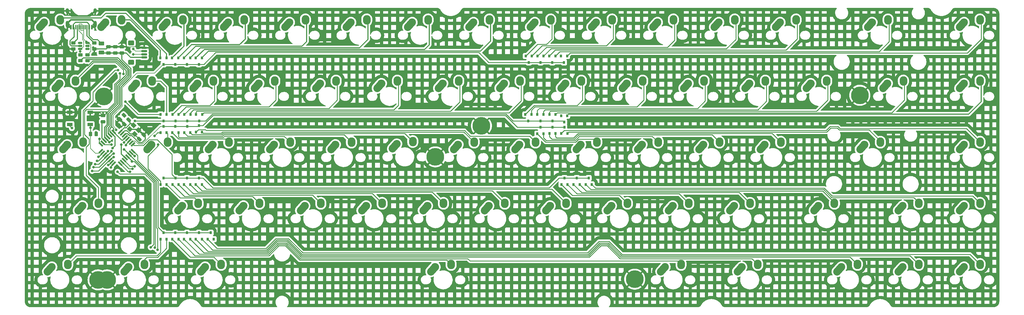
<source format=gbr>
G04 #@! TF.GenerationSoftware,KiCad,Pcbnew,(6.0.4)*
G04 #@! TF.CreationDate,2022-04-01T19:29:57+02:00*
G04 #@! TF.ProjectId,pcb,7063622e-6b69-4636-9164-5f7063625858,rev?*
G04 #@! TF.SameCoordinates,Original*
G04 #@! TF.FileFunction,Copper,L2,Bot*
G04 #@! TF.FilePolarity,Positive*
%FSLAX46Y46*%
G04 Gerber Fmt 4.6, Leading zero omitted, Abs format (unit mm)*
G04 Created by KiCad (PCBNEW (6.0.4)) date 2022-04-01 19:29:57*
%MOMM*%
%LPD*%
G01*
G04 APERTURE LIST*
G04 Aperture macros list*
%AMRoundRect*
0 Rectangle with rounded corners*
0 $1 Rounding radius*
0 $2 $3 $4 $5 $6 $7 $8 $9 X,Y pos of 4 corners*
0 Add a 4 corners polygon primitive as box body*
4,1,4,$2,$3,$4,$5,$6,$7,$8,$9,$2,$3,0*
0 Add four circle primitives for the rounded corners*
1,1,$1+$1,$2,$3*
1,1,$1+$1,$4,$5*
1,1,$1+$1,$6,$7*
1,1,$1+$1,$8,$9*
0 Add four rect primitives between the rounded corners*
20,1,$1+$1,$2,$3,$4,$5,0*
20,1,$1+$1,$4,$5,$6,$7,0*
20,1,$1+$1,$6,$7,$8,$9,0*
20,1,$1+$1,$8,$9,$2,$3,0*%
%AMHorizOval*
0 Thick line with rounded ends*
0 $1 width*
0 $2 $3 position (X,Y) of the first rounded end (center of the circle)*
0 $4 $5 position (X,Y) of the second rounded end (center of the circle)*
0 Add line between two ends*
20,1,$1,$2,$3,$4,$5,0*
0 Add two circle primitives to create the rounded ends*
1,1,$1,$2,$3*
1,1,$1,$4,$5*%
%AMRotRect*
0 Rectangle, with rotation*
0 The origin of the aperture is its center*
0 $1 length*
0 $2 width*
0 $3 Rotation angle, in degrees counterclockwise*
0 Add horizontal line*
21,1,$1,$2,0,0,$3*%
G04 Aperture macros list end*
G04 #@! TA.AperFunction,ComponentPad*
%ADD10C,5.500000*%
G04 #@! TD*
G04 #@! TA.AperFunction,ComponentPad*
%ADD11HorizOval,2.400000X-0.669131X-0.743145X0.669131X0.743145X0*%
G04 #@! TD*
G04 #@! TA.AperFunction,ComponentPad*
%ADD12C,2.400000*%
G04 #@! TD*
G04 #@! TA.AperFunction,ComponentPad*
%ADD13O,2.400000X2.950000*%
G04 #@! TD*
G04 #@! TA.AperFunction,SMDPad,CuDef*
%ADD14RoundRect,0.150000X0.775000X-0.150000X0.775000X0.150000X-0.775000X0.150000X-0.775000X-0.150000X0*%
G04 #@! TD*
G04 #@! TA.AperFunction,SMDPad,CuDef*
%ADD15RoundRect,0.332800X0.567200X-0.467200X0.567200X0.467200X-0.567200X0.467200X-0.567200X-0.467200X0*%
G04 #@! TD*
G04 #@! TA.AperFunction,SMDPad,CuDef*
%ADD16R,0.800000X0.900000*%
G04 #@! TD*
G04 #@! TA.AperFunction,SMDPad,CuDef*
%ADD17RoundRect,0.250000X0.475000X-0.250000X0.475000X0.250000X-0.475000X0.250000X-0.475000X-0.250000X0*%
G04 #@! TD*
G04 #@! TA.AperFunction,SMDPad,CuDef*
%ADD18RoundRect,0.250000X-0.450000X0.262500X-0.450000X-0.262500X0.450000X-0.262500X0.450000X0.262500X0*%
G04 #@! TD*
G04 #@! TA.AperFunction,SMDPad,CuDef*
%ADD19RoundRect,0.150000X0.512500X0.150000X-0.512500X0.150000X-0.512500X-0.150000X0.512500X-0.150000X0*%
G04 #@! TD*
G04 #@! TA.AperFunction,SMDPad,CuDef*
%ADD20R,1.700000X1.000000*%
G04 #@! TD*
G04 #@! TA.AperFunction,SMDPad,CuDef*
%ADD21RoundRect,0.250000X0.159099X-0.512652X0.512652X-0.159099X-0.159099X0.512652X-0.512652X0.159099X0*%
G04 #@! TD*
G04 #@! TA.AperFunction,SMDPad,CuDef*
%ADD22RotRect,1.400000X1.200000X315.000000*%
G04 #@! TD*
G04 #@! TA.AperFunction,SMDPad,CuDef*
%ADD23RoundRect,0.250000X-0.132583X0.503814X-0.503814X0.132583X0.132583X-0.503814X0.503814X-0.132583X0*%
G04 #@! TD*
G04 #@! TA.AperFunction,SMDPad,CuDef*
%ADD24RoundRect,0.250000X-0.625000X0.375000X-0.625000X-0.375000X0.625000X-0.375000X0.625000X0.375000X0*%
G04 #@! TD*
G04 #@! TA.AperFunction,SMDPad,CuDef*
%ADD25RotRect,1.600000X0.550000X225.000000*%
G04 #@! TD*
G04 #@! TA.AperFunction,SMDPad,CuDef*
%ADD26RotRect,1.600000X0.550000X135.000000*%
G04 #@! TD*
G04 #@! TA.AperFunction,SMDPad,CuDef*
%ADD27R,0.600000X1.450000*%
G04 #@! TD*
G04 #@! TA.AperFunction,SMDPad,CuDef*
%ADD28R,0.300000X1.450000*%
G04 #@! TD*
G04 #@! TA.AperFunction,ComponentPad*
%ADD29O,1.000000X1.600000*%
G04 #@! TD*
G04 #@! TA.AperFunction,ComponentPad*
%ADD30O,1.000000X2.100000*%
G04 #@! TD*
G04 #@! TA.AperFunction,SMDPad,CuDef*
%ADD31RoundRect,0.250000X0.262500X0.450000X-0.262500X0.450000X-0.262500X-0.450000X0.262500X-0.450000X0*%
G04 #@! TD*
G04 #@! TA.AperFunction,SMDPad,CuDef*
%ADD32RoundRect,0.250000X-0.159099X0.512652X-0.512652X0.159099X0.159099X-0.512652X0.512652X-0.159099X0*%
G04 #@! TD*
G04 #@! TA.AperFunction,ViaPad*
%ADD33C,0.800000*%
G04 #@! TD*
G04 #@! TA.AperFunction,Conductor*
%ADD34C,0.300000*%
G04 #@! TD*
G04 #@! TA.AperFunction,Conductor*
%ADD35C,0.500000*%
G04 #@! TD*
G04 #@! TA.AperFunction,Conductor*
%ADD36C,0.250000*%
G04 #@! TD*
G04 #@! TA.AperFunction,Conductor*
%ADD37C,0.200000*%
G04 #@! TD*
G04 APERTURE END LIST*
D10*
X26625000Y-85725072D03*
X142875000Y-37750000D03*
X260425000Y-28227050D03*
X25600000Y-28575024D03*
X128587608Y-47425040D03*
X190500160Y-85525000D03*
D11*
X82594131Y-6231855D03*
D12*
X83225000Y-5525000D03*
D13*
X88225000Y-4725000D03*
D11*
X273094131Y-63381855D03*
D12*
X273725000Y-62675000D03*
D13*
X278725000Y-61875000D03*
D12*
X57031250Y-81725000D03*
D11*
X56400381Y-82431855D03*
D13*
X62031250Y-80925000D03*
D12*
X178475000Y-5525000D03*
D11*
X177844131Y-6231855D03*
D13*
X183475000Y-4725000D03*
D11*
X149269131Y-25281855D03*
D12*
X149900000Y-24575000D03*
D13*
X154900000Y-23775000D03*
D11*
X134981631Y-44331855D03*
D12*
X135612500Y-43625000D03*
D13*
X140612500Y-42825000D03*
D11*
X199275381Y-82431855D03*
D12*
X199906250Y-81725000D03*
D13*
X204906250Y-80925000D03*
D12*
X292775000Y-62675000D03*
D11*
X292144131Y-63381855D03*
D13*
X297775000Y-61875000D03*
D11*
X292144131Y-44331855D03*
D12*
X292775000Y-43625000D03*
D13*
X297775000Y-42825000D03*
D11*
X106406631Y-63381855D03*
D12*
X107037500Y-62675000D03*
D13*
X112037500Y-61875000D03*
D11*
X201656631Y-63381855D03*
D12*
X202287500Y-62675000D03*
D13*
X207287500Y-61875000D03*
D12*
X26075000Y-5525000D03*
D11*
X25444131Y-6231855D03*
D13*
X31075000Y-4725000D03*
D12*
X223718750Y-81725000D03*
D11*
X223087881Y-82431855D03*
D13*
X228718750Y-80925000D03*
D11*
X8775381Y-82431855D03*
D12*
X9406250Y-81725000D03*
D13*
X14406250Y-80925000D03*
D12*
X192762500Y-43625000D03*
D11*
X192131631Y-44331855D03*
D13*
X197762500Y-42825000D03*
D11*
X87356631Y-63381855D03*
D12*
X87987500Y-62675000D03*
D13*
X92987500Y-61875000D03*
D12*
X18931250Y-62675000D03*
D11*
X18300381Y-63381855D03*
D13*
X23931250Y-61875000D03*
D11*
X173081631Y-44331855D03*
D12*
X173712500Y-43625000D03*
D13*
X178712500Y-42825000D03*
D12*
X121325000Y-5525000D03*
D11*
X120694131Y-6231855D03*
D13*
X126325000Y-4725000D03*
D11*
X32587881Y-82431855D03*
D12*
X33218750Y-81725000D03*
D13*
X38218750Y-80925000D03*
D12*
X230862500Y-43625000D03*
D11*
X230231631Y-44331855D03*
D13*
X235862500Y-42825000D03*
D11*
X215944131Y-6231855D03*
D12*
X216575000Y-5525000D03*
D13*
X221575000Y-4725000D03*
D12*
X164187500Y-62675000D03*
D11*
X163556631Y-63381855D03*
D13*
X169187500Y-61875000D03*
D12*
X126087500Y-62675000D03*
D11*
X125456631Y-63381855D03*
D13*
X131087500Y-61875000D03*
D11*
X168319131Y-25281855D03*
D12*
X168950000Y-24575000D03*
D13*
X173950000Y-23775000D03*
D11*
X158794131Y-6231855D03*
D12*
X159425000Y-5525000D03*
D13*
X164425000Y-4725000D03*
D12*
X111800000Y-24575000D03*
D11*
X111169131Y-25281855D03*
D13*
X116800000Y-23775000D03*
D11*
X13537881Y-44331855D03*
D12*
X14168750Y-43625000D03*
D13*
X19168750Y-42825000D03*
D12*
X254675000Y-81725000D03*
D11*
X254044131Y-82431855D03*
D13*
X259675000Y-80925000D03*
D12*
X292775000Y-81725000D03*
D11*
X292144131Y-82431855D03*
D13*
X297775000Y-80925000D03*
D12*
X45125000Y-5525000D03*
D11*
X44494131Y-6231855D03*
D13*
X50125000Y-4725000D03*
D12*
X35600000Y-24575000D03*
D11*
X34969131Y-25281855D03*
D13*
X40600000Y-23775000D03*
D12*
X226100000Y-24575000D03*
D11*
X225469131Y-25281855D03*
D13*
X231100000Y-23775000D03*
D12*
X97512500Y-43625000D03*
D11*
X96881631Y-44331855D03*
D13*
X102512500Y-42825000D03*
D12*
X292775000Y-24575000D03*
D11*
X292144131Y-25281855D03*
D13*
X297775000Y-23775000D03*
D11*
X6394131Y-6231855D03*
D12*
X7025000Y-5525000D03*
D13*
X12025000Y-4725000D03*
D12*
X188000000Y-24575000D03*
D11*
X187369131Y-25281855D03*
D13*
X193000000Y-23775000D03*
D12*
X197525000Y-5525000D03*
D11*
X196894131Y-6231855D03*
D13*
X202525000Y-4725000D03*
D11*
X11156631Y-25281855D03*
D12*
X11787500Y-24575000D03*
D13*
X16787500Y-23775000D03*
D11*
X92119131Y-25281855D03*
D12*
X92750000Y-24575000D03*
D13*
X97750000Y-23775000D03*
D12*
X128468750Y-81725000D03*
D11*
X127837881Y-82431855D03*
D13*
X133468750Y-80925000D03*
D11*
X63544131Y-6231855D03*
D12*
X64175000Y-5525000D03*
D13*
X69175000Y-4725000D03*
D11*
X244519131Y-25281855D03*
D12*
X245150000Y-24575000D03*
D13*
X250150000Y-23775000D03*
D12*
X211812500Y-43625000D03*
D11*
X211181631Y-44331855D03*
D13*
X216812500Y-42825000D03*
D12*
X130850000Y-24575000D03*
D11*
X130219131Y-25281855D03*
D13*
X135850000Y-23775000D03*
D12*
X154662500Y-43625000D03*
D11*
X154031631Y-44331855D03*
D13*
X159662500Y-42825000D03*
D11*
X73069131Y-25281855D03*
D12*
X73700000Y-24575000D03*
D13*
X78700000Y-23775000D03*
D11*
X139744131Y-6231855D03*
D12*
X140375000Y-5525000D03*
D13*
X145375000Y-4725000D03*
D12*
X68937500Y-62675000D03*
D11*
X68306631Y-63381855D03*
D13*
X73937500Y-61875000D03*
D11*
X115931631Y-44131895D03*
D12*
X116562500Y-43425040D03*
D13*
X121562500Y-42625040D03*
D11*
X144506631Y-63381855D03*
D12*
X145137500Y-62675000D03*
D13*
X150137500Y-61875000D03*
D12*
X59412500Y-43625000D03*
D11*
X58781631Y-44331855D03*
D13*
X64412500Y-42825000D03*
D12*
X264200000Y-5525000D03*
D11*
X263569131Y-6231855D03*
D13*
X269200000Y-4725000D03*
D12*
X235625000Y-5525000D03*
D11*
X234994131Y-6231855D03*
D13*
X240625000Y-4725000D03*
D12*
X54650000Y-24575000D03*
D11*
X54019131Y-25281855D03*
D13*
X59650000Y-23775000D03*
D11*
X220706631Y-63381855D03*
D12*
X221337500Y-62675000D03*
D13*
X226337500Y-61875000D03*
D12*
X247531250Y-62675000D03*
D11*
X246900381Y-63381855D03*
D13*
X252531250Y-61875000D03*
D11*
X268331631Y-25281855D03*
D12*
X268962500Y-24575000D03*
D13*
X273962500Y-23775000D03*
D11*
X101644131Y-6231855D03*
D12*
X102275000Y-5525000D03*
D13*
X107275000Y-4725000D03*
D11*
X49256631Y-63381855D03*
D12*
X49887500Y-62675000D03*
D13*
X54887500Y-61875000D03*
D10*
X23812500Y-85725072D03*
D11*
X206419131Y-25281855D03*
D12*
X207050000Y-24575000D03*
D13*
X212050000Y-23775000D03*
D12*
X40362500Y-43625000D03*
D11*
X39731631Y-44331855D03*
D13*
X45362500Y-42825000D03*
D11*
X261187881Y-44331855D03*
D12*
X261818750Y-43625000D03*
D13*
X266818750Y-42825000D03*
D11*
X292144131Y-6231855D03*
D12*
X292775000Y-5525000D03*
D13*
X297775000Y-4725000D03*
D11*
X182606631Y-63381855D03*
D12*
X183237500Y-62675000D03*
D13*
X188237500Y-61875000D03*
D11*
X77831631Y-44331855D03*
D12*
X78462500Y-43625000D03*
D13*
X83462500Y-42825000D03*
D12*
X273725000Y-81725000D03*
D11*
X273094131Y-82431855D03*
D13*
X278725000Y-80925000D03*
D14*
X38100000Y-16450000D03*
X38100000Y-15450000D03*
X38100000Y-14450000D03*
X38100000Y-13450000D03*
D15*
X34075000Y-17950000D03*
X34075000Y-11950000D03*
D16*
X54150000Y-16600000D03*
X56050000Y-16600000D03*
X55100000Y-18600000D03*
X165900000Y-40150000D03*
X164000000Y-40150000D03*
X164950000Y-38150000D03*
D17*
X27050000Y-15025000D03*
X27050000Y-13125000D03*
D16*
X48750000Y-39900000D03*
X46850000Y-39900000D03*
X47800000Y-37900000D03*
X52400000Y-56000000D03*
X50500000Y-56000000D03*
X51450000Y-54000000D03*
X52450000Y-39900000D03*
X50550000Y-39900000D03*
X51500000Y-37900000D03*
X43150000Y-16600000D03*
X45050000Y-16600000D03*
X44100000Y-18600000D03*
D18*
X20500000Y-15612500D03*
X20500000Y-17437500D03*
D17*
X29150000Y-15050000D03*
X29150000Y-13150000D03*
D19*
X20512500Y-11925000D03*
X20512500Y-12875000D03*
X20512500Y-13825000D03*
X18237500Y-13825000D03*
X18237500Y-12875000D03*
X18237500Y-11925000D03*
D16*
X45100000Y-39900000D03*
X43200000Y-39900000D03*
X44150000Y-37900000D03*
X164000000Y-34200000D03*
X165900000Y-34200000D03*
X164950000Y-36200000D03*
X59725000Y-73050000D03*
X57825000Y-73050000D03*
X58775000Y-71050000D03*
X163950000Y-16000000D03*
X165850000Y-16000000D03*
X164900000Y-18000000D03*
D17*
X25300000Y-36450000D03*
X25300000Y-34550000D03*
D16*
X167600000Y-16000000D03*
X169500000Y-16000000D03*
X168550000Y-18000000D03*
X50575000Y-34200000D03*
X52475000Y-34200000D03*
X51525000Y-36200000D03*
X46900000Y-34200000D03*
X48800000Y-34200000D03*
X47850000Y-36200000D03*
X169650000Y-56000000D03*
X167750000Y-56000000D03*
X168700000Y-54000000D03*
D20*
X15050000Y-33500000D03*
X21350000Y-33500000D03*
X21350000Y-37300000D03*
X15050000Y-37300000D03*
D16*
X45100000Y-73050000D03*
X43200000Y-73050000D03*
X44150000Y-71050000D03*
D18*
X18350000Y-15612500D03*
X18350000Y-17437500D03*
D16*
X50500000Y-16600000D03*
X52400000Y-16600000D03*
X51450000Y-18600000D03*
D21*
X31978249Y-37246751D03*
X33321751Y-35903249D03*
D22*
X34823223Y-37546142D03*
X36378858Y-39101777D03*
X35176777Y-40303858D03*
X33621142Y-38748223D03*
D23*
X31845235Y-34454765D03*
X30554765Y-35745235D03*
D16*
X56050000Y-56000000D03*
X54150000Y-56000000D03*
X55100000Y-54000000D03*
X52400000Y-73050000D03*
X50500000Y-73050000D03*
X51450000Y-71050000D03*
X160250000Y-34200000D03*
X162150000Y-34200000D03*
X161200000Y-36200000D03*
X162150000Y-40200000D03*
X160250000Y-40200000D03*
X161200000Y-38200000D03*
D24*
X24800000Y-12075000D03*
X24800000Y-14875000D03*
D16*
X156650000Y-16000000D03*
X158550000Y-16000000D03*
X157600000Y-18000000D03*
D18*
X22625000Y-11962500D03*
X22625000Y-13787500D03*
D25*
X30685305Y-39584897D03*
X31250990Y-40150583D03*
X31816676Y-40716268D03*
X32382361Y-41281953D03*
X32948047Y-41847639D03*
X33513732Y-42413324D03*
X34079417Y-42979010D03*
X34645103Y-43544695D03*
D26*
X34645103Y-45595305D03*
X34079417Y-46160990D03*
X33513732Y-46726676D03*
X32948047Y-47292361D03*
X32382361Y-47858047D03*
X31816676Y-48423732D03*
X31250990Y-48989417D03*
X30685305Y-49555103D03*
D25*
X28634695Y-49555103D03*
X28069010Y-48989417D03*
X27503324Y-48423732D03*
X26937639Y-47858047D03*
X26371953Y-47292361D03*
X25806268Y-46726676D03*
X25240583Y-46160990D03*
X24674897Y-45595305D03*
D26*
X24674897Y-43544695D03*
X25240583Y-42979010D03*
X25806268Y-42413324D03*
X26371953Y-41847639D03*
X26937639Y-41281953D03*
X27503324Y-40716268D03*
X28069010Y-40150583D03*
X28634695Y-39584897D03*
D16*
X56050000Y-73050000D03*
X54150000Y-73050000D03*
X55100000Y-71050000D03*
X167650000Y-34600000D03*
X169550000Y-34600000D03*
X168600000Y-36600000D03*
X48750000Y-73050000D03*
X46850000Y-73050000D03*
X47800000Y-71050000D03*
X56100000Y-39700000D03*
X54200000Y-39700000D03*
X55150000Y-37700000D03*
X54250000Y-34200000D03*
X56150000Y-34200000D03*
X55200000Y-36200000D03*
D17*
X31200000Y-15050000D03*
X31200000Y-13150000D03*
D27*
X15350000Y-6995000D03*
X16150000Y-6995000D03*
D28*
X17350000Y-6995000D03*
X18350000Y-6995000D03*
X18850000Y-6995000D03*
X19850000Y-6995000D03*
D27*
X21050000Y-6995000D03*
X21850000Y-6995000D03*
X21850000Y-6995000D03*
X21050000Y-6995000D03*
D28*
X20350000Y-6995000D03*
X19350000Y-6995000D03*
X17850000Y-6995000D03*
X16850000Y-6995000D03*
D27*
X16150000Y-6995000D03*
X15350000Y-6995000D03*
D29*
X14280000Y-1900000D03*
D30*
X14280000Y-6080000D03*
X22920000Y-6080000D03*
D29*
X22920000Y-1900000D03*
D31*
X23262500Y-40250000D03*
X21437500Y-40250000D03*
D16*
X156500000Y-34200000D03*
X158400000Y-34200000D03*
X157450000Y-36200000D03*
X48800000Y-56000000D03*
X46900000Y-56000000D03*
X47850000Y-54000000D03*
X173400000Y-56000000D03*
X171500000Y-56000000D03*
X172450000Y-54000000D03*
D18*
X16150000Y-11962500D03*
X16150000Y-13787500D03*
D16*
X45100000Y-56000000D03*
X43200000Y-56000000D03*
X44150000Y-54000000D03*
D32*
X37971751Y-40528249D03*
X36628249Y-41871751D03*
D16*
X177150000Y-56000000D03*
X175250000Y-56000000D03*
X176200000Y-54000000D03*
X46800000Y-16600000D03*
X48700000Y-16600000D03*
X47750000Y-18600000D03*
X169600000Y-40150000D03*
X167700000Y-40150000D03*
X168650000Y-38150000D03*
X160300000Y-16000000D03*
X162200000Y-16000000D03*
X161250000Y-18000000D03*
X43175000Y-34200000D03*
X45075000Y-34200000D03*
X44125000Y-36200000D03*
D33*
X31978249Y-37246751D03*
X29950000Y-35600000D03*
X34200000Y-30200000D03*
X44800000Y-11400000D03*
X22250000Y-13350000D03*
X20800000Y-12900000D03*
X33636460Y-38763540D03*
X27300000Y-42800000D03*
X18237500Y-14562500D03*
X34770000Y-15460000D03*
X20168750Y-11581250D03*
X34740000Y-13790000D03*
X28330000Y-44660000D03*
X23130000Y-39800000D03*
X29400000Y-39050000D03*
X31850000Y-42900000D03*
X32450000Y-43750000D03*
X35260000Y-36200000D03*
X31660000Y-21570000D03*
X32270000Y-30220000D03*
X42460000Y-43600000D03*
X30560000Y-21380000D03*
X24220000Y-41780000D03*
X27980000Y-43590000D03*
X29850000Y-52050000D03*
X35170000Y-47130000D03*
X40120000Y-75600000D03*
X31870000Y-45150000D03*
X42300000Y-76390000D03*
X34300000Y-48880000D03*
X41434511Y-75665489D03*
X35132673Y-50337327D03*
X34470000Y-51150000D03*
X33720000Y-52020000D03*
X27810000Y-50730000D03*
X26930000Y-49970000D03*
X21940000Y-51801457D03*
X28620000Y-47510000D03*
X22380000Y-50630000D03*
X28670000Y-46370000D03*
X22910000Y-49710000D03*
X27940000Y-45590000D03*
X26870000Y-45640000D03*
X23470000Y-48650000D03*
X23940000Y-47390000D03*
X15670000Y-38460000D03*
X21450000Y-38350000D03*
X31050000Y-43600000D03*
X31900000Y-34500000D03*
X41310000Y-40880000D03*
X30020000Y-20380000D03*
D34*
X33717560Y-37167560D02*
X32842559Y-38042560D01*
X33717560Y-37167560D02*
X33717560Y-36299058D01*
X30685305Y-39584897D02*
X31911279Y-38358923D01*
X34823223Y-37546142D02*
X34328248Y-37051167D01*
X34328248Y-37051167D02*
X33833952Y-37051167D01*
X32526195Y-38358923D02*
X32842559Y-38042560D01*
X33833952Y-37051167D02*
X33717560Y-37167560D01*
X31911279Y-38358923D02*
X32526195Y-38358923D01*
X33717560Y-36299058D02*
X33321751Y-35903249D01*
D35*
X22005000Y-6995000D02*
X22920000Y-6080000D01*
X22920000Y-6080000D02*
X22920000Y-5813950D01*
D34*
X25827979Y-38153655D02*
X26570450Y-37411184D01*
X12425000Y-9937909D02*
X14280000Y-8082909D01*
X26371953Y-41847639D02*
X25827979Y-41303665D01*
D36*
X15343000Y-7025000D02*
X15163000Y-7025000D01*
D37*
X31200000Y-13150000D02*
X29150000Y-13150000D01*
X30554765Y-35823267D02*
X31978249Y-37246751D01*
D34*
X27075000Y-13150000D02*
X27050000Y-13125000D01*
D37*
X31200000Y-13150000D02*
X31259511Y-13090489D01*
D34*
X27050000Y-13125000D02*
X26387500Y-13787500D01*
X16150000Y-13787500D02*
X13564651Y-13787500D01*
X35850000Y-42325000D02*
X36384953Y-42859953D01*
X29695012Y-24698561D02*
X32501440Y-21892133D01*
X33618572Y-40825000D02*
X34350000Y-40825000D01*
X26387500Y-13787500D02*
X22625000Y-13787500D01*
X36091982Y-38814901D02*
X36378858Y-39101777D01*
D35*
X15195000Y-6995000D02*
X14280000Y-6080000D01*
D34*
X32360651Y-40172293D02*
X32965865Y-40172293D01*
D37*
X30554765Y-35745235D02*
X30554765Y-35823267D01*
D36*
X23270000Y-6110000D02*
X23090000Y-6110000D01*
D34*
X35916982Y-39014901D02*
X36203858Y-39301777D01*
X29402400Y-24991172D02*
X29695012Y-24698561D01*
X13564651Y-13787500D02*
X12425000Y-12647849D01*
X37805330Y-40528249D02*
X36378858Y-39101777D01*
D35*
X14280000Y-1900000D02*
X14280000Y-2200000D01*
D37*
X31259511Y-13090489D02*
X37740489Y-13090489D01*
D36*
X24250000Y-33500000D02*
X25300000Y-34550000D01*
D34*
X29150000Y-13150000D02*
X27075000Y-13150000D01*
X38500000Y-41056498D02*
X37971751Y-40528249D01*
X32965865Y-40172293D02*
X33618572Y-40825000D01*
X31816676Y-40716268D02*
X32360651Y-40172293D01*
X12425000Y-12647849D02*
X12425000Y-9937909D01*
X26570450Y-33635264D02*
X29402399Y-30803317D01*
X25300000Y-34550000D02*
X25655714Y-34550000D01*
X37971751Y-40528249D02*
X37805330Y-40528249D01*
D35*
X14280000Y-5813950D02*
X14280000Y-6080000D01*
X14280000Y-2200000D02*
X15605960Y-3525960D01*
D34*
X26570450Y-37411184D02*
X26570450Y-33635264D01*
X17225000Y-19000000D02*
X16150000Y-17925000D01*
X36508923Y-42983923D02*
X37466077Y-42983923D01*
X25655714Y-34550000D02*
X26570450Y-33635264D01*
D35*
X22920000Y-5813950D02*
X21831050Y-4725000D01*
D36*
X21350000Y-33500000D02*
X24250000Y-33500000D01*
D37*
X37740489Y-13090489D02*
X38100000Y-13450000D01*
D34*
X25827979Y-41303665D02*
X25827979Y-38153655D01*
X14280000Y-8082909D02*
X14280000Y-6080000D01*
D35*
X21850000Y-6995000D02*
X22005000Y-6995000D01*
D34*
X29402399Y-30803317D02*
X29402400Y-24991172D01*
X32501440Y-21892133D02*
X32501440Y-20520724D01*
X33621142Y-38748223D02*
X33636460Y-38763540D01*
D35*
X21831050Y-4725000D02*
X15368950Y-4725000D01*
D34*
X33687820Y-38814901D02*
X36091982Y-38814901D01*
X35850000Y-42325000D02*
X36508923Y-42983923D01*
D36*
X21793000Y-7025000D02*
X21973000Y-7025000D01*
D35*
X15350000Y-6995000D02*
X15195000Y-6995000D01*
D36*
X27300000Y-42800000D02*
X27300000Y-42775686D01*
D35*
X22920000Y-1900000D02*
X21294040Y-3525960D01*
D34*
X33636460Y-38763540D02*
X33687820Y-38814901D01*
X31978249Y-37246751D02*
X32119670Y-37246751D01*
X32501440Y-20520724D02*
X29555236Y-17574520D01*
D35*
X15368950Y-4725000D02*
X14280000Y-5813950D01*
D36*
X27300000Y-42775686D02*
X26371953Y-41847639D01*
D34*
X20660000Y-19000000D02*
X17225000Y-19000000D01*
X34350000Y-40825000D02*
X35850000Y-42325000D01*
X38500000Y-41950000D02*
X38500000Y-41056498D01*
X22085480Y-17574520D02*
X20660000Y-19000000D01*
X37466077Y-42983923D02*
X38500000Y-41950000D01*
D35*
X15605960Y-3525960D02*
X21294040Y-3525960D01*
D34*
X33446142Y-38948223D02*
X33512820Y-39014901D01*
X16150000Y-17925000D02*
X16150000Y-13787500D01*
X29555236Y-17574520D02*
X22085480Y-17574520D01*
D37*
X18960480Y-9275000D02*
X18960480Y-10937986D01*
X18237500Y-14562500D02*
X18237500Y-15500000D01*
X34770000Y-15460000D02*
X38090000Y-15460000D01*
X19361247Y-13049470D02*
X18585717Y-13825000D01*
X18237500Y-13825000D02*
X18237500Y-14562500D01*
X17850000Y-6020978D02*
X17850000Y-6995000D01*
X17860000Y-8174520D02*
X18960480Y-9275000D01*
X19361247Y-11338753D02*
X19361247Y-13049470D01*
X38090000Y-15460000D02*
X38100000Y-15450000D01*
X17910489Y-5970489D02*
X17860000Y-6020978D01*
X18850000Y-6995000D02*
X18850000Y-6020978D01*
X18860000Y-6995000D02*
X18860000Y-6020978D01*
X18960480Y-10937986D02*
X19361247Y-11338753D01*
X18860000Y-6020978D02*
X18809511Y-5970489D01*
X18237500Y-15500000D02*
X18350000Y-15612500D01*
X17900489Y-5970489D02*
X17850000Y-6020978D01*
X17860000Y-6020978D02*
X17860000Y-6995000D01*
X18585717Y-13825000D02*
X18237500Y-13825000D01*
X18809511Y-5970489D02*
X17910489Y-5970489D01*
X17860000Y-6995000D02*
X17860000Y-8174520D01*
X18850000Y-6020978D02*
X18799511Y-5970489D01*
X18799511Y-5970489D02*
X17900489Y-5970489D01*
X19360000Y-6995000D02*
X19360000Y-7969022D01*
X18360000Y-7969022D02*
X18360000Y-6995000D01*
X19360000Y-10772500D02*
X19360000Y-6995000D01*
X34740000Y-13790000D02*
X35400000Y-14450000D01*
X21525000Y-12589283D02*
X21525000Y-14587500D01*
X20512500Y-11925000D02*
X20860717Y-11925000D01*
X20860717Y-11925000D02*
X21525000Y-12589283D01*
X20512500Y-11925000D02*
X20168750Y-11581250D01*
X20168750Y-11581250D02*
X19360000Y-10772500D01*
X21525000Y-14587500D02*
X20500000Y-15612500D01*
X19309511Y-8019511D02*
X18410489Y-8019511D01*
X18410489Y-8019511D02*
X18360000Y-7969022D01*
X35400000Y-14450000D02*
X38100000Y-14450000D01*
X19360000Y-7969022D02*
X19309511Y-8019511D01*
D34*
X33803858Y-40303858D02*
X35176777Y-40303858D01*
X32775000Y-39275000D02*
X33803858Y-40303858D01*
X35176777Y-40303858D02*
X35176777Y-40420279D01*
X35176777Y-40420279D02*
X36628249Y-41871751D01*
X32126573Y-39275000D02*
X32775000Y-39275000D01*
X31250990Y-40150583D02*
X32126573Y-39275000D01*
X25000000Y-41600000D02*
X25000000Y-36750000D01*
X25000000Y-36750000D02*
X25300000Y-36450000D01*
X25806268Y-42406268D02*
X25000000Y-41600000D01*
X25806268Y-42413324D02*
X25806268Y-42406268D01*
X32382361Y-41281953D02*
X31434314Y-42230000D01*
X27458870Y-39540443D02*
X28069010Y-40150583D01*
X28069010Y-40150583D02*
X28069010Y-40189010D01*
X24975000Y-15050000D02*
X24800000Y-14875000D01*
X32500000Y-15050000D02*
X33900000Y-16450000D01*
X30900959Y-25633323D02*
X30900959Y-31424041D01*
X28634695Y-38597595D02*
X28069009Y-38031909D01*
X33999999Y-22534283D02*
X30900959Y-25633323D01*
X30900959Y-31424041D02*
X28069010Y-34255990D01*
X29150000Y-15050000D02*
X24975000Y-15050000D01*
X27458870Y-38642048D02*
X27458870Y-39540443D01*
X28069010Y-40189010D02*
X29040000Y-41160000D01*
X28634695Y-39584897D02*
X28634695Y-38597595D01*
X28634695Y-39714695D02*
X28634695Y-39584897D01*
X29150000Y-15050000D02*
X31200000Y-15050000D01*
X28069010Y-34255990D02*
X28069009Y-38031909D01*
X31150000Y-42230000D02*
X28634695Y-39714695D01*
X31200000Y-15050000D02*
X31200000Y-17100000D01*
X31200000Y-17100000D02*
X34000000Y-19900001D01*
X29040000Y-41160000D02*
X29040000Y-43950000D01*
X31200000Y-15050000D02*
X32500000Y-15050000D01*
X34000000Y-19900001D02*
X33999999Y-20700000D01*
X33900000Y-16450000D02*
X38100000Y-16450000D01*
X31434314Y-42230000D02*
X31150000Y-42230000D01*
X29040000Y-43950000D02*
X28330000Y-44660000D01*
X33999999Y-20700000D02*
X33999999Y-22534283D01*
X28069009Y-38031909D02*
X27458870Y-38642048D01*
X33768572Y-4725000D02*
X43150000Y-14106428D01*
X43150000Y-14106428D02*
X43150000Y-16600000D01*
X31075000Y-4725000D02*
X33768572Y-4725000D01*
D36*
X157600000Y-18000000D02*
X145177400Y-18000000D01*
X145177400Y-18000000D02*
X142100000Y-14922600D01*
D37*
X32902361Y-41847639D02*
X31850000Y-42900000D01*
X32948047Y-41847639D02*
X32902361Y-41847639D01*
D36*
X56650000Y-18600000D02*
X51450000Y-18600000D01*
D37*
X31350479Y-25819521D02*
X35820000Y-21350000D01*
X35820000Y-21350000D02*
X41300000Y-21350000D01*
D36*
X142100000Y-14922600D02*
X142098081Y-14924519D01*
X142098081Y-14924519D02*
X140451919Y-14924519D01*
X60327400Y-14922600D02*
X56650000Y-18600000D01*
D37*
X29400000Y-39050000D02*
X29400000Y-38727182D01*
D36*
X140451919Y-14924519D02*
X140450000Y-14922600D01*
X168550000Y-18000000D02*
X157600000Y-18000000D01*
X51450000Y-18600000D02*
X44100000Y-18600000D01*
X140450000Y-14922600D02*
X63122600Y-14922600D01*
D37*
X29400000Y-38727182D02*
X28518530Y-37845712D01*
D36*
X63122600Y-14922600D02*
X60327400Y-14922600D01*
D37*
X31350479Y-31610240D02*
X31350479Y-25819521D01*
X41300000Y-21350000D02*
X44050000Y-18600000D01*
X28518530Y-34442188D02*
X31350479Y-31610240D01*
X28518530Y-37845712D02*
X28518530Y-34442188D01*
D36*
X170450000Y-15050000D02*
X171550000Y-15050000D01*
X298099521Y-10750479D02*
X293801440Y-15048560D01*
X298099521Y-5049521D02*
X298099521Y-10750479D01*
X293801440Y-15048560D02*
X265000000Y-15048560D01*
X265000000Y-15048560D02*
X171551440Y-15048560D01*
X171550000Y-15050000D02*
X171551440Y-15048560D01*
X169500000Y-16000000D02*
X170450000Y-15050000D01*
X297775000Y-4725000D02*
X298099521Y-5049521D01*
D34*
X298124521Y-24124521D02*
X298124521Y-30225479D01*
X169550000Y-34550000D02*
X169550000Y-34600000D01*
X297775000Y-23775000D02*
X298124521Y-24124521D01*
X298124521Y-30225479D02*
X294228359Y-34121641D01*
X269800000Y-34121640D02*
X169978360Y-34121640D01*
X294228359Y-34121641D02*
X269800000Y-34121640D01*
X169978360Y-34121640D02*
X169550000Y-34550000D01*
D36*
X57179678Y-36200000D02*
X59283037Y-34096641D01*
X168200000Y-36200000D02*
X168600000Y-36600000D01*
X157450000Y-36200000D02*
X164950000Y-36200000D01*
X32450000Y-43477056D02*
X32450000Y-43750000D01*
X150546641Y-34096641D02*
X152650000Y-36200000D01*
X44200000Y-36200000D02*
X44125000Y-36200000D01*
X47850000Y-36200000D02*
X44200000Y-36200000D01*
X55200000Y-36200000D02*
X57179678Y-36200000D01*
X59283037Y-34096641D02*
X150546641Y-34096641D01*
X35260000Y-36200000D02*
X44125000Y-36200000D01*
X33513732Y-42413324D02*
X32450000Y-43477056D01*
X164950000Y-36200000D02*
X168200000Y-36200000D01*
X152650000Y-36200000D02*
X157450000Y-36200000D01*
X55200000Y-36200000D02*
X47850000Y-36200000D01*
D34*
X50474521Y-12925479D02*
X46800000Y-16600000D01*
X50474521Y-5074521D02*
X50474521Y-12925479D01*
X50125000Y-4725000D02*
X50474521Y-5074521D01*
X57099520Y-12949520D02*
X87125480Y-12949520D01*
X57099520Y-12949520D02*
X54150480Y-12949520D01*
X54150480Y-12949520D02*
X50500000Y-16600000D01*
X88574521Y-11500479D02*
X87675000Y-12400000D01*
X88574521Y-5074521D02*
X88574521Y-11500479D01*
X88225000Y-4725000D02*
X88574521Y-5074521D01*
X87125480Y-12949520D02*
X87675000Y-12400000D01*
X52400000Y-16600000D02*
X55550960Y-13449040D01*
X57450960Y-13449040D02*
X104999040Y-13449040D01*
X107624521Y-10823559D02*
X107624521Y-5074521D01*
X104999040Y-13449040D02*
X107624521Y-10823559D01*
X55550960Y-13449040D02*
X57450960Y-13449040D01*
X107624521Y-5074521D02*
X107275000Y-4725000D01*
D36*
X58775000Y-71050000D02*
X47800000Y-71050000D01*
X34745305Y-45595305D02*
X36087979Y-46937979D01*
X42400000Y-69300000D02*
X44150000Y-71050000D01*
X44150000Y-71050000D02*
X47800000Y-71050000D01*
X36087979Y-48587979D02*
X42400000Y-54900000D01*
X36087979Y-46937979D02*
X36087979Y-48587979D01*
X42400000Y-54900000D02*
X42400000Y-69300000D01*
X34645103Y-45595305D02*
X34745305Y-45595305D01*
D34*
X56801440Y-13948560D02*
X59051440Y-13948560D01*
X54150000Y-16600000D02*
X56801440Y-13948560D01*
X126674521Y-5074521D02*
X126674521Y-12525479D01*
X59051440Y-13948560D02*
X125251440Y-13948560D01*
X125251440Y-13948560D02*
X126674521Y-12525479D01*
X126325000Y-4725000D02*
X126674521Y-5074521D01*
X145375000Y-4725000D02*
X145724521Y-5074521D01*
X61198080Y-14448080D02*
X58126048Y-14448080D01*
D36*
X58151920Y-14448080D02*
X60298080Y-14448080D01*
D34*
X60298080Y-14448080D02*
X61198080Y-14448080D01*
X58126048Y-14448080D02*
X56050000Y-16524128D01*
X142576920Y-14448080D02*
X141576920Y-14448080D01*
X141576920Y-14448080D02*
X141748080Y-14448080D01*
X56050000Y-16524128D02*
X56050000Y-16600000D01*
X145724521Y-5074521D02*
X145724521Y-11300479D01*
X61198080Y-14448080D02*
X65225000Y-14448080D01*
X65225000Y-14448080D02*
X141576920Y-14448080D01*
D36*
X56050000Y-16600000D02*
X56050000Y-16550000D01*
D34*
X145724521Y-11300479D02*
X142576920Y-14448080D01*
D36*
X164425000Y-4725000D02*
X164749521Y-5049521D01*
X164749521Y-5049521D02*
X164749521Y-10700479D01*
X163100479Y-12349521D02*
X160300479Y-12349521D01*
X160300479Y-12349521D02*
X156650000Y-16000000D01*
X164749521Y-10700479D02*
X163100479Y-12349521D01*
X183475000Y-4725000D02*
X183799521Y-5049521D01*
X161750000Y-12800000D02*
X158550000Y-16000000D01*
X181694477Y-12800000D02*
X161750000Y-12800000D01*
X183799521Y-10694956D02*
X181694477Y-12800000D01*
X183799521Y-5049521D02*
X183799521Y-10694956D01*
X43175000Y-34200000D02*
X36250000Y-34200000D01*
X29358684Y-18049040D02*
X22282032Y-18049040D01*
X31660000Y-20350356D02*
X29358684Y-18049040D01*
X22282032Y-18049040D02*
X16787500Y-23543572D01*
X31660000Y-21570000D02*
X31660000Y-20350356D01*
X36250000Y-34200000D02*
X32270000Y-30220000D01*
X16787500Y-23543572D02*
X16787500Y-23775000D01*
X43185000Y-23775000D02*
X43735000Y-24325000D01*
X40600000Y-23775000D02*
X43185000Y-23775000D01*
X45075000Y-34200000D02*
X45075000Y-25665000D01*
X45075000Y-25665000D02*
X43735000Y-24325000D01*
X59974521Y-29925000D02*
X58500000Y-31399521D01*
X59650000Y-23775000D02*
X59974521Y-24099521D01*
X58500000Y-31399521D02*
X49700479Y-31399521D01*
X59974521Y-24099521D02*
X59974521Y-29925000D01*
X49700479Y-31399521D02*
X46900000Y-34200000D01*
X48800000Y-34200000D02*
X51150959Y-31849041D01*
X78700000Y-23775000D02*
X79024521Y-24099521D01*
X79024521Y-29744956D02*
X76920436Y-31849041D01*
X79024521Y-24099521D02*
X79024521Y-29744956D01*
X51150959Y-31849041D02*
X58686198Y-31849041D01*
X76920436Y-31849041D02*
X58300959Y-31849041D01*
X95520916Y-32298561D02*
X76101439Y-32298561D01*
X52476439Y-32298561D02*
X53600000Y-32298561D01*
X50575000Y-34200000D02*
X52476439Y-32298561D01*
X98074521Y-29744956D02*
X95520916Y-32298561D01*
X97750000Y-23775000D02*
X98074521Y-24099521D01*
X98074521Y-24099521D02*
X98074521Y-29744956D01*
X53600000Y-32298561D02*
X76400000Y-32298561D01*
X52475000Y-33723081D02*
X52475000Y-34200000D01*
X53450000Y-32748081D02*
X52475000Y-33723081D01*
X116800000Y-23775000D02*
X117124521Y-24099521D01*
X117124521Y-24099521D02*
X117124521Y-31325479D01*
X117124521Y-31325479D02*
X115701919Y-32748081D01*
X115701919Y-32748081D02*
X53450000Y-32748081D01*
X54250000Y-34200000D02*
X54250000Y-33450000D01*
X135850000Y-23775000D02*
X136174521Y-24099521D01*
X54502399Y-33197601D02*
X55850000Y-33197601D01*
X54250000Y-33450000D02*
X54502399Y-33197601D01*
X133252399Y-33197601D02*
X114752399Y-33197601D01*
X55850000Y-33197601D02*
X114950000Y-33197601D01*
X136174521Y-24099521D02*
X136174521Y-30275479D01*
X136174521Y-30275479D02*
X133252399Y-33197601D01*
X56702879Y-33647121D02*
X151502879Y-33647121D01*
X155224521Y-29925479D02*
X155224521Y-24099521D01*
X151502879Y-33647121D02*
X155224521Y-29925479D01*
X56150000Y-34200000D02*
X56702879Y-33647121D01*
X155224521Y-24099521D02*
X154900000Y-23775000D01*
X159300479Y-31399521D02*
X156500000Y-34200000D01*
X172619956Y-31399521D02*
X159300479Y-31399521D01*
X174274521Y-24099521D02*
X174274521Y-29744956D01*
X174274521Y-29744956D02*
X172619956Y-31399521D01*
X173950000Y-23775000D02*
X174274521Y-24099521D01*
X193324521Y-29744956D02*
X191220436Y-31849041D01*
X159486677Y-31849041D02*
X158400000Y-32935718D01*
X191220436Y-31849041D02*
X159486677Y-31849041D01*
X193324521Y-24099521D02*
X193324521Y-29744956D01*
X193000000Y-23775000D02*
X193324521Y-24099521D01*
X158400000Y-32935718D02*
X158400000Y-34200000D01*
X45362500Y-42825000D02*
X45362500Y-40162500D01*
X45362500Y-40162500D02*
X45100000Y-39900000D01*
D37*
X38142859Y-42942859D02*
X37652274Y-43433443D01*
D36*
X154014283Y-38200000D02*
X161200000Y-38200000D01*
X161250000Y-38150000D02*
X161200000Y-38200000D01*
D37*
X35339282Y-42450000D02*
X34608427Y-42450000D01*
X44150000Y-37900000D02*
X43185718Y-37900000D01*
X38235718Y-42850000D02*
X38142859Y-42942859D01*
D36*
X168650000Y-38150000D02*
X161250000Y-38150000D01*
X44150000Y-37900000D02*
X54950000Y-37900000D01*
D37*
X37652274Y-43433443D02*
X36322725Y-43433443D01*
D36*
X54950000Y-37900000D02*
X55150000Y-37700000D01*
D37*
X43185718Y-37900000D02*
X38235718Y-42850000D01*
D36*
X150360444Y-34546161D02*
X154014283Y-38200000D01*
D37*
X34608427Y-42450000D02*
X34079417Y-42979010D01*
D36*
X55150000Y-37700000D02*
X56315396Y-37700000D01*
X56315396Y-37700000D02*
X59469235Y-34546161D01*
X59469235Y-34546161D02*
X150360444Y-34546161D01*
D37*
X36322725Y-43433443D02*
X35339282Y-42450000D01*
D36*
X62975000Y-41025480D02*
X81662980Y-41025480D01*
X62600000Y-41400480D02*
X62975000Y-41025480D01*
X48750000Y-41164282D02*
X48986198Y-41400480D01*
X81662980Y-41025480D02*
X83462500Y-42825000D01*
X48750000Y-39900000D02*
X48750000Y-41164282D01*
X48986198Y-41400480D02*
X62600000Y-41400480D01*
D34*
X12624520Y-4125480D02*
X24764520Y-4125480D01*
X45050000Y-15300000D02*
X32900000Y-3150000D01*
X26190000Y-2700000D02*
X32450000Y-2700000D01*
X12025000Y-4725000D02*
X12624520Y-4125480D01*
X24764520Y-4125480D02*
X26190000Y-2700000D01*
X45050000Y-16600000D02*
X45050000Y-15300000D01*
X32450000Y-2700000D02*
X32900000Y-3150000D01*
D36*
X62339523Y-40389523D02*
X62602606Y-40126440D01*
X119063900Y-40126440D02*
X121562500Y-42625040D01*
X62227605Y-40501440D02*
X62339523Y-40389523D01*
X62602606Y-40126440D02*
X119063900Y-40126440D01*
X52450000Y-39900000D02*
X53051440Y-40501440D01*
X53051440Y-40501440D02*
X62227605Y-40501440D01*
X62788803Y-40575960D02*
X100263460Y-40575960D01*
X51600960Y-40950960D02*
X62413802Y-40950960D01*
X50550000Y-39900000D02*
X51600960Y-40950960D01*
X100263460Y-40575960D02*
X102512500Y-42825000D01*
X62413802Y-40950960D02*
X62788803Y-40575960D01*
X56100000Y-39700000D02*
X56450000Y-40050000D01*
X62416408Y-39676920D02*
X137464420Y-39676920D01*
X137464420Y-39676920D02*
X140612500Y-42825000D01*
X62043328Y-40050000D02*
X62416408Y-39676920D01*
X56450000Y-40050000D02*
X62043328Y-40050000D01*
X62672600Y-39227400D02*
X63100000Y-39227400D01*
X139423218Y-41000000D02*
X137650618Y-39227400D01*
X57426920Y-39227400D02*
X62672600Y-39227400D01*
X54974511Y-38925489D02*
X57125009Y-38925489D01*
X54200000Y-39700000D02*
X54974511Y-38925489D01*
X157837500Y-41000000D02*
X139423218Y-41000000D01*
X159662500Y-42825000D02*
X157837500Y-41000000D01*
X57125009Y-38925489D02*
X57426920Y-39227400D01*
X137650618Y-39227400D02*
X62672600Y-39227400D01*
X49299520Y-60199520D02*
X53799520Y-60199520D01*
X54887500Y-61287500D02*
X54887500Y-61875000D01*
X53799520Y-60199520D02*
X54887500Y-61287500D01*
X45100000Y-56000000D02*
X49299520Y-60199520D01*
X30560000Y-23162501D02*
X28927880Y-24794621D01*
X20250978Y-32600000D02*
X19618270Y-33232708D01*
X20070000Y-44354746D02*
X20070000Y-53130000D01*
X39267859Y-51132141D02*
X43200000Y-55064283D01*
X21025480Y-41865480D02*
X21025480Y-43399266D01*
X43200000Y-55064283D02*
X43200000Y-56000000D01*
X42460000Y-43940000D02*
X39267859Y-47132141D01*
X39267859Y-47132141D02*
X39267859Y-51132141D01*
X19618270Y-33232708D02*
X19618270Y-40458270D01*
X42460000Y-43600000D02*
X42460000Y-43940000D01*
X28927880Y-24794621D02*
X28927880Y-30606764D01*
X26934644Y-32600000D02*
X20250978Y-32600000D01*
X21025480Y-43399266D02*
X20070000Y-44354746D01*
X28927880Y-30606764D02*
X26934644Y-32600000D01*
X30560000Y-21380000D02*
X30560000Y-23162501D01*
X23931250Y-56991250D02*
X23931250Y-61875000D01*
X20070000Y-53130000D02*
X23931250Y-56991250D01*
X19618270Y-40458270D02*
X21025480Y-41865480D01*
X37828118Y-43857962D02*
X36642038Y-43857962D01*
X59434852Y-57052880D02*
X56381972Y-54000000D01*
X168700000Y-54000000D02*
X166952880Y-54000000D01*
X163900000Y-57052880D02*
X59434852Y-57052880D01*
X166952880Y-54000000D02*
X163900000Y-57052880D01*
X46717979Y-52867979D02*
X46717979Y-46617979D01*
X47850000Y-54000000D02*
X44150000Y-54000000D01*
X46717979Y-46617979D02*
X42150000Y-42050000D01*
X56381972Y-54000000D02*
X47850000Y-54000000D01*
X42150000Y-42050000D02*
X39636080Y-42050000D01*
X47850000Y-54000000D02*
X46717979Y-52867979D01*
X34958370Y-43857962D02*
X34645103Y-43544695D01*
X36642038Y-43857962D02*
X34958370Y-43857962D01*
X176200000Y-54000000D02*
X168700000Y-54000000D01*
X39636080Y-42050000D02*
X37828118Y-43857962D01*
X90412980Y-59300480D02*
X92987500Y-61875000D01*
X48800000Y-56000000D02*
X52100480Y-59300480D01*
X52100480Y-59300480D02*
X90412980Y-59300480D01*
X54801440Y-58401440D02*
X127613940Y-58401440D01*
X52400000Y-56000000D02*
X54801440Y-58401440D01*
X127613940Y-58401440D02*
X131087500Y-61875000D01*
X112037500Y-61875000D02*
X109013460Y-58850960D01*
X109013460Y-58850960D02*
X53349040Y-58850960D01*
X50500000Y-56001920D02*
X53349040Y-58850960D01*
X50500000Y-56000000D02*
X50500000Y-56001920D01*
X56050000Y-56150000D02*
X56050000Y-56000000D01*
X164814900Y-57502400D02*
X57402400Y-57502400D01*
X169187500Y-61875000D02*
X164814900Y-57502400D01*
X57402400Y-57502400D02*
X56050000Y-56150000D01*
X38218750Y-79381250D02*
X38900000Y-78700000D01*
X45100000Y-73050000D02*
X45100000Y-75850000D01*
X45100000Y-75850000D02*
X42250000Y-78700000D01*
X38218750Y-80925000D02*
X38218750Y-79381250D01*
X38900000Y-78700000D02*
X42250000Y-78700000D01*
X43200000Y-77114282D02*
X42063802Y-78250480D01*
X42063802Y-78250480D02*
X17080770Y-78250480D01*
X43200000Y-73050000D02*
X43200000Y-77114282D01*
X17080770Y-78250480D02*
X14406250Y-80925000D01*
X48750000Y-73050000D02*
X53900480Y-78200480D01*
X132118750Y-79575000D02*
X133468750Y-80925000D01*
X81951579Y-75101579D02*
X86425000Y-79575000D01*
X79981467Y-75101579D02*
X81951579Y-75101579D01*
X76882566Y-78200480D02*
X79981467Y-75101579D01*
X86425000Y-79575000D02*
X132118750Y-79575000D01*
X53900480Y-78200480D02*
X76882566Y-78200480D01*
X202525000Y-4725000D02*
X202849521Y-5049521D01*
X202849521Y-5049521D02*
X202849521Y-11100479D01*
X202849521Y-11100479D02*
X200700480Y-13249520D01*
X200700480Y-13249520D02*
X163050480Y-13249520D01*
X163050480Y-13249520D02*
X160300000Y-16000000D01*
X162200000Y-16000000D02*
X164500960Y-13699040D01*
X219000000Y-13700000D02*
X164501920Y-13700000D01*
X164501920Y-13700000D02*
X164500960Y-13699040D01*
X221899521Y-10800479D02*
X219000000Y-13700000D01*
X221899521Y-5049521D02*
X221899521Y-10800479D01*
X221575000Y-4725000D02*
X221899521Y-5049521D01*
X237494957Y-14149520D02*
X165800480Y-14149520D01*
X240949521Y-10694956D02*
X237494957Y-14149520D01*
X165800480Y-14149520D02*
X163950000Y-16000000D01*
X240949521Y-5049521D02*
X240949521Y-10694956D01*
X240625000Y-4725000D02*
X240949521Y-5049521D01*
X266450960Y-14599040D02*
X167250960Y-14599040D01*
X269200000Y-4725000D02*
X269524521Y-5049521D01*
X269524521Y-11525479D02*
X266450960Y-14599040D01*
X269524521Y-5049521D02*
X269524521Y-11525479D01*
X167250960Y-14599040D02*
X165850000Y-16000000D01*
X162150000Y-40200000D02*
X162150000Y-41464282D01*
X162917859Y-42232141D02*
X163036198Y-42350480D01*
X171950000Y-42350480D02*
X171963802Y-42350480D01*
X171963802Y-42350480D02*
X172532141Y-41782141D01*
X173288802Y-41025480D02*
X174824520Y-41025480D01*
X174824520Y-41025480D02*
X195962980Y-41025480D01*
X162150000Y-41464282D02*
X162917859Y-42232141D01*
X195962980Y-41025480D02*
X197762500Y-42825000D01*
X163950000Y-42350480D02*
X171950000Y-42350480D01*
X163036198Y-42350480D02*
X163950000Y-42350480D01*
X172532141Y-41782141D02*
X173288802Y-41025480D01*
X160250000Y-40200000D02*
X162850000Y-42800000D01*
X162850000Y-42800000D02*
X172150000Y-42800000D01*
X172150000Y-42800000D02*
X173050000Y-41900000D01*
X173050000Y-41900000D02*
X177787500Y-41900000D01*
X177787500Y-41900000D02*
X178712500Y-42825000D01*
X207287500Y-61875000D02*
X204362980Y-58950480D01*
X172600480Y-58950480D02*
X169650000Y-56000000D01*
X204362980Y-58950480D02*
X172600480Y-58950480D01*
X185762500Y-59400000D02*
X173750000Y-59400000D01*
X173750000Y-59400000D02*
X171150000Y-59400000D01*
X171150000Y-59400000D02*
X167750000Y-56000000D01*
X188237500Y-61875000D02*
X185762500Y-59400000D01*
X160250000Y-32898561D02*
X160850000Y-32298561D01*
X160250000Y-34200000D02*
X160250000Y-32898561D01*
X212374521Y-24099521D02*
X212374521Y-29975479D01*
X210051439Y-32298561D02*
X190201439Y-32298561D01*
X212050000Y-23775000D02*
X212374521Y-24099521D01*
X212374521Y-29975479D02*
X210051439Y-32298561D01*
X160850000Y-32298561D02*
X163450000Y-32298561D01*
X163450000Y-32298561D02*
X190450000Y-32298561D01*
X162150000Y-33300000D02*
X162701919Y-32748081D01*
X162150000Y-34200000D02*
X162150000Y-33300000D01*
X162701919Y-32748081D02*
X228751919Y-32748081D01*
X231424521Y-24099521D02*
X231100000Y-23775000D01*
X228751919Y-32748081D02*
X231424521Y-30075479D01*
X231424521Y-30075479D02*
X231424521Y-24099521D01*
X165150000Y-33197601D02*
X170150000Y-33197601D01*
X250474521Y-24099521D02*
X250474521Y-29744956D01*
X164000000Y-34200000D02*
X164000000Y-33500000D01*
X247021876Y-33197601D02*
X218997601Y-33197601D01*
X250150000Y-23775000D02*
X250474521Y-24099521D01*
X164000000Y-33500000D02*
X164302399Y-33197601D01*
X250474521Y-29744956D02*
X247021876Y-33197601D01*
X218997601Y-33197601D02*
X227650000Y-33197601D01*
X170150000Y-33197601D02*
X218997601Y-33197601D01*
X164302399Y-33197601D02*
X165150000Y-33197601D01*
X273962500Y-23775000D02*
X274287021Y-24099521D01*
X274287021Y-24099521D02*
X274287021Y-29744956D01*
X274287021Y-29744956D02*
X270384856Y-33647121D01*
X166452879Y-33647121D02*
X165900000Y-34200000D01*
X270384856Y-33647121D02*
X166452879Y-33647121D01*
X165900000Y-41150000D02*
X166201440Y-41451440D01*
X171591406Y-41451440D02*
X172916408Y-40126440D01*
X165900000Y-40150000D02*
X165900000Y-41150000D01*
X166201440Y-41451440D02*
X171591406Y-41451440D01*
X233163941Y-40126441D02*
X235862500Y-42825000D01*
X172916408Y-40126440D02*
X173600000Y-40126441D01*
X173600000Y-40126441D02*
X233163941Y-40126441D01*
X214563460Y-40575960D02*
X216812500Y-42825000D01*
X164000000Y-41100960D02*
X164800000Y-41900960D01*
X164800000Y-41900960D02*
X171777604Y-41900960D01*
X164000000Y-40150000D02*
X164000000Y-41100960D01*
X171777604Y-41900960D02*
X173102605Y-40575960D01*
X173102605Y-40575960D02*
X214563460Y-40575960D01*
X251400000Y-38400000D02*
X250123079Y-39676921D01*
X254049520Y-39049520D02*
X253400000Y-38400000D01*
X266818750Y-42550000D02*
X263318270Y-39049520D01*
X263318270Y-39049520D02*
X254049520Y-39049520D01*
X250123079Y-39676921D02*
X170073080Y-39676920D01*
X170073080Y-39676920D02*
X169600000Y-40150000D01*
X253400000Y-38400000D02*
X251400000Y-38400000D01*
X266818750Y-42825000D02*
X266818750Y-42550000D01*
X264400000Y-38600000D02*
X254235718Y-38600000D01*
X253586197Y-37950480D02*
X252800000Y-37950480D01*
X168622599Y-39227401D02*
X167700000Y-40150000D01*
X250582141Y-38582141D02*
X250382141Y-38782141D01*
X249936881Y-39227401D02*
X168622599Y-39227401D01*
X250382141Y-38782141D02*
X249964282Y-39200000D01*
X250382141Y-38782141D02*
X249936881Y-39227401D01*
X276200000Y-38600000D02*
X264400000Y-38600000D01*
X252800000Y-37950480D02*
X251213802Y-37950480D01*
X251213802Y-37950480D02*
X250582141Y-38582141D01*
X254235718Y-38600000D02*
X253817859Y-38182141D01*
X293550000Y-38600000D02*
X276200000Y-38600000D01*
X297775000Y-42825000D02*
X293550000Y-38600000D01*
X264400000Y-38600000D02*
X264027401Y-38600000D01*
X253817859Y-38182141D02*
X253586197Y-37950480D01*
X252531250Y-61600000D02*
X248981250Y-58050000D01*
X248981250Y-58050000D02*
X175450000Y-58050000D01*
X252531250Y-61875000D02*
X252531250Y-61600000D01*
X175450000Y-58050000D02*
X173400000Y-56000000D01*
X222963460Y-58500960D02*
X174000960Y-58500960D01*
X226337500Y-61875000D02*
X222963460Y-58500960D01*
X174000960Y-58500960D02*
X171500000Y-56000000D01*
X177150000Y-56000000D02*
X178300960Y-57150960D01*
X295525960Y-59625960D02*
X297775000Y-61875000D01*
X249353646Y-57150960D02*
X251828646Y-59625960D01*
X251828646Y-59625960D02*
X295525960Y-59625960D01*
X178300960Y-57150960D02*
X249353646Y-57150960D01*
X79422876Y-73753019D02*
X82510173Y-73753020D01*
X76323974Y-76851920D02*
X79422876Y-73753019D01*
X83128577Y-74371423D02*
X86983594Y-78226440D01*
X176233388Y-78226440D02*
X179807769Y-74652059D01*
X179807769Y-74652059D02*
X182142230Y-74652059D01*
X54150000Y-73050000D02*
X57951920Y-76851920D01*
X57951920Y-76851920D02*
X76323974Y-76851920D01*
X86983594Y-78226440D02*
X176233388Y-78226440D01*
X186160171Y-78670000D02*
X257420000Y-78670000D01*
X82510173Y-73753020D02*
X83128577Y-74371423D01*
X182142230Y-74652059D02*
X186160171Y-78670000D01*
X257420000Y-78670000D02*
X259675000Y-80925000D01*
D34*
X24800000Y-12075000D02*
X23675000Y-10950000D01*
X16763660Y-5520969D02*
X16150000Y-6134629D01*
X22234464Y-10865536D02*
X22318928Y-10950000D01*
X16150000Y-6134629D02*
X16150000Y-6995000D01*
X21050000Y-6995000D02*
X21050000Y-9681072D01*
X17275000Y-12875000D02*
X15502151Y-12875000D01*
X21050000Y-6175000D02*
X20395969Y-5520969D01*
X16324521Y-7169521D02*
X16150000Y-6995000D01*
X20395969Y-5520969D02*
X16763660Y-5520969D01*
X21050000Y-6995000D02*
X21050000Y-6175000D01*
X23675000Y-10950000D02*
X22318928Y-10950000D01*
X16324521Y-10063280D02*
X16324521Y-7169521D01*
X15100480Y-11287321D02*
X15893900Y-10493900D01*
X18237500Y-12875000D02*
X17275000Y-12875000D01*
X15893900Y-10493900D02*
X16324521Y-10063280D01*
X15502151Y-12875000D02*
X15100480Y-12473329D01*
X21050000Y-9681072D02*
X22234464Y-10865536D01*
X15100480Y-12473329D02*
X15100480Y-11287321D01*
X20350000Y-9687500D02*
X20350000Y-6995000D01*
X22625000Y-11962500D02*
X20350000Y-9687500D01*
X17350000Y-10762500D02*
X16150000Y-11962500D01*
X17350000Y-6995000D02*
X17350000Y-10762500D01*
D36*
X24155923Y-43025721D02*
X24155923Y-41844077D01*
X24674897Y-43544695D02*
X24155923Y-43025721D01*
X24155923Y-41844077D02*
X24220000Y-41780000D01*
X25851573Y-43590000D02*
X27980000Y-43590000D01*
X25240583Y-42979010D02*
X25851573Y-43590000D01*
X25240583Y-42979010D02*
X25786084Y-43524511D01*
X35048427Y-47130000D02*
X34079417Y-46160990D01*
X41051440Y-55458594D02*
X41051440Y-58120000D01*
X35170000Y-47130000D02*
X35048427Y-47130000D01*
X41051440Y-74668560D02*
X40120000Y-75600000D01*
X30544511Y-52744511D02*
X38337357Y-52744511D01*
X38751423Y-53158577D02*
X41051440Y-55458594D01*
X29850000Y-52050000D02*
X30544511Y-52744511D01*
X41051440Y-58120000D02*
X41051440Y-74668560D01*
X38337357Y-52744511D02*
X38751423Y-53158577D01*
X36682141Y-49817859D02*
X41950480Y-55086198D01*
X31870000Y-45150000D02*
X31937056Y-45150000D01*
X42300000Y-69835718D02*
X41950480Y-69486198D01*
X41950480Y-69486198D02*
X41950480Y-69300480D01*
X33590958Y-46726676D02*
X36682141Y-49817859D01*
X33513732Y-46726676D02*
X33590958Y-46726676D01*
X31937056Y-45150000D02*
X33513732Y-46726676D01*
X41950480Y-55086198D02*
X41950480Y-55940000D01*
X42300000Y-76390000D02*
X42300000Y-69835718D01*
X41950480Y-55940000D02*
X41950480Y-69300480D01*
X41500960Y-55272396D02*
X35108564Y-48880000D01*
X34300000Y-48880000D02*
X34300000Y-48644314D01*
X35108564Y-48880000D02*
X34300000Y-48880000D01*
X128618750Y-81725000D02*
X127168750Y-83175000D01*
X41500960Y-75599040D02*
X41500960Y-55272396D01*
X34300000Y-48644314D02*
X32948047Y-47292361D01*
X41434511Y-75665489D02*
X41500960Y-75599040D01*
X35132673Y-50337327D02*
X33730271Y-50337327D01*
X33730271Y-50337327D02*
X31816676Y-48423732D01*
X33411573Y-51150000D02*
X31250990Y-48989417D01*
X34470000Y-51150000D02*
X33411573Y-51150000D01*
X33720000Y-52020000D02*
X33150202Y-52020000D01*
X33150202Y-52020000D02*
X30685305Y-49555103D01*
X27810000Y-50730000D02*
X27810000Y-50379798D01*
X27810000Y-50379798D02*
X28634695Y-49555103D01*
X27088427Y-49970000D02*
X28069010Y-48989417D01*
X26930000Y-49970000D02*
X27088427Y-49970000D01*
X199906250Y-81875000D02*
X198606250Y-83175000D01*
X199906250Y-81725000D02*
X199906250Y-81875000D01*
X27316268Y-48423732D02*
X27503324Y-48423732D01*
X21940000Y-51801457D02*
X23938543Y-51801457D01*
X28620000Y-47510000D02*
X28417056Y-47510000D01*
X28417056Y-47510000D02*
X27503324Y-48423732D01*
X23938543Y-51801457D02*
X27316268Y-48423732D01*
X28425686Y-46370000D02*
X26937639Y-47858047D01*
X24165686Y-50630000D02*
X26937639Y-47858047D01*
X28670000Y-46370000D02*
X28425686Y-46370000D01*
X22380000Y-50630000D02*
X24165686Y-50630000D01*
X22910000Y-49710000D02*
X23954314Y-49710000D01*
X27940000Y-45590000D02*
X27940000Y-45724314D01*
X27940000Y-45724314D02*
X26371953Y-47292361D01*
X23954314Y-49710000D02*
X26371953Y-47292361D01*
X23882944Y-48650000D02*
X25806268Y-46726676D01*
X23470000Y-48650000D02*
X23882944Y-48650000D01*
X26870000Y-45662944D02*
X25806268Y-46726676D01*
X26870000Y-45640000D02*
X26870000Y-45662944D01*
X23940000Y-47390000D02*
X24011573Y-47390000D01*
X24011573Y-47390000D02*
X25240583Y-46160990D01*
D37*
X24654695Y-45595305D02*
X23950000Y-46300000D01*
D36*
X21350000Y-37300000D02*
X21350000Y-38250000D01*
X15050000Y-37300000D02*
X15050000Y-37840000D01*
X21350000Y-38250000D02*
X21450000Y-38350000D01*
X21437500Y-38362500D02*
X21450000Y-38350000D01*
X15050000Y-37840000D02*
X15670000Y-38460000D01*
D37*
X23000000Y-46300000D02*
X21450000Y-44750000D01*
X21450000Y-44750000D02*
X21450000Y-38350000D01*
X24674897Y-45595305D02*
X24654695Y-45595305D01*
X23950000Y-46300000D02*
X23000000Y-46300000D01*
D36*
X21437500Y-40250000D02*
X21437500Y-38362500D01*
D34*
X27069972Y-33842171D02*
X27493573Y-33418572D01*
X29762144Y-17075000D02*
X20862500Y-17075000D01*
X26937639Y-41281953D02*
X26393664Y-40737978D01*
X33000960Y-20313816D02*
X29762144Y-17075000D01*
X26393664Y-40737978D02*
X26393664Y-38294398D01*
X33000960Y-22099040D02*
X33000960Y-20313816D01*
X27493573Y-33418572D02*
X29901919Y-31010225D01*
X26393664Y-38294398D02*
X27069970Y-37618092D01*
X27069970Y-37618092D02*
X27069972Y-33842171D01*
X29901919Y-31010225D02*
X29901919Y-25198081D01*
X29901919Y-25198081D02*
X33000960Y-22099040D01*
X20862500Y-17075000D02*
X20500000Y-17437500D01*
X33500480Y-20106908D02*
X29969052Y-16575480D01*
X26959350Y-38435140D02*
X27569490Y-37825000D01*
X30401439Y-25426416D02*
X33500480Y-22327374D01*
X29574286Y-32044286D02*
X30401439Y-31217133D01*
X26959350Y-40172294D02*
X26959350Y-38435140D01*
X27862103Y-33756470D02*
X29574286Y-32044286D01*
X19212020Y-16575480D02*
X18350000Y-17437500D01*
X27569491Y-34049081D02*
X27862103Y-33756470D01*
X30401439Y-31217133D02*
X30401439Y-25426416D01*
X27503324Y-40716268D02*
X26959350Y-40172294D01*
X29969052Y-16575480D02*
X19212020Y-16575480D01*
X33500480Y-22327374D02*
X33500480Y-20106908D01*
X27569490Y-37825000D02*
X27569491Y-34049081D01*
X32358047Y-47858047D02*
X32382361Y-47858047D01*
X31050000Y-46550000D02*
X32358047Y-47858047D01*
X31050000Y-43600000D02*
X31050000Y-46550000D01*
D36*
X75951579Y-75952880D02*
X79050481Y-72853979D01*
X186532567Y-77770960D02*
X294620960Y-77770960D01*
X175860992Y-77327400D02*
X179435374Y-73753019D01*
X87355988Y-77327400D02*
X175860992Y-77327400D01*
X62952880Y-75952880D02*
X75951579Y-75952880D01*
X182514626Y-73753019D02*
X186532567Y-77770960D01*
X62947120Y-75952880D02*
X62950000Y-75950000D01*
X179435374Y-73753019D02*
X182514626Y-73753019D01*
X60727880Y-75952880D02*
X62947120Y-75952880D01*
X57825000Y-73050000D02*
X60727880Y-75952880D01*
X79050481Y-72853979D02*
X82882567Y-72853980D01*
X294620960Y-77770960D02*
X297775000Y-80925000D01*
X62950000Y-75950000D02*
X62952880Y-75952880D01*
X83439294Y-73410706D02*
X87355988Y-77327400D01*
X82882567Y-72853980D02*
X83439294Y-73410706D01*
X29040000Y-20380000D02*
X30020000Y-20380000D01*
X22170000Y-28390000D02*
X22170000Y-29770000D01*
X42240000Y-39900000D02*
X41310000Y-40880000D01*
X22170000Y-28390000D02*
X22170000Y-27250000D01*
X19168750Y-33431250D02*
X19168750Y-42825000D01*
X22170000Y-28390000D02*
X22170000Y-27454282D01*
X22170000Y-27250000D02*
X22210000Y-27210000D01*
X43200000Y-39900000D02*
X42240000Y-39900000D01*
X22210000Y-29990000D02*
X19168750Y-33031250D01*
X22210000Y-27210000D02*
X22210000Y-29990000D01*
X22210000Y-27210000D02*
X29040000Y-20380000D01*
X19168750Y-33031250D02*
X19168750Y-33431250D01*
X46850000Y-39900000D02*
X48800000Y-41850000D01*
X63437500Y-41850000D02*
X64412500Y-42825000D01*
X48800000Y-41850000D02*
X63437500Y-41850000D01*
X71812500Y-59750000D02*
X50650000Y-59750000D01*
X50650000Y-59750000D02*
X46900000Y-56000000D01*
X73937500Y-61875000D02*
X71812500Y-59750000D01*
X150137500Y-61875000D02*
X146214420Y-57951920D01*
X56101920Y-57951920D02*
X54150000Y-56000000D01*
X146214420Y-57951920D02*
X56101920Y-57951920D01*
D34*
X52850000Y-12450000D02*
X55250000Y-12450000D01*
X48700000Y-16600000D02*
X52850000Y-12450000D01*
X67779832Y-12450000D02*
X55250000Y-12450000D01*
X69175000Y-4725000D02*
X69524521Y-5074521D01*
X69524521Y-5074521D02*
X69524521Y-10705311D01*
X69524521Y-10705311D02*
X67779832Y-12450000D01*
D36*
X62031250Y-80925000D02*
X59756250Y-78650000D01*
X59756250Y-78650000D02*
X52450000Y-78650000D01*
X52450000Y-78650000D02*
X46850000Y-73050000D01*
X249167448Y-57600480D02*
X176850480Y-57600480D01*
X278725000Y-61600000D02*
X277262500Y-60137500D01*
X251642448Y-60075480D02*
X249167448Y-57600480D01*
X278725000Y-61875000D02*
X278725000Y-61600000D01*
X277262500Y-60137500D02*
X277200480Y-60075480D01*
X176850480Y-57600480D02*
X175250000Y-56000000D01*
X277200480Y-60075480D02*
X251642448Y-60075480D01*
X179993967Y-75101579D02*
X176419586Y-78675960D01*
X82323975Y-74202539D02*
X79609073Y-74202539D01*
X76510172Y-77301440D02*
X56651440Y-77301440D01*
X56651440Y-77301440D02*
X52400000Y-73050000D01*
X226913270Y-79119520D02*
X185973974Y-79119520D01*
X79609073Y-74202539D02*
X76510172Y-77301440D01*
X228718750Y-80925000D02*
X226913270Y-79119520D01*
X185973974Y-79119520D02*
X181956033Y-75101579D01*
X86797396Y-78675960D02*
X82323975Y-74202539D01*
X176419586Y-78675960D02*
X86797396Y-78675960D01*
X181956033Y-75101579D02*
X179993967Y-75101579D01*
X138656730Y-79125480D02*
X139369671Y-79838421D01*
X203819671Y-79838421D02*
X204906250Y-80925000D01*
X55200960Y-77750960D02*
X76696368Y-77750960D01*
X76696368Y-77750960D02*
X79795270Y-74652059D01*
X82137777Y-74652059D02*
X86611198Y-79125480D01*
X50500000Y-73050000D02*
X55200960Y-77750960D01*
X139369671Y-79838421D02*
X203819671Y-79838421D01*
X79795270Y-74652059D02*
X82137777Y-74652059D01*
X86611198Y-79125480D02*
X138656730Y-79125480D01*
X186346369Y-78220480D02*
X182328428Y-74202539D01*
X278725000Y-80925000D02*
X276020480Y-78220480D01*
X276020480Y-78220480D02*
X186346369Y-78220480D01*
X59402400Y-76402400D02*
X56050000Y-73050000D01*
X87169791Y-77776920D02*
X82696370Y-73303500D01*
X79236678Y-73303499D02*
X76137777Y-76402400D01*
X76137777Y-76402400D02*
X59402400Y-76402400D01*
X176047190Y-77776920D02*
X87169791Y-77776920D01*
X182328428Y-74202539D02*
X179621572Y-74202539D01*
X82696370Y-73303500D02*
X79236678Y-73303499D01*
X179621572Y-74202539D02*
X176047190Y-77776920D01*
G04 #@! TA.AperFunction,Conductor*
G36*
X13298503Y-1053493D02*
G01*
X13344996Y-1107149D01*
X13355100Y-1177423D01*
X13348527Y-1200826D01*
X13349029Y-1200985D01*
X13291120Y-1383538D01*
X13288570Y-1395532D01*
X13272393Y-1539761D01*
X13272000Y-1546785D01*
X13272000Y-1627885D01*
X13276475Y-1643124D01*
X13277865Y-1644329D01*
X13285548Y-1646000D01*
X15269885Y-1646000D01*
X15285124Y-1641525D01*
X15286329Y-1640135D01*
X15288000Y-1632452D01*
X15288000Y-1553343D01*
X15287699Y-1547195D01*
X15274188Y-1409397D01*
X15271805Y-1397362D01*
X15248284Y-1319457D01*
X15247743Y-1248463D01*
X15285671Y-1188446D01*
X15350025Y-1158462D01*
X15426833Y-1171144D01*
X15432823Y-1174245D01*
X15447320Y-1183035D01*
X15472647Y-1200826D01*
X15542521Y-1249909D01*
X15555739Y-1260595D01*
X15641335Y-1339917D01*
X15653082Y-1352391D01*
X15727729Y-1443329D01*
X15737768Y-1457435D01*
X15795333Y-1551381D01*
X15817647Y-1587798D01*
X15819849Y-1591535D01*
X15884226Y-1705205D01*
X15908799Y-1748594D01*
X15913688Y-1758156D01*
X15918897Y-1769515D01*
X15921580Y-1773571D01*
X15921582Y-1773574D01*
X15928645Y-1784250D01*
X15933192Y-1791667D01*
X15940374Y-1804348D01*
X15943111Y-1807893D01*
X15943114Y-1807897D01*
X15948495Y-1814865D01*
X15953853Y-1822354D01*
X16045273Y-1960542D01*
X16050835Y-1969786D01*
X16052350Y-1972566D01*
X16056745Y-1980635D01*
X16059700Y-1984496D01*
X16059702Y-1984499D01*
X16067551Y-1994754D01*
X16072571Y-2001802D01*
X16080684Y-2014066D01*
X16086193Y-2020262D01*
X16089440Y-2023915D01*
X16095330Y-2031053D01*
X16194944Y-2161213D01*
X16201148Y-2170084D01*
X16207725Y-2180410D01*
X16219569Y-2193870D01*
X16225013Y-2200501D01*
X16234026Y-2212278D01*
X16241662Y-2219762D01*
X16243348Y-2221414D01*
X16249733Y-2228151D01*
X16357055Y-2350118D01*
X16357060Y-2350124D01*
X16363889Y-2358597D01*
X16366885Y-2362661D01*
X16371083Y-2368356D01*
X16383886Y-2381052D01*
X16389747Y-2387273D01*
X16396208Y-2394615D01*
X16399619Y-2398491D01*
X16409463Y-2406899D01*
X16416327Y-2413218D01*
X16420203Y-2417061D01*
X16530883Y-2526809D01*
X16538303Y-2534835D01*
X16542918Y-2540283D01*
X16542923Y-2540288D01*
X16546065Y-2543997D01*
X16549741Y-2547179D01*
X16549743Y-2547181D01*
X16559775Y-2555864D01*
X16566025Y-2561655D01*
X16576699Y-2572239D01*
X16580295Y-2574910D01*
X16580308Y-2574921D01*
X16586997Y-2579890D01*
X16594322Y-2585767D01*
X16715650Y-2690786D01*
X16723613Y-2698309D01*
X16728540Y-2703386D01*
X16728545Y-2703390D01*
X16731931Y-2706880D01*
X16735811Y-2709805D01*
X16735813Y-2709807D01*
X16746474Y-2717845D01*
X16753079Y-2723183D01*
X16753086Y-2723189D01*
X16764496Y-2733065D01*
X16768268Y-2735489D01*
X16768269Y-2735490D01*
X16775228Y-2739963D01*
X16782944Y-2745340D01*
X16910660Y-2841627D01*
X16919110Y-2848597D01*
X16927947Y-2856556D01*
X16932033Y-2859225D01*
X16932035Y-2859227D01*
X16943239Y-2866547D01*
X16950163Y-2871410D01*
X16962264Y-2880533D01*
X16973387Y-2886664D01*
X16981467Y-2891521D01*
X17115125Y-2978841D01*
X17124049Y-2985243D01*
X17133387Y-2992579D01*
X17149319Y-3001521D01*
X17149328Y-3001526D01*
X17156564Y-3005914D01*
X17165502Y-3011753D01*
X17165506Y-3011755D01*
X17169259Y-3014207D01*
X17173327Y-3016104D01*
X17173326Y-3016104D01*
X17180745Y-3019565D01*
X17189147Y-3023875D01*
X17328378Y-3102018D01*
X17337711Y-3107805D01*
X17343504Y-3111756D01*
X17347526Y-3114499D01*
X17351914Y-3116587D01*
X17351916Y-3116588D01*
X17364005Y-3122340D01*
X17371525Y-3126234D01*
X17384749Y-3133656D01*
X17388931Y-3135274D01*
X17396605Y-3138244D01*
X17405271Y-3141977D01*
X17549675Y-3210689D01*
X17559357Y-3215824D01*
X17565438Y-3219396D01*
X17569643Y-3221866D01*
X17574170Y-3223657D01*
X17574175Y-3223659D01*
X17574562Y-3223812D01*
X17574685Y-3223908D01*
X17578549Y-3225793D01*
X17578150Y-3226610D01*
X17630551Y-3267467D01*
X17654050Y-3334462D01*
X17637599Y-3403526D01*
X17586420Y-3452732D01*
X17528219Y-3466980D01*
X13487817Y-3466980D01*
X13419696Y-3446978D01*
X13390107Y-3420533D01*
X13267949Y-3270485D01*
X13075233Y-3096047D01*
X12994397Y-3042644D01*
X12932144Y-3001518D01*
X12858349Y-2952767D01*
X12854009Y-2950766D01*
X12854005Y-2950764D01*
X12626640Y-2845947D01*
X12626637Y-2845946D01*
X12622288Y-2843941D01*
X12614182Y-2841609D01*
X12377075Y-2773395D01*
X12377070Y-2773394D01*
X12372482Y-2772074D01*
X12114679Y-2738820D01*
X11977405Y-2742055D01*
X11859592Y-2744831D01*
X11859587Y-2744831D01*
X11854813Y-2744944D01*
X11732232Y-2766669D01*
X11603567Y-2789472D01*
X11603563Y-2789473D01*
X11598863Y-2790306D01*
X11594335Y-2791843D01*
X11475791Y-2832083D01*
X11352719Y-2873860D01*
X11122046Y-2993685D01*
X11118192Y-2996500D01*
X11118188Y-2996503D01*
X10916017Y-3144200D01*
X10912153Y-3147023D01*
X10826776Y-3231954D01*
X10731259Y-3326971D01*
X10731255Y-3326976D01*
X10727868Y-3330345D01*
X10725023Y-3334197D01*
X10725022Y-3334198D01*
X10672588Y-3405189D01*
X10573433Y-3539434D01*
X10571203Y-3543672D01*
X10571202Y-3543674D01*
X10553206Y-3577879D01*
X10452402Y-3769476D01*
X10450841Y-3773995D01*
X10450839Y-3774001D01*
X10371303Y-4004340D01*
X10367560Y-4015179D01*
X10320859Y-4270888D01*
X10316500Y-4354061D01*
X10316500Y-5066099D01*
X10316681Y-5068478D01*
X10316681Y-5068479D01*
X10330145Y-5245472D01*
X10331188Y-5259190D01*
X10332267Y-5263844D01*
X10332267Y-5263846D01*
X10367523Y-5415953D01*
X10389882Y-5512415D01*
X10486205Y-5753848D01*
X10617938Y-5977934D01*
X10782051Y-6179515D01*
X10974767Y-6353953D01*
X10978765Y-6356594D01*
X10978766Y-6356595D01*
X11043494Y-6399356D01*
X11191651Y-6497233D01*
X11195991Y-6499234D01*
X11195995Y-6499236D01*
X11423360Y-6604053D01*
X11423363Y-6604054D01*
X11427712Y-6606059D01*
X11432313Y-6607383D01*
X11432314Y-6607383D01*
X11672925Y-6676605D01*
X11672930Y-6676606D01*
X11677518Y-6677926D01*
X11935321Y-6711180D01*
X12072595Y-6707945D01*
X12190408Y-6705169D01*
X12190413Y-6705169D01*
X12195187Y-6705056D01*
X12326485Y-6681786D01*
X12446433Y-6660528D01*
X12446437Y-6660527D01*
X12451137Y-6659694D01*
X12509788Y-6639785D01*
X12692753Y-6577677D01*
X12697281Y-6576140D01*
X12927954Y-6456315D01*
X12931808Y-6453500D01*
X12931812Y-6453497D01*
X13064453Y-6356595D01*
X13071673Y-6351321D01*
X13138477Y-6327288D01*
X13207671Y-6343187D01*
X13257284Y-6393971D01*
X13272000Y-6453063D01*
X13272000Y-6676657D01*
X13272301Y-6682805D01*
X13285812Y-6820603D01*
X13288195Y-6832638D01*
X13341767Y-7010076D01*
X13346441Y-7021416D01*
X13433460Y-7185077D01*
X13440249Y-7195294D01*
X13557397Y-7338933D01*
X13566041Y-7347637D01*
X13708856Y-7465784D01*
X13719027Y-7472644D01*
X13882076Y-7560804D01*
X13893381Y-7565556D01*
X14008692Y-7601250D01*
X14022795Y-7601456D01*
X14026000Y-7594701D01*
X14026000Y-5952000D01*
X14046002Y-5883879D01*
X14099658Y-5837386D01*
X14152000Y-5826000D01*
X14837243Y-5826000D01*
X14905364Y-5846002D01*
X14948700Y-5893235D01*
X15014922Y-6018836D01*
X15019327Y-6024049D01*
X15019330Y-6024053D01*
X15106051Y-6126672D01*
X15134743Y-6191613D01*
X15123770Y-6261756D01*
X15076617Y-6314833D01*
X15009813Y-6334000D01*
X14552115Y-6334000D01*
X14536876Y-6338475D01*
X14535671Y-6339865D01*
X14534000Y-6347548D01*
X14534000Y-6722885D01*
X14538475Y-6738124D01*
X14539865Y-6739329D01*
X14547548Y-6741000D01*
X15077885Y-6741000D01*
X15093124Y-6736525D01*
X15102290Y-6725947D01*
X15126404Y-6681786D01*
X15188716Y-6647761D01*
X15259532Y-6652825D01*
X15316368Y-6695372D01*
X15341179Y-6761892D01*
X15341500Y-6770881D01*
X15341500Y-7123000D01*
X15321498Y-7191121D01*
X15267842Y-7237614D01*
X15215500Y-7249000D01*
X14552115Y-7249000D01*
X14536876Y-7253475D01*
X14535671Y-7254865D01*
X14534000Y-7262548D01*
X14534000Y-7587924D01*
X14536897Y-7597790D01*
X14542001Y-7633288D01*
X14542001Y-7764669D01*
X14542371Y-7771490D01*
X14547895Y-7822352D01*
X14551521Y-7837604D01*
X14596676Y-7958054D01*
X14609522Y-7981517D01*
X14606760Y-7983029D01*
X14626157Y-8034942D01*
X14611105Y-8104324D01*
X14560932Y-8154556D01*
X14511136Y-8169552D01*
X14380591Y-8180629D01*
X14380587Y-8180630D01*
X14375280Y-8181080D01*
X14370125Y-8182418D01*
X14370119Y-8182419D01*
X14157297Y-8237657D01*
X14157293Y-8237658D01*
X14152128Y-8238999D01*
X14147262Y-8241191D01*
X14147259Y-8241192D01*
X14039258Y-8289843D01*
X13941925Y-8333688D01*
X13750681Y-8462441D01*
X13746824Y-8466120D01*
X13746822Y-8466122D01*
X13702720Y-8508194D01*
X13583865Y-8621576D01*
X13580682Y-8625854D01*
X13571059Y-8638788D01*
X13446246Y-8806542D01*
X13443830Y-8811293D01*
X13443828Y-8811297D01*
X13402846Y-8891904D01*
X13341760Y-9012051D01*
X13340178Y-9017145D01*
X13340177Y-9017148D01*
X13297985Y-9153029D01*
X13273393Y-9232227D01*
X13272692Y-9237516D01*
X13244116Y-9453127D01*
X13243102Y-9460774D01*
X13243302Y-9466103D01*
X13243302Y-9466105D01*
X13244219Y-9490524D01*
X13251751Y-9691158D01*
X13299093Y-9916791D01*
X13301051Y-9921750D01*
X13301052Y-9921752D01*
X13381121Y-10124497D01*
X13383776Y-10131221D01*
X13386543Y-10135780D01*
X13386544Y-10135783D01*
X13430176Y-10207686D01*
X13503377Y-10328317D01*
X13506874Y-10332347D01*
X13622296Y-10465359D01*
X13654477Y-10502445D01*
X13658608Y-10505832D01*
X13828627Y-10645240D01*
X13828633Y-10645244D01*
X13832755Y-10648624D01*
X13837391Y-10651263D01*
X13837394Y-10651265D01*
X13970405Y-10726979D01*
X14033114Y-10762675D01*
X14249825Y-10841337D01*
X14255074Y-10842286D01*
X14255077Y-10842287D01*
X14391904Y-10867029D01*
X14455378Y-10898833D01*
X14491581Y-10959906D01*
X14486663Y-11036969D01*
X14483356Y-11042984D01*
X14478021Y-11063762D01*
X14471622Y-11082452D01*
X14463100Y-11102145D01*
X14457534Y-11137289D01*
X14455874Y-11147769D01*
X14453467Y-11159392D01*
X14447771Y-11181579D01*
X14441980Y-11204133D01*
X14441980Y-11225580D01*
X14440429Y-11245290D01*
X14437074Y-11266473D01*
X14439879Y-11296142D01*
X14441421Y-11312459D01*
X14441980Y-11324317D01*
X14441980Y-12391273D01*
X14441421Y-12403129D01*
X14439692Y-12410866D01*
X14439941Y-12418788D01*
X14441918Y-12481698D01*
X14441980Y-12485656D01*
X14441980Y-12514761D01*
X14442536Y-12519161D01*
X14443468Y-12530993D01*
X14444918Y-12577160D01*
X14447130Y-12584773D01*
X14447130Y-12584774D01*
X14450899Y-12597745D01*
X14454910Y-12617111D01*
X14457598Y-12638393D01*
X14460514Y-12645758D01*
X14460515Y-12645762D01*
X14474606Y-12681350D01*
X14478445Y-12692560D01*
X14491335Y-12736929D01*
X14502255Y-12755394D01*
X14510946Y-12773134D01*
X14518845Y-12793085D01*
X14536100Y-12816834D01*
X14545996Y-12830455D01*
X14552513Y-12840377D01*
X14571987Y-12873306D01*
X14571990Y-12873310D01*
X14576027Y-12880136D01*
X14591191Y-12895300D01*
X14604031Y-12910333D01*
X14616639Y-12927686D01*
X14652232Y-12957131D01*
X14661012Y-12965121D01*
X14925977Y-13230086D01*
X14960003Y-13292398D01*
X14956474Y-13358852D01*
X14954862Y-13363712D01*
X14951995Y-13377086D01*
X14942328Y-13471438D01*
X14942000Y-13477855D01*
X14942000Y-13515385D01*
X14946475Y-13530624D01*
X14947865Y-13531829D01*
X14955548Y-13533500D01*
X15440410Y-13533500D01*
X15460120Y-13535051D01*
X15481303Y-13538406D01*
X15527292Y-13534059D01*
X15539147Y-13533500D01*
X16278000Y-13533500D01*
X16346121Y-13553502D01*
X16392614Y-13607158D01*
X16404000Y-13659500D01*
X16404000Y-14789884D01*
X16408475Y-14805123D01*
X16409865Y-14806328D01*
X16417548Y-14807999D01*
X16647095Y-14807999D01*
X16653614Y-14807662D01*
X16749206Y-14797743D01*
X16762600Y-14794851D01*
X16916784Y-14743412D01*
X16929962Y-14737239D01*
X17067807Y-14651937D01*
X17079208Y-14642901D01*
X17121484Y-14600551D01*
X17183766Y-14566472D01*
X17254586Y-14571475D01*
X17311459Y-14613972D01*
X17335967Y-14676398D01*
X17342362Y-14737239D01*
X17343958Y-14752428D01*
X17344363Y-14753676D01*
X17339114Y-14822506D01*
X17310440Y-14866935D01*
X17300695Y-14876697D01*
X17296855Y-14882927D01*
X17296854Y-14882928D01*
X17231002Y-14989760D01*
X17207885Y-15027262D01*
X17183963Y-15099385D01*
X17157445Y-15179336D01*
X17152203Y-15195139D01*
X17151503Y-15201975D01*
X17151502Y-15201978D01*
X17148524Y-15231042D01*
X17141500Y-15299600D01*
X17141500Y-15925400D01*
X17141837Y-15928646D01*
X17141837Y-15928650D01*
X17149674Y-16004176D01*
X17152474Y-16031166D01*
X17208450Y-16198946D01*
X17301522Y-16349348D01*
X17385609Y-16433288D01*
X17388109Y-16435784D01*
X17422188Y-16498066D01*
X17417185Y-16568886D01*
X17388264Y-16613975D01*
X17370612Y-16631658D01*
X17300695Y-16701697D01*
X17296855Y-16707927D01*
X17296854Y-16707928D01*
X17219766Y-16832988D01*
X17207885Y-16852262D01*
X17198642Y-16880128D01*
X17154765Y-17012416D01*
X17152203Y-17020139D01*
X17151503Y-17026975D01*
X17151502Y-17026978D01*
X17149322Y-17048255D01*
X17141500Y-17124600D01*
X17141500Y-17750400D01*
X17141837Y-17753646D01*
X17141837Y-17753650D01*
X17149932Y-17831665D01*
X17152474Y-17856166D01*
X17154655Y-17862702D01*
X17154655Y-17862704D01*
X17188324Y-17963621D01*
X17208450Y-18023946D01*
X17301522Y-18174348D01*
X17426697Y-18299305D01*
X17432927Y-18303145D01*
X17432928Y-18303146D01*
X17570090Y-18387694D01*
X17577262Y-18392115D01*
X17657005Y-18418564D01*
X17738611Y-18445632D01*
X17738613Y-18445632D01*
X17745139Y-18447797D01*
X17751975Y-18448497D01*
X17751978Y-18448498D01*
X17795031Y-18452909D01*
X17849600Y-18458500D01*
X18850400Y-18458500D01*
X18853646Y-18458163D01*
X18853650Y-18458163D01*
X18949308Y-18448238D01*
X18949312Y-18448237D01*
X18956166Y-18447526D01*
X18962702Y-18445345D01*
X18962704Y-18445345D01*
X19103120Y-18398498D01*
X19123946Y-18391550D01*
X19274348Y-18298478D01*
X19322911Y-18249830D01*
X19335828Y-18236891D01*
X19398111Y-18202812D01*
X19468931Y-18207815D01*
X19514019Y-18236736D01*
X19576697Y-18299305D01*
X19582927Y-18303145D01*
X19582928Y-18303146D01*
X19720090Y-18387694D01*
X19727262Y-18392115D01*
X19807005Y-18418564D01*
X19888611Y-18445632D01*
X19888613Y-18445632D01*
X19895139Y-18447797D01*
X19901975Y-18448497D01*
X19901978Y-18448498D01*
X19945031Y-18452909D01*
X19999600Y-18458500D01*
X20672478Y-18458500D01*
X20740599Y-18478502D01*
X20787092Y-18532158D01*
X20797196Y-18602432D01*
X20767702Y-18667012D01*
X20761573Y-18673595D01*
X17553960Y-21881208D01*
X17491648Y-21915234D01*
X17420833Y-21910169D01*
X17412121Y-21906542D01*
X17399335Y-21900647D01*
X17389140Y-21895947D01*
X17389137Y-21895946D01*
X17384788Y-21893941D01*
X17374631Y-21891019D01*
X17139575Y-21823395D01*
X17139570Y-21823394D01*
X17134982Y-21822074D01*
X16877179Y-21788820D01*
X16739905Y-21792055D01*
X16622092Y-21794831D01*
X16622087Y-21794831D01*
X16617313Y-21794944D01*
X16540955Y-21808477D01*
X16366067Y-21839472D01*
X16366063Y-21839473D01*
X16361363Y-21840306D01*
X16356835Y-21841843D01*
X16304937Y-21859460D01*
X16115219Y-21923860D01*
X15884546Y-22043685D01*
X15880692Y-22046500D01*
X15880688Y-22046503D01*
X15679092Y-22193780D01*
X15674653Y-22197023D01*
X15603846Y-22267460D01*
X15493759Y-22376971D01*
X15493755Y-22376976D01*
X15490368Y-22380345D01*
X15487523Y-22384197D01*
X15487522Y-22384198D01*
X15452213Y-22432003D01*
X15335933Y-22589434D01*
X15333703Y-22593672D01*
X15333702Y-22593674D01*
X15320016Y-22619687D01*
X15214902Y-22819476D01*
X15213341Y-22823995D01*
X15213339Y-22824001D01*
X15145600Y-23020176D01*
X15130060Y-23065179D01*
X15083359Y-23320888D01*
X15079000Y-23404061D01*
X15079000Y-24116099D01*
X15079181Y-24118478D01*
X15079181Y-24118479D01*
X15092910Y-24298958D01*
X15093688Y-24309190D01*
X15094767Y-24313844D01*
X15094767Y-24313846D01*
X15141533Y-24515610D01*
X15152382Y-24562415D01*
X15248705Y-24803848D01*
X15380438Y-25027934D01*
X15544551Y-25229515D01*
X15737267Y-25403953D01*
X15954151Y-25547233D01*
X15958491Y-25549234D01*
X15958495Y-25549236D01*
X16185860Y-25654053D01*
X16185863Y-25654054D01*
X16190212Y-25656059D01*
X16194813Y-25657383D01*
X16194814Y-25657383D01*
X16435425Y-25726605D01*
X16435430Y-25726606D01*
X16440018Y-25727926D01*
X16697821Y-25761180D01*
X16835095Y-25757945D01*
X16952908Y-25755169D01*
X16952913Y-25755169D01*
X16957687Y-25755056D01*
X17088303Y-25731907D01*
X17208933Y-25710528D01*
X17208937Y-25710527D01*
X17213637Y-25709694D01*
X17272288Y-25689785D01*
X17455253Y-25627677D01*
X17459781Y-25626140D01*
X17649688Y-25527491D01*
X19059668Y-25527491D01*
X20479492Y-25527491D01*
X21477492Y-25527491D01*
X21585220Y-25527491D01*
X23003492Y-24109219D01*
X23003492Y-24001491D01*
X21477492Y-24001491D01*
X21477492Y-25527491D01*
X20479492Y-25527491D01*
X20479492Y-24001491D01*
X19494000Y-24001491D01*
X19494000Y-24145939D01*
X19493989Y-24147594D01*
X19493732Y-24167159D01*
X19493700Y-24168809D01*
X19493527Y-24175403D01*
X19493473Y-24177043D01*
X19492708Y-24196521D01*
X19492632Y-24198170D01*
X19488273Y-24281343D01*
X19487997Y-24285374D01*
X19483965Y-24333020D01*
X19483560Y-24337037D01*
X19481683Y-24353080D01*
X19481149Y-24357088D01*
X19474064Y-24404427D01*
X19473402Y-24408414D01*
X19426701Y-24664123D01*
X19425753Y-24668810D01*
X19413476Y-24724077D01*
X19412350Y-24728725D01*
X19407500Y-24747213D01*
X19406199Y-24751816D01*
X19389760Y-24806010D01*
X19388285Y-24810560D01*
X19303443Y-25056263D01*
X19301795Y-25060757D01*
X19281282Y-25113570D01*
X19279465Y-25117997D01*
X19271873Y-25135539D01*
X19269892Y-25139888D01*
X19245461Y-25190935D01*
X19243315Y-25195207D01*
X19122284Y-25425249D01*
X19119977Y-25429439D01*
X19091733Y-25478507D01*
X19089270Y-25482605D01*
X19079113Y-25498797D01*
X19076495Y-25502801D01*
X19059668Y-25527491D01*
X17649688Y-25527491D01*
X17690454Y-25506315D01*
X17694308Y-25503500D01*
X17694312Y-25503497D01*
X17896483Y-25355800D01*
X17896484Y-25355799D01*
X17900347Y-25352977D01*
X18009617Y-25244278D01*
X18081241Y-25173029D01*
X18081245Y-25173024D01*
X18084632Y-25169655D01*
X18111676Y-25133041D01*
X18204252Y-25007702D01*
X18239067Y-24960566D01*
X18249335Y-24941051D01*
X18352606Y-24744763D01*
X18360098Y-24730524D01*
X18361659Y-24726005D01*
X18361661Y-24725999D01*
X18443380Y-24489339D01*
X18443380Y-24489338D01*
X18444940Y-24484821D01*
X18491641Y-24229112D01*
X18496000Y-24145939D01*
X18496000Y-23433901D01*
X18492109Y-23382747D01*
X18481675Y-23245577D01*
X18481674Y-23245572D01*
X18481312Y-23240810D01*
X18478863Y-23230242D01*
X18426305Y-23003491D01*
X21477492Y-23003491D01*
X23003492Y-23003491D01*
X24001492Y-23003491D01*
X24109220Y-23003491D01*
X25527492Y-21585220D01*
X25527492Y-21477491D01*
X24001492Y-21477491D01*
X24001492Y-23003491D01*
X23003492Y-23003491D01*
X23003492Y-21477491D01*
X21477492Y-21477491D01*
X21477492Y-23003491D01*
X18426305Y-23003491D01*
X18423697Y-22992240D01*
X18422618Y-22987585D01*
X18420848Y-22983149D01*
X18420846Y-22983142D01*
X18401122Y-22933704D01*
X18394457Y-22863021D01*
X18429057Y-22797919D01*
X20747485Y-20479491D01*
X24001492Y-20479491D01*
X25527492Y-20479491D01*
X25527492Y-19680540D01*
X24001492Y-19680540D01*
X24001492Y-20479491D01*
X20747485Y-20479491D01*
X22507531Y-18719445D01*
X22569843Y-18685419D01*
X22596626Y-18682540D01*
X29044090Y-18682540D01*
X29112211Y-18702542D01*
X29133185Y-18719445D01*
X29737630Y-19323890D01*
X29771656Y-19386202D01*
X29766591Y-19457017D01*
X29724044Y-19513853D01*
X29699784Y-19528092D01*
X29569278Y-19586197D01*
X29569276Y-19586198D01*
X29563248Y-19588882D01*
X29557907Y-19592762D01*
X29557906Y-19592763D01*
X29504189Y-19631791D01*
X29408747Y-19701134D01*
X29404332Y-19706037D01*
X29399420Y-19710460D01*
X29398295Y-19709211D01*
X29344986Y-19742051D01*
X29311800Y-19746500D01*
X29118768Y-19746500D01*
X29107585Y-19745973D01*
X29100092Y-19744298D01*
X29092166Y-19744547D01*
X29092165Y-19744547D01*
X29032002Y-19746438D01*
X29028044Y-19746500D01*
X29000144Y-19746500D01*
X28996154Y-19747004D01*
X28984320Y-19747936D01*
X28940111Y-19749326D01*
X28932495Y-19751539D01*
X28932493Y-19751539D01*
X28920652Y-19754979D01*
X28901293Y-19758988D01*
X28899983Y-19759154D01*
X28881203Y-19761526D01*
X28873837Y-19764442D01*
X28873831Y-19764444D01*
X28840098Y-19777800D01*
X28828868Y-19781645D01*
X28794017Y-19791770D01*
X28786407Y-19793981D01*
X28779584Y-19798016D01*
X28768966Y-19804295D01*
X28751213Y-19812992D01*
X28743568Y-19816019D01*
X28732383Y-19820448D01*
X28725968Y-19825109D01*
X28696612Y-19846437D01*
X28686695Y-19852951D01*
X28648638Y-19875458D01*
X28634317Y-19889779D01*
X28619284Y-19902619D01*
X28602893Y-19914528D01*
X28579495Y-19942811D01*
X28574702Y-19948605D01*
X28566712Y-19957384D01*
X21817747Y-26706348D01*
X21809461Y-26713888D01*
X21802982Y-26718000D01*
X21797556Y-26723778D01*
X21773905Y-26748963D01*
X21766992Y-26755455D01*
X21762982Y-26758000D01*
X21757558Y-26763776D01*
X21716371Y-26807637D01*
X21713615Y-26810481D01*
X21693865Y-26830230D01*
X21691385Y-26833427D01*
X21683682Y-26842447D01*
X21653414Y-26874679D01*
X21649595Y-26881625D01*
X21649593Y-26881628D01*
X21643652Y-26892434D01*
X21632801Y-26908953D01*
X21620386Y-26924959D01*
X21617241Y-26932228D01*
X21617238Y-26932232D01*
X21602826Y-26965537D01*
X21597609Y-26976187D01*
X21576305Y-27014940D01*
X21574334Y-27022615D01*
X21574334Y-27022616D01*
X21571267Y-27034562D01*
X21564863Y-27053266D01*
X21556819Y-27071855D01*
X21555580Y-27079678D01*
X21555577Y-27079688D01*
X21549901Y-27115524D01*
X21547495Y-27127144D01*
X21542316Y-27147316D01*
X21536500Y-27169970D01*
X21536500Y-27190224D01*
X21534949Y-27209934D01*
X21531780Y-27229943D01*
X21532526Y-27237835D01*
X21535941Y-27273961D01*
X21536500Y-27285819D01*
X21536500Y-29715406D01*
X21516498Y-29783527D01*
X21499595Y-29804501D01*
X20133932Y-31170163D01*
X18776497Y-32527598D01*
X18768211Y-32535138D01*
X18761732Y-32539250D01*
X18756307Y-32545027D01*
X18715107Y-32588901D01*
X18712352Y-32591743D01*
X18692615Y-32611480D01*
X18690135Y-32614677D01*
X18682432Y-32623697D01*
X18652164Y-32655929D01*
X18648345Y-32662875D01*
X18648343Y-32662878D01*
X18642402Y-32673684D01*
X18631551Y-32690203D01*
X18619136Y-32706209D01*
X18615991Y-32713478D01*
X18615988Y-32713482D01*
X18601576Y-32746787D01*
X18596359Y-32757437D01*
X18575055Y-32796190D01*
X18573084Y-32803865D01*
X18573084Y-32803866D01*
X18570017Y-32815812D01*
X18563613Y-32834516D01*
X18555569Y-32853105D01*
X18554330Y-32860928D01*
X18554327Y-32860938D01*
X18548651Y-32896774D01*
X18546245Y-32908394D01*
X18539430Y-32934940D01*
X18535250Y-32951220D01*
X18535250Y-32971474D01*
X18533699Y-32991184D01*
X18530530Y-33011193D01*
X18531276Y-33019085D01*
X18534691Y-33055211D01*
X18535250Y-33067069D01*
X18535250Y-40877181D01*
X18515248Y-40945302D01*
X18467333Y-40988995D01*
X18265796Y-41093685D01*
X18261942Y-41096500D01*
X18261938Y-41096503D01*
X18059767Y-41244200D01*
X18055903Y-41247023D01*
X17969249Y-41333224D01*
X17875009Y-41426971D01*
X17875005Y-41426976D01*
X17871618Y-41430345D01*
X17868773Y-41434197D01*
X17868772Y-41434198D01*
X17852444Y-41456305D01*
X17717183Y-41639434D01*
X17714953Y-41643672D01*
X17714952Y-41643674D01*
X17676602Y-41716565D01*
X17596152Y-41869476D01*
X17594591Y-41873995D01*
X17594589Y-41874001D01*
X17513631Y-42108457D01*
X17511310Y-42115179D01*
X17499205Y-42181462D01*
X17465336Y-42366910D01*
X17464609Y-42370888D01*
X17460250Y-42454061D01*
X17460250Y-43166099D01*
X17460431Y-43168478D01*
X17460431Y-43168479D01*
X17473840Y-43344753D01*
X17474938Y-43359190D01*
X17476017Y-43363844D01*
X17476017Y-43363846D01*
X17525523Y-43577432D01*
X17533632Y-43612415D01*
X17629955Y-43853848D01*
X17761688Y-44077934D01*
X17925801Y-44279515D01*
X18118517Y-44453953D01*
X18122515Y-44456594D01*
X18122516Y-44456595D01*
X18162242Y-44482839D01*
X18335401Y-44597233D01*
X18339741Y-44599234D01*
X18339745Y-44599236D01*
X18567110Y-44704053D01*
X18567113Y-44704054D01*
X18571462Y-44706059D01*
X18576063Y-44707383D01*
X18576064Y-44707383D01*
X18816675Y-44776605D01*
X18816680Y-44776606D01*
X18821268Y-44777926D01*
X19079071Y-44811180D01*
X19307531Y-44805796D01*
X19376105Y-44824188D01*
X19423849Y-44876733D01*
X19436500Y-44931761D01*
X19436500Y-46031629D01*
X19416498Y-46099750D01*
X19362842Y-46146243D01*
X19292568Y-46156347D01*
X19227988Y-46126853D01*
X19203767Y-46098591D01*
X19084393Y-45908292D01*
X18871070Y-45642022D01*
X18700819Y-45473544D01*
X18631135Y-45404586D01*
X18631134Y-45404585D01*
X18628557Y-45402035D01*
X18587662Y-45369969D01*
X18362925Y-45193753D01*
X18362923Y-45193752D01*
X18360068Y-45191513D01*
X18069161Y-45013245D01*
X18065889Y-45011726D01*
X18065883Y-45011723D01*
X17857754Y-44915113D01*
X17759692Y-44869594D01*
X17756245Y-44868454D01*
X17439209Y-44763604D01*
X17439204Y-44763603D01*
X17435764Y-44762465D01*
X17432209Y-44761729D01*
X17432206Y-44761728D01*
X17105219Y-44694013D01*
X17105216Y-44694013D01*
X17101669Y-44693278D01*
X16939192Y-44678777D01*
X16804427Y-44666749D01*
X16804421Y-44666749D01*
X16801634Y-44666500D01*
X16581792Y-44666500D01*
X16579973Y-44666605D01*
X16579969Y-44666605D01*
X16331752Y-44680917D01*
X16331747Y-44680918D01*
X16328132Y-44681126D01*
X16324563Y-44681749D01*
X16324562Y-44681749D01*
X15995602Y-44739161D01*
X15995595Y-44739163D01*
X15992029Y-44739785D01*
X15988554Y-44740814D01*
X15988547Y-44740816D01*
X15697839Y-44826928D01*
X15626843Y-44827097D01*
X15567025Y-44788856D01*
X15537379Y-44724345D01*
X15547315Y-44654048D01*
X15562288Y-44629158D01*
X15639192Y-44529476D01*
X15642009Y-44524385D01*
X15762698Y-44306206D01*
X15762699Y-44306205D01*
X15765014Y-44302019D01*
X15843396Y-44089552D01*
X15853326Y-44062636D01*
X15853326Y-44062635D01*
X15854982Y-44058147D01*
X15907029Y-43803472D01*
X15914475Y-43653888D01*
X15919715Y-43548637D01*
X15919715Y-43548636D01*
X15919953Y-43543855D01*
X15893459Y-43285270D01*
X15828156Y-43033668D01*
X15725547Y-42794839D01*
X15719133Y-42784555D01*
X15590524Y-42578337D01*
X15590523Y-42578335D01*
X15587993Y-42574279D01*
X15523571Y-42499248D01*
X15421769Y-42380683D01*
X15418660Y-42377062D01*
X15221444Y-42207729D01*
X15217394Y-42205203D01*
X15217391Y-42205201D01*
X15052479Y-42102354D01*
X15000883Y-42070176D01*
X14914697Y-42033147D01*
X14837222Y-41999861D01*
X14762054Y-41967566D01*
X14510452Y-41902263D01*
X14251868Y-41875769D01*
X14247087Y-41876007D01*
X14247086Y-41876007D01*
X13997031Y-41888455D01*
X13997030Y-41888455D01*
X13992251Y-41888693D01*
X13987572Y-41889649D01*
X13987566Y-41889650D01*
X13742267Y-41939780D01*
X13742263Y-41939781D01*
X13737576Y-41940739D01*
X13733081Y-41942397D01*
X13733082Y-41942397D01*
X13498194Y-42029051D01*
X13498188Y-42029054D01*
X13493704Y-42030708D01*
X13489517Y-42033024D01*
X13489515Y-42033025D01*
X13270443Y-42154209D01*
X13270440Y-42154211D01*
X13266246Y-42156531D01*
X13262447Y-42159462D01*
X13098007Y-42286327D01*
X13060438Y-42315311D01*
X13001545Y-42374203D01*
X12995038Y-42381430D01*
X12985310Y-42391116D01*
X12936312Y-42434848D01*
X12879213Y-42503502D01*
X12809258Y-42587614D01*
X12806020Y-42591355D01*
X11556470Y-43979119D01*
X11556451Y-43979142D01*
X11554858Y-43980911D01*
X11553407Y-43982792D01*
X11553397Y-43982804D01*
X11476276Y-44082769D01*
X11436571Y-44134234D01*
X11434253Y-44138425D01*
X11434252Y-44138426D01*
X11315259Y-44353537D01*
X11310748Y-44361691D01*
X11220780Y-44605563D01*
X11219823Y-44610246D01*
X11170262Y-44852763D01*
X11168734Y-44860238D01*
X11168496Y-44865018D01*
X11158280Y-45070231D01*
X11155809Y-45119855D01*
X11182303Y-45378440D01*
X11247606Y-45630041D01*
X11265417Y-45671498D01*
X11345306Y-45857443D01*
X11350215Y-45868870D01*
X11352749Y-45872933D01*
X11352751Y-45872937D01*
X11451098Y-46030631D01*
X11470174Y-46099016D01*
X11449250Y-46166860D01*
X11394969Y-46212620D01*
X11321765Y-46221296D01*
X11301781Y-46217682D01*
X11283391Y-46216815D01*
X11278206Y-46216570D01*
X11278199Y-46216570D01*
X11276718Y-46216500D01*
X11108738Y-46216500D01*
X10930575Y-46231617D01*
X10925411Y-46232957D01*
X10925407Y-46232958D01*
X10704375Y-46290327D01*
X10704370Y-46290329D01*
X10699210Y-46291668D01*
X10694344Y-46293860D01*
X10486131Y-46387653D01*
X10486128Y-46387654D01*
X10481270Y-46389843D01*
X10282988Y-46523334D01*
X10279131Y-46527013D01*
X10279129Y-46527015D01*
X10234412Y-46569673D01*
X10110032Y-46688326D01*
X10106849Y-46692603D01*
X10106849Y-46692604D01*
X10085489Y-46721313D01*
X9967348Y-46880100D01*
X9964932Y-46884851D01*
X9964930Y-46884855D01*
X9861436Y-47088414D01*
X9859017Y-47093172D01*
X9836710Y-47165012D01*
X9789718Y-47316349D01*
X9789717Y-47316355D01*
X9788134Y-47321452D01*
X9772706Y-47437852D01*
X9758439Y-47545497D01*
X9756727Y-47558411D01*
X9756927Y-47563740D01*
X9756927Y-47563741D01*
X9759593Y-47634757D01*
X9765695Y-47797274D01*
X9782060Y-47875271D01*
X9808696Y-48002213D01*
X9814780Y-48031211D01*
X9902579Y-48253533D01*
X10026582Y-48457883D01*
X10030079Y-48461913D01*
X10173351Y-48627019D01*
X10183243Y-48638419D01*
X10187369Y-48641802D01*
X10187373Y-48641806D01*
X10290868Y-48726666D01*
X10368083Y-48789978D01*
X10372719Y-48792617D01*
X10372722Y-48792619D01*
X10483722Y-48855804D01*
X10575816Y-48908227D01*
X10800503Y-48989784D01*
X10805752Y-48990733D01*
X10805755Y-48990734D01*
X11031635Y-49031580D01*
X11031643Y-49031581D01*
X11035719Y-49032318D01*
X11054109Y-49033185D01*
X11059294Y-49033430D01*
X11059301Y-49033430D01*
X11060782Y-49033500D01*
X11228762Y-49033500D01*
X11304320Y-49027089D01*
X11401614Y-49018834D01*
X11401618Y-49018833D01*
X11406925Y-49018383D01*
X11412080Y-49017045D01*
X11412086Y-49017044D01*
X11525754Y-48987541D01*
X11557408Y-48983500D01*
X11646640Y-48983500D01*
X11713559Y-48977822D01*
X11813159Y-48969371D01*
X11813163Y-48969370D01*
X11818470Y-48968920D01*
X11823625Y-48967582D01*
X11823631Y-48967581D01*
X12036453Y-48912343D01*
X12036457Y-48912342D01*
X12041622Y-48911001D01*
X12046488Y-48908809D01*
X12046491Y-48908808D01*
X12213735Y-48833470D01*
X12251825Y-48816312D01*
X12443069Y-48687559D01*
X12461711Y-48669776D01*
X12536519Y-48598412D01*
X12609885Y-48528424D01*
X12620162Y-48514612D01*
X12691743Y-48418403D01*
X12747504Y-48343458D01*
X12755128Y-48328464D01*
X12807092Y-48226256D01*
X12851990Y-48137949D01*
X12866216Y-48092136D01*
X12918774Y-47922871D01*
X12920357Y-47917773D01*
X12930660Y-47840039D01*
X12949948Y-47694511D01*
X12949948Y-47694506D01*
X12950648Y-47689226D01*
X12949014Y-47645686D01*
X12944166Y-47516565D01*
X12941999Y-47458842D01*
X12894657Y-47233209D01*
X12892332Y-47227322D01*
X12811935Y-47023744D01*
X12811934Y-47023742D01*
X12809974Y-47018779D01*
X12789531Y-46985090D01*
X12784065Y-46976081D01*
X12765827Y-46907467D01*
X12787579Y-46839885D01*
X12842416Y-46794792D01*
X12885519Y-46784873D01*
X13014696Y-46778443D01*
X13078732Y-46775255D01*
X13078733Y-46775255D01*
X13083511Y-46775017D01*
X13290317Y-46732753D01*
X13333495Y-46723929D01*
X13333496Y-46723929D01*
X13338187Y-46722970D01*
X13417299Y-46693784D01*
X13577568Y-46634658D01*
X13577574Y-46634655D01*
X13582058Y-46633001D01*
X13627851Y-46607670D01*
X13660174Y-46589790D01*
X13729465Y-46574320D01*
X13796119Y-46598767D01*
X13838976Y-46655369D01*
X13844428Y-46726156D01*
X13841736Y-46736429D01*
X13840845Y-46738788D01*
X13757728Y-47069693D01*
X13757255Y-47073286D01*
X13714961Y-47394545D01*
X13713195Y-47407958D01*
X13711735Y-47500901D01*
X13708184Y-47726973D01*
X13707836Y-47749099D01*
X13708197Y-47752713D01*
X13708197Y-47752719D01*
X13727164Y-47942744D01*
X13741722Y-48088596D01*
X13814404Y-48421948D01*
X13815579Y-48425379D01*
X13815579Y-48425380D01*
X13913384Y-48711041D01*
X13924920Y-48744736D01*
X13926479Y-48748004D01*
X13926482Y-48748012D01*
X13976427Y-48852724D01*
X14071803Y-49052684D01*
X14073734Y-49055763D01*
X14073735Y-49055764D01*
X14101372Y-49099821D01*
X14253107Y-49341708D01*
X14466430Y-49607978D01*
X14505234Y-49646378D01*
X14705354Y-49844413D01*
X14708943Y-49847965D01*
X14711801Y-49850206D01*
X14943003Y-50031491D01*
X14977432Y-50058487D01*
X15101164Y-50134310D01*
X15260534Y-50231972D01*
X15268339Y-50236755D01*
X15271611Y-50238274D01*
X15271617Y-50238277D01*
X15428025Y-50310879D01*
X15577808Y-50380406D01*
X15581255Y-50381546D01*
X15898291Y-50486396D01*
X15898296Y-50486397D01*
X15901736Y-50487535D01*
X15905291Y-50488271D01*
X15905294Y-50488272D01*
X16232281Y-50555987D01*
X16232284Y-50555987D01*
X16235831Y-50556722D01*
X16387890Y-50570293D01*
X16533073Y-50583251D01*
X16533079Y-50583251D01*
X16535866Y-50583500D01*
X16755708Y-50583500D01*
X16757527Y-50583395D01*
X16757531Y-50583395D01*
X17005748Y-50569083D01*
X17005753Y-50569082D01*
X17009368Y-50568874D01*
X17012938Y-50568251D01*
X17341898Y-50510839D01*
X17341905Y-50510837D01*
X17345471Y-50510215D01*
X17348946Y-50509186D01*
X17348953Y-50509184D01*
X17501675Y-50463945D01*
X17672605Y-50413313D01*
X17675944Y-50411889D01*
X17983095Y-50280878D01*
X17983098Y-50280876D01*
X17986433Y-50279454D01*
X17989580Y-50277659D01*
X17989584Y-50277657D01*
X18279655Y-50112203D01*
X18282795Y-50110412D01*
X18298639Y-50098774D01*
X18554848Y-49910570D01*
X18554851Y-49910568D01*
X18557765Y-49908427D01*
X18561136Y-49905295D01*
X18739601Y-49739455D01*
X18807697Y-49676176D01*
X19029278Y-49416738D01*
X19031619Y-49413255D01*
X19205918Y-49153869D01*
X19260514Y-49108484D01*
X19330980Y-49099821D01*
X19394944Y-49130629D01*
X19432097Y-49191128D01*
X19436500Y-49224145D01*
X19436500Y-53051233D01*
X19435973Y-53062416D01*
X19434298Y-53069909D01*
X19434547Y-53077835D01*
X19434547Y-53077836D01*
X19436438Y-53137986D01*
X19436500Y-53141945D01*
X19436500Y-53169856D01*
X19436997Y-53173790D01*
X19436997Y-53173791D01*
X19437005Y-53173856D01*
X19437938Y-53185693D01*
X19439327Y-53229889D01*
X19444918Y-53249133D01*
X19444978Y-53249339D01*
X19448987Y-53268700D01*
X19450299Y-53279081D01*
X19451526Y-53288797D01*
X19454445Y-53296168D01*
X19454445Y-53296170D01*
X19467804Y-53329912D01*
X19471649Y-53341142D01*
X19479434Y-53367938D01*
X19483982Y-53383593D01*
X19488015Y-53390412D01*
X19488017Y-53390417D01*
X19494293Y-53401028D01*
X19502988Y-53418776D01*
X19510448Y-53437617D01*
X19515110Y-53444033D01*
X19515110Y-53444034D01*
X19536436Y-53473387D01*
X19542952Y-53483307D01*
X19560915Y-53513680D01*
X19565458Y-53521362D01*
X19579779Y-53535683D01*
X19592619Y-53550716D01*
X19604528Y-53567107D01*
X19629248Y-53587557D01*
X19638605Y-53595298D01*
X19647384Y-53603288D01*
X23260845Y-57216750D01*
X23294871Y-57279062D01*
X23297750Y-57305845D01*
X23297750Y-59927181D01*
X23277748Y-59995302D01*
X23229833Y-60038995D01*
X23028296Y-60143685D01*
X23024442Y-60146500D01*
X23024438Y-60146503D01*
X22842441Y-60279462D01*
X22818403Y-60297023D01*
X22747596Y-60367460D01*
X22637509Y-60476971D01*
X22637505Y-60476976D01*
X22634118Y-60480345D01*
X22479683Y-60689434D01*
X22477453Y-60693672D01*
X22477452Y-60693674D01*
X22441690Y-60761646D01*
X22358652Y-60919476D01*
X22357091Y-60923995D01*
X22357089Y-60924001D01*
X22277108Y-61155628D01*
X22273810Y-61165179D01*
X22227109Y-61420888D01*
X22222750Y-61504061D01*
X22222750Y-62216099D01*
X22222931Y-62218478D01*
X22222931Y-62218479D01*
X22236792Y-62400692D01*
X22237438Y-62409190D01*
X22238517Y-62413844D01*
X22238517Y-62413846D01*
X22291983Y-62644516D01*
X22296132Y-62662415D01*
X22392455Y-62903848D01*
X22524188Y-63127934D01*
X22688301Y-63329515D01*
X22881017Y-63503953D01*
X23097901Y-63647233D01*
X23102241Y-63649234D01*
X23102245Y-63649236D01*
X23329610Y-63754053D01*
X23329613Y-63754054D01*
X23333962Y-63756059D01*
X23338563Y-63757383D01*
X23338564Y-63757383D01*
X23579175Y-63826605D01*
X23579180Y-63826606D01*
X23583768Y-63827926D01*
X23841571Y-63861180D01*
X23978845Y-63857945D01*
X24096658Y-63855169D01*
X24096663Y-63855169D01*
X24101437Y-63855056D01*
X24229412Y-63832375D01*
X24352683Y-63810528D01*
X24352687Y-63810527D01*
X24357387Y-63809694D01*
X24416038Y-63789785D01*
X24599003Y-63727677D01*
X24603531Y-63726140D01*
X24834204Y-63606315D01*
X24838058Y-63603500D01*
X24838062Y-63603497D01*
X25040233Y-63455800D01*
X25040234Y-63455799D01*
X25044097Y-63452977D01*
X25109927Y-63387491D01*
X26525492Y-63387491D01*
X28051492Y-63387491D01*
X29049492Y-63387491D01*
X30575492Y-63387491D01*
X30575492Y-62159455D01*
X31573492Y-62159455D01*
X31573492Y-63387491D01*
X33099492Y-63387491D01*
X34097492Y-63387491D01*
X35623492Y-63387491D01*
X36621492Y-63387491D01*
X38147492Y-63387491D01*
X38147492Y-61861491D01*
X36621492Y-61861491D01*
X36621492Y-63387491D01*
X35623492Y-63387491D01*
X35623492Y-61861491D01*
X35451432Y-61861491D01*
X35340425Y-61968689D01*
X35337208Y-61971689D01*
X35298505Y-62006537D01*
X35295185Y-62009423D01*
X35281719Y-62020722D01*
X35278301Y-62023489D01*
X35237278Y-62055539D01*
X35233767Y-62058185D01*
X35003802Y-62225265D01*
X35000197Y-62227789D01*
X34957011Y-62256917D01*
X34953322Y-62259313D01*
X34938414Y-62268628D01*
X34934646Y-62270892D01*
X34889568Y-62296917D01*
X34885722Y-62299048D01*
X34634742Y-62432496D01*
X34630826Y-62434492D01*
X34584045Y-62457310D01*
X34580060Y-62459168D01*
X34564002Y-62466318D01*
X34559952Y-62468038D01*
X34511655Y-62487552D01*
X34507548Y-62489128D01*
X34240438Y-62586348D01*
X34236281Y-62587780D01*
X34186782Y-62603864D01*
X34182578Y-62605149D01*
X34165680Y-62609995D01*
X34161430Y-62611134D01*
X34110886Y-62623737D01*
X34106599Y-62624726D01*
X34097492Y-62626662D01*
X34097492Y-63387491D01*
X33099492Y-63387491D01*
X33099492Y-62715385D01*
X33060847Y-62711324D01*
X33056480Y-62710788D01*
X32774994Y-62671228D01*
X32770648Y-62670539D01*
X32719356Y-62661494D01*
X32715039Y-62660655D01*
X32697845Y-62657000D01*
X32693562Y-62656011D01*
X32643050Y-62643417D01*
X32638802Y-62642279D01*
X32365561Y-62563928D01*
X32361355Y-62562642D01*
X32311850Y-62546557D01*
X32307694Y-62545126D01*
X32291175Y-62539114D01*
X32287069Y-62537538D01*
X32238775Y-62518027D01*
X32234724Y-62516308D01*
X31975046Y-62400692D01*
X31971060Y-62398833D01*
X31924248Y-62376001D01*
X31920328Y-62374003D01*
X31904807Y-62365750D01*
X31900961Y-62363619D01*
X31855878Y-62337590D01*
X31852109Y-62335325D01*
X31611049Y-62184694D01*
X31607360Y-62182299D01*
X31573492Y-62159455D01*
X30575492Y-62159455D01*
X30575492Y-61861491D01*
X29049492Y-61861491D01*
X29049492Y-63387491D01*
X28051492Y-63387491D01*
X28051492Y-61861491D01*
X26637750Y-61861491D01*
X26637750Y-62245939D01*
X26637739Y-62247594D01*
X26637482Y-62267159D01*
X26637450Y-62268809D01*
X26637277Y-62275403D01*
X26637223Y-62277043D01*
X26636458Y-62296521D01*
X26636382Y-62298170D01*
X26632023Y-62381343D01*
X26631747Y-62385374D01*
X26627715Y-62433020D01*
X26627310Y-62437037D01*
X26625433Y-62453080D01*
X26624899Y-62457088D01*
X26617814Y-62504427D01*
X26617152Y-62508414D01*
X26570451Y-62764123D01*
X26569503Y-62768810D01*
X26557226Y-62824077D01*
X26556100Y-62828725D01*
X26551250Y-62847213D01*
X26549949Y-62851816D01*
X26533510Y-62906010D01*
X26532035Y-62910560D01*
X26525492Y-62929509D01*
X26525492Y-63387491D01*
X25109927Y-63387491D01*
X25183142Y-63314659D01*
X25224991Y-63273029D01*
X25224995Y-63273024D01*
X25228382Y-63269655D01*
X25382817Y-63060566D01*
X25423416Y-62983401D01*
X25501616Y-62834766D01*
X25503848Y-62830524D01*
X25505409Y-62826005D01*
X25505411Y-62825999D01*
X25587130Y-62589339D01*
X25587130Y-62589338D01*
X25588690Y-62584821D01*
X25635391Y-62329112D01*
X25639750Y-62245939D01*
X25639750Y-61533901D01*
X25636468Y-61490758D01*
X25625425Y-61345577D01*
X25625424Y-61345572D01*
X25625062Y-61340810D01*
X25623835Y-61335514D01*
X25567447Y-61092240D01*
X25566368Y-61087585D01*
X25470045Y-60846152D01*
X25450999Y-60813753D01*
X26525492Y-60813753D01*
X26537425Y-60857597D01*
X26538594Y-60862237D01*
X26538885Y-60863491D01*
X28051492Y-60863491D01*
X29049492Y-60863491D01*
X30539185Y-60863491D01*
X30528360Y-60839178D01*
X30526641Y-60835129D01*
X30520056Y-60818830D01*
X30518481Y-60814726D01*
X30500675Y-60765805D01*
X30499243Y-60761646D01*
X30411404Y-60491306D01*
X30410118Y-60487102D01*
X30395770Y-60437067D01*
X30394633Y-60432820D01*
X30390380Y-60415764D01*
X30389390Y-60411479D01*
X30378559Y-60360529D01*
X30377719Y-60356209D01*
X30328359Y-60076275D01*
X30327671Y-60071929D01*
X30320422Y-60020343D01*
X30319886Y-60015976D01*
X30318049Y-59998493D01*
X30317666Y-59994114D01*
X30314036Y-59942192D01*
X30313806Y-59937801D01*
X30303886Y-59653722D01*
X30303809Y-59649325D01*
X30303809Y-59618894D01*
X31301278Y-59618894D01*
X31301431Y-59623282D01*
X31301431Y-59623288D01*
X31310947Y-59895778D01*
X31311198Y-59902973D01*
X31311960Y-59907296D01*
X31311961Y-59907303D01*
X31340990Y-60071929D01*
X31360558Y-60182907D01*
X31361913Y-60187078D01*
X31361915Y-60187085D01*
X31420523Y-60367460D01*
X31448397Y-60453247D01*
X31450325Y-60457200D01*
X31450327Y-60457205D01*
X31500976Y-60561049D01*
X31573005Y-60708731D01*
X31575460Y-60712370D01*
X31575463Y-60712376D01*
X31729497Y-60940741D01*
X31729502Y-60940748D01*
X31731957Y-60944387D01*
X31734901Y-60947656D01*
X31734902Y-60947658D01*
X31888538Y-61118288D01*
X31922159Y-61155628D01*
X32139909Y-61338342D01*
X32380969Y-61488973D01*
X32640647Y-61604589D01*
X32913888Y-61682940D01*
X32918238Y-61683551D01*
X32918241Y-61683552D01*
X33022717Y-61698235D01*
X33195374Y-61722500D01*
X33408476Y-61722500D01*
X33410661Y-61722347D01*
X33410667Y-61722347D01*
X33616675Y-61707942D01*
X33616680Y-61707941D01*
X33621060Y-61707635D01*
X33899101Y-61648535D01*
X33903232Y-61647031D01*
X33903237Y-61647030D01*
X34050488Y-61593435D01*
X34166211Y-61551315D01*
X34291218Y-61484848D01*
X34413299Y-61419937D01*
X34413305Y-61419933D01*
X34417191Y-61417867D01*
X34420751Y-61415281D01*
X34420755Y-61415278D01*
X34643593Y-61253376D01*
X34643596Y-61253374D01*
X34647156Y-61250787D01*
X34650323Y-61247729D01*
X34848468Y-61056383D01*
X34848471Y-61056379D01*
X34851630Y-61053329D01*
X34999947Y-60863491D01*
X36621492Y-60863491D01*
X38147492Y-60863491D01*
X38147492Y-59337491D01*
X36621492Y-59337491D01*
X36621492Y-60863491D01*
X34999947Y-60863491D01*
X35026633Y-60829335D01*
X35124623Y-60659613D01*
X35166555Y-60586985D01*
X35166558Y-60586980D01*
X35168760Y-60583165D01*
X35170410Y-60579081D01*
X35170413Y-60579075D01*
X35273593Y-60323693D01*
X35273594Y-60323690D01*
X35275242Y-60319611D01*
X35344009Y-60043802D01*
X35344515Y-60038995D01*
X35373263Y-59765475D01*
X35373263Y-59765472D01*
X35373722Y-59761106D01*
X35372872Y-59736763D01*
X35363956Y-59481424D01*
X35363955Y-59481417D01*
X35363802Y-59477027D01*
X35361438Y-59463615D01*
X35319349Y-59224924D01*
X35314442Y-59197093D01*
X35313087Y-59192922D01*
X35313085Y-59192915D01*
X35227964Y-58930942D01*
X35226603Y-58926753D01*
X35212870Y-58898595D01*
X35168885Y-58808413D01*
X35101995Y-58671269D01*
X35099540Y-58667630D01*
X35099537Y-58667624D01*
X34945503Y-58439259D01*
X34945498Y-58439252D01*
X34943043Y-58435613D01*
X34882008Y-58367826D01*
X34856495Y-58339491D01*
X36621492Y-58339491D01*
X38147492Y-58339491D01*
X38147492Y-56813491D01*
X36621492Y-56813491D01*
X36621492Y-58339491D01*
X34856495Y-58339491D01*
X34755789Y-58227646D01*
X34755788Y-58227645D01*
X34752841Y-58224372D01*
X34535091Y-58041658D01*
X34294031Y-57891027D01*
X34034353Y-57775411D01*
X33798490Y-57707778D01*
X33765339Y-57698272D01*
X33765338Y-57698272D01*
X33761112Y-57697060D01*
X33756762Y-57696449D01*
X33756759Y-57696448D01*
X33652283Y-57681765D01*
X33479626Y-57657500D01*
X33266524Y-57657500D01*
X33264339Y-57657653D01*
X33264333Y-57657653D01*
X33058325Y-57672058D01*
X33058320Y-57672059D01*
X33053940Y-57672365D01*
X32775899Y-57731465D01*
X32771768Y-57732969D01*
X32771763Y-57732970D01*
X32720949Y-57751465D01*
X32508789Y-57828685D01*
X32504902Y-57830752D01*
X32261701Y-57960063D01*
X32261695Y-57960067D01*
X32257809Y-57962133D01*
X32254249Y-57964719D01*
X32254245Y-57964722D01*
X32031407Y-58126624D01*
X32027844Y-58129213D01*
X32024680Y-58132269D01*
X32024677Y-58132271D01*
X31826532Y-58323617D01*
X31826529Y-58323621D01*
X31823370Y-58326671D01*
X31648367Y-58550665D01*
X31506240Y-58796835D01*
X31504590Y-58800919D01*
X31504587Y-58800925D01*
X31401407Y-59056307D01*
X31399758Y-59060389D01*
X31398694Y-59064658D01*
X31398693Y-59064660D01*
X31385768Y-59116500D01*
X31330991Y-59336198D01*
X31330532Y-59340568D01*
X31330531Y-59340572D01*
X31304914Y-59584301D01*
X31301278Y-59618894D01*
X30303809Y-59618894D01*
X30303809Y-59597277D01*
X30303886Y-59592883D01*
X30304499Y-59575315D01*
X30304729Y-59570921D01*
X30308362Y-59518956D01*
X30308745Y-59514573D01*
X30327357Y-59337491D01*
X29049492Y-59337491D01*
X29049492Y-60863491D01*
X28051492Y-60863491D01*
X28051492Y-59337491D01*
X26525492Y-59337491D01*
X26525492Y-60813753D01*
X25450999Y-60813753D01*
X25338312Y-60622066D01*
X25174199Y-60420485D01*
X24981483Y-60246047D01*
X24973078Y-60240494D01*
X24831856Y-60147199D01*
X24764599Y-60102767D01*
X24637998Y-60044403D01*
X24584509Y-59997718D01*
X24564750Y-59929977D01*
X24564750Y-58339491D01*
X26525492Y-58339491D01*
X28051492Y-58339491D01*
X29049492Y-58339491D01*
X30575492Y-58339491D01*
X30575492Y-56813491D01*
X34300438Y-56813491D01*
X34309439Y-56816072D01*
X34313645Y-56817358D01*
X34363150Y-56833443D01*
X34367306Y-56834874D01*
X34383825Y-56840886D01*
X34387931Y-56842462D01*
X34436225Y-56861973D01*
X34440276Y-56863692D01*
X34699954Y-56979308D01*
X34703940Y-56981167D01*
X34750752Y-57003999D01*
X34754672Y-57005997D01*
X34770193Y-57014250D01*
X34774039Y-57016381D01*
X34819122Y-57042410D01*
X34822891Y-57044675D01*
X35063951Y-57195306D01*
X35067640Y-57197701D01*
X35110803Y-57226815D01*
X35114404Y-57229337D01*
X35128625Y-57239669D01*
X35132137Y-57242316D01*
X35173174Y-57274377D01*
X35176593Y-57277145D01*
X35394343Y-57459859D01*
X35397665Y-57462747D01*
X35436379Y-57497607D01*
X35439596Y-57500607D01*
X35452241Y-57512819D01*
X35455350Y-57515928D01*
X35491502Y-57553366D01*
X35494499Y-57556581D01*
X35623492Y-57699842D01*
X35623492Y-56813491D01*
X34300438Y-56813491D01*
X30575492Y-56813491D01*
X29049492Y-56813491D01*
X29049492Y-58339491D01*
X28051492Y-58339491D01*
X28051492Y-56813491D01*
X26525492Y-56813491D01*
X26525492Y-58339491D01*
X24564750Y-58339491D01*
X24564750Y-57070017D01*
X24565277Y-57058834D01*
X24566952Y-57051341D01*
X24564812Y-56983264D01*
X24564750Y-56979305D01*
X24564750Y-56951394D01*
X24564245Y-56947394D01*
X24563312Y-56935551D01*
X24562172Y-56899279D01*
X24561923Y-56891360D01*
X24556272Y-56871908D01*
X24552264Y-56852556D01*
X24550717Y-56840313D01*
X24549724Y-56832453D01*
X24543748Y-56817358D01*
X24533450Y-56791347D01*
X24529605Y-56780120D01*
X24528971Y-56777937D01*
X24517268Y-56737657D01*
X24507870Y-56721765D01*
X24506957Y-56720222D01*
X24498262Y-56702474D01*
X24490802Y-56683633D01*
X24464814Y-56647863D01*
X24458298Y-56637943D01*
X24439830Y-56606715D01*
X24439828Y-56606712D01*
X24435792Y-56599888D01*
X24421471Y-56585567D01*
X24408630Y-56570533D01*
X24406583Y-56567715D01*
X24396722Y-56554143D01*
X24362645Y-56525952D01*
X24353866Y-56517962D01*
X22590108Y-54754204D01*
X24001492Y-54754204D01*
X25030482Y-55783194D01*
X25032873Y-55785172D01*
X25038811Y-55790407D01*
X25065522Y-55815491D01*
X25527492Y-55815491D01*
X26525492Y-55815491D01*
X28051492Y-55815491D01*
X29049492Y-55815491D01*
X30575492Y-55815491D01*
X31573492Y-55815491D01*
X33099492Y-55815491D01*
X34097492Y-55815491D01*
X35623492Y-55815491D01*
X36621492Y-55815491D01*
X38147492Y-55815491D01*
X38147492Y-54861934D01*
X37661569Y-54376011D01*
X36621492Y-54376011D01*
X36621492Y-55815491D01*
X35623492Y-55815491D01*
X35623492Y-54376011D01*
X34097492Y-54376011D01*
X34097492Y-55815491D01*
X33099492Y-55815491D01*
X33099492Y-54376011D01*
X31573492Y-54376011D01*
X31573492Y-55815491D01*
X30575492Y-55815491D01*
X30575492Y-54377899D01*
X30516840Y-54379742D01*
X30508925Y-54379742D01*
X30477356Y-54378750D01*
X30469454Y-54378253D01*
X30416311Y-54373229D01*
X30363082Y-54369881D01*
X30355202Y-54369137D01*
X30323868Y-54365179D01*
X30316049Y-54363940D01*
X30224025Y-54346386D01*
X30216304Y-54344661D01*
X30213300Y-54343890D01*
X30210227Y-54343403D01*
X30202454Y-54341920D01*
X30111018Y-54321479D01*
X30103351Y-54319510D01*
X30073023Y-54310698D01*
X30065497Y-54308253D01*
X30015287Y-54290176D01*
X30013180Y-54289491D01*
X29049492Y-54289491D01*
X29049492Y-55815491D01*
X28051492Y-55815491D01*
X28051492Y-54289491D01*
X26525492Y-54289491D01*
X26525492Y-55815491D01*
X25527492Y-55815491D01*
X25527492Y-54289491D01*
X24001492Y-54289491D01*
X24001492Y-54754204D01*
X22590108Y-54754204D01*
X20740405Y-52904500D01*
X20706379Y-52842188D01*
X20703500Y-52815405D01*
X20703500Y-48791028D01*
X20723502Y-48722907D01*
X20777158Y-48676414D01*
X20847432Y-48666310D01*
X20909391Y-48693594D01*
X20972377Y-48745240D01*
X20972383Y-48745244D01*
X20976505Y-48748624D01*
X20981141Y-48751263D01*
X20981144Y-48751265D01*
X21108182Y-48823579D01*
X21176864Y-48862675D01*
X21393575Y-48941337D01*
X21398824Y-48942286D01*
X21398827Y-48942287D01*
X21616358Y-48981623D01*
X21616365Y-48981624D01*
X21620442Y-48982361D01*
X21638164Y-48983197D01*
X21643106Y-48983430D01*
X21643113Y-48983430D01*
X21644594Y-48983500D01*
X21762244Y-48983500D01*
X21795065Y-48987850D01*
X21795493Y-48987966D01*
X21800503Y-48989784D01*
X21805751Y-48990733D01*
X22031635Y-49031580D01*
X22031643Y-49031581D01*
X22035719Y-49032318D01*
X22039858Y-49032513D01*
X22039865Y-49032514D01*
X22039873Y-49032514D01*
X22039875Y-49032515D01*
X22043992Y-49032982D01*
X22043888Y-49033901D01*
X22106977Y-49055699D01*
X22150893Y-49111482D01*
X22157680Y-49182154D01*
X22143063Y-49221374D01*
X22082033Y-49327081D01*
X22075473Y-49338444D01*
X22016458Y-49520072D01*
X22015768Y-49526633D01*
X22015768Y-49526635D01*
X22000481Y-49672083D01*
X21996496Y-49710000D01*
X21997186Y-49716565D01*
X21997186Y-49723170D01*
X21994367Y-49723170D01*
X21983860Y-49780793D01*
X21934293Y-49833302D01*
X21929280Y-49836196D01*
X21923248Y-49838882D01*
X21768747Y-49951134D01*
X21764326Y-49956044D01*
X21764325Y-49956045D01*
X21683663Y-50045630D01*
X21640960Y-50093056D01*
X21625997Y-50118973D01*
X21570911Y-50214385D01*
X21545473Y-50258444D01*
X21486458Y-50440072D01*
X21485768Y-50446633D01*
X21485768Y-50446635D01*
X21471409Y-50583251D01*
X21466496Y-50630000D01*
X21467186Y-50636565D01*
X21474783Y-50708842D01*
X21486458Y-50819928D01*
X21507609Y-50885024D01*
X21509637Y-50955990D01*
X21472974Y-51016788D01*
X21461837Y-51025895D01*
X21328747Y-51122591D01*
X21324326Y-51127501D01*
X21324325Y-51127502D01*
X21231802Y-51230260D01*
X21200960Y-51264513D01*
X21197659Y-51270231D01*
X21117618Y-51408866D01*
X21105473Y-51429901D01*
X21046458Y-51611529D01*
X21045768Y-51618090D01*
X21045768Y-51618092D01*
X21039425Y-51678444D01*
X21026496Y-51801457D01*
X21046458Y-51991385D01*
X21105473Y-52173013D01*
X21200960Y-52338401D01*
X21205378Y-52343308D01*
X21205379Y-52343309D01*
X21320185Y-52470814D01*
X21328747Y-52480323D01*
X21407908Y-52537837D01*
X21475498Y-52586944D01*
X21483248Y-52592575D01*
X21489276Y-52595259D01*
X21489278Y-52595260D01*
X21641648Y-52663099D01*
X21657712Y-52670251D01*
X21732332Y-52686112D01*
X21838056Y-52708585D01*
X21838061Y-52708585D01*
X21844513Y-52709957D01*
X22035487Y-52709957D01*
X22041939Y-52708585D01*
X22041944Y-52708585D01*
X22147668Y-52686112D01*
X22222288Y-52670251D01*
X22238352Y-52663099D01*
X22390722Y-52595260D01*
X22390724Y-52595259D01*
X22396752Y-52592575D01*
X22404503Y-52586944D01*
X22544649Y-52485121D01*
X22551253Y-52480323D01*
X22555668Y-52475420D01*
X22560580Y-52470997D01*
X22561705Y-52472246D01*
X22615014Y-52439406D01*
X22648200Y-52434957D01*
X23859776Y-52434957D01*
X23870959Y-52435484D01*
X23878452Y-52437159D01*
X23886378Y-52436910D01*
X23886379Y-52436910D01*
X23946529Y-52435019D01*
X23950488Y-52434957D01*
X23978399Y-52434957D01*
X23982334Y-52434460D01*
X23982399Y-52434452D01*
X23994236Y-52433519D01*
X24026494Y-52432505D01*
X24030513Y-52432379D01*
X24038432Y-52432130D01*
X24057886Y-52426478D01*
X24077243Y-52422470D01*
X24089473Y-52420925D01*
X24089474Y-52420925D01*
X24097340Y-52419931D01*
X24104711Y-52417012D01*
X24104713Y-52417012D01*
X24138455Y-52403653D01*
X24149685Y-52399808D01*
X24184526Y-52389686D01*
X24184527Y-52389686D01*
X24192136Y-52387475D01*
X24198955Y-52383442D01*
X24198960Y-52383440D01*
X24209571Y-52377164D01*
X24227319Y-52368469D01*
X24246160Y-52361009D01*
X24281930Y-52335021D01*
X24291850Y-52328505D01*
X24323078Y-52310037D01*
X24323081Y-52310035D01*
X24329905Y-52305999D01*
X24344226Y-52291678D01*
X24359260Y-52278837D01*
X24369237Y-52271588D01*
X24375650Y-52266929D01*
X24403841Y-52232852D01*
X24411831Y-52224073D01*
X24491227Y-52144677D01*
X26525492Y-52144677D01*
X26525492Y-53291491D01*
X28051492Y-53291491D01*
X28051492Y-52684324D01*
X28033038Y-52627529D01*
X28029362Y-52628111D01*
X28022820Y-52628972D01*
X27996623Y-52631725D01*
X27990047Y-52632242D01*
X27912080Y-52636327D01*
X27905487Y-52636500D01*
X27714513Y-52636500D01*
X27707920Y-52636327D01*
X27629953Y-52632242D01*
X27623377Y-52631725D01*
X27597180Y-52628972D01*
X27590638Y-52628111D01*
X27513502Y-52615894D01*
X27507016Y-52614692D01*
X27320215Y-52574986D01*
X27313800Y-52573445D01*
X27238373Y-52553234D01*
X27232048Y-52551361D01*
X27206996Y-52543221D01*
X27200778Y-52541019D01*
X27127884Y-52513037D01*
X27121790Y-52510513D01*
X26947326Y-52432837D01*
X26941372Y-52429997D01*
X26871786Y-52394541D01*
X26865987Y-52391392D01*
X26843175Y-52378221D01*
X26837552Y-52374775D01*
X26772073Y-52332252D01*
X26766637Y-52328516D01*
X26612136Y-52216264D01*
X26606902Y-52212248D01*
X26546210Y-52163100D01*
X26541193Y-52158815D01*
X26525492Y-52144677D01*
X24491227Y-52144677D01*
X26067698Y-50568206D01*
X26130010Y-50534180D01*
X26200825Y-50539245D01*
X26250429Y-50572991D01*
X26302705Y-50631049D01*
X26318747Y-50648866D01*
X26473248Y-50761118D01*
X26479276Y-50763802D01*
X26479278Y-50763803D01*
X26625649Y-50828971D01*
X26647712Y-50838794D01*
X26793282Y-50869736D01*
X26834513Y-50878500D01*
X26834008Y-50880878D01*
X26889463Y-50903693D01*
X26930471Y-50963055D01*
X26975473Y-51101556D01*
X26978776Y-51107278D01*
X26978777Y-51107279D01*
X26998535Y-51141500D01*
X27070960Y-51266944D01*
X27198747Y-51408866D01*
X27227699Y-51429901D01*
X27342152Y-51513056D01*
X27353248Y-51521118D01*
X27359276Y-51523802D01*
X27359278Y-51523803D01*
X27521681Y-51596109D01*
X27527712Y-51598794D01*
X27621112Y-51618647D01*
X27708056Y-51637128D01*
X27708061Y-51637128D01*
X27714513Y-51638500D01*
X27905487Y-51638500D01*
X27911939Y-51637128D01*
X27911944Y-51637128D01*
X27998888Y-51618647D01*
X28092288Y-51598794D01*
X28098319Y-51596109D01*
X28260722Y-51523803D01*
X28260724Y-51523802D01*
X28266752Y-51521118D01*
X28277849Y-51513056D01*
X28392301Y-51429901D01*
X28421253Y-51408866D01*
X28549040Y-51266944D01*
X28621465Y-51141500D01*
X28641223Y-51107279D01*
X28641224Y-51107278D01*
X28644527Y-51101556D01*
X28703542Y-50919928D01*
X28705249Y-50903693D01*
X28722814Y-50736565D01*
X28723504Y-50730000D01*
X28721026Y-50706426D01*
X28714981Y-50648903D01*
X28727754Y-50579064D01*
X28751196Y-50546638D01*
X29570905Y-49726929D01*
X29633217Y-49692903D01*
X29704032Y-49697968D01*
X29749095Y-49726929D01*
X30731008Y-50708842D01*
X30733670Y-50710982D01*
X30773598Y-50743086D01*
X30773601Y-50743088D01*
X30779754Y-50748035D01*
X30786942Y-50751303D01*
X30902750Y-50803957D01*
X30912350Y-50808322D01*
X30976759Y-50817546D01*
X31022843Y-50824146D01*
X31087440Y-50853603D01*
X31094075Y-50859778D01*
X32130213Y-51895916D01*
X32164239Y-51958228D01*
X32159174Y-52029043D01*
X32116627Y-52085879D01*
X32050107Y-52110690D01*
X32041118Y-52111011D01*
X30883368Y-52111011D01*
X30815247Y-52091009D01*
X30768754Y-52037353D01*
X30758058Y-51998182D01*
X30744232Y-51866635D01*
X30744232Y-51866633D01*
X30743542Y-51860072D01*
X30684527Y-51678444D01*
X30589040Y-51513056D01*
X30461253Y-51371134D01*
X30324604Y-51271852D01*
X30312094Y-51262763D01*
X30312093Y-51262762D01*
X30306752Y-51258882D01*
X30300724Y-51256198D01*
X30300722Y-51256197D01*
X30138319Y-51183891D01*
X30138318Y-51183891D01*
X30132288Y-51181206D01*
X30038887Y-51161353D01*
X29951944Y-51142872D01*
X29951939Y-51142872D01*
X29945487Y-51141500D01*
X29754513Y-51141500D01*
X29748061Y-51142872D01*
X29748056Y-51142872D01*
X29661112Y-51161353D01*
X29567712Y-51181206D01*
X29561682Y-51183891D01*
X29561681Y-51183891D01*
X29399278Y-51256197D01*
X29399276Y-51256198D01*
X29393248Y-51258882D01*
X29387907Y-51262762D01*
X29387906Y-51262763D01*
X29375396Y-51271852D01*
X29238747Y-51371134D01*
X29110960Y-51513056D01*
X29015473Y-51678444D01*
X28956458Y-51860072D01*
X28955768Y-51866633D01*
X28955768Y-51866635D01*
X28945211Y-51967079D01*
X28936496Y-52050000D01*
X28937186Y-52056565D01*
X28954792Y-52224073D01*
X28956458Y-52239928D01*
X29015473Y-52421556D01*
X29018776Y-52427278D01*
X29018777Y-52427279D01*
X29022923Y-52434460D01*
X29110960Y-52586944D01*
X29115378Y-52591851D01*
X29115379Y-52591852D01*
X29155528Y-52636442D01*
X29238747Y-52728866D01*
X29332431Y-52796932D01*
X29369894Y-52824150D01*
X29393248Y-52841118D01*
X29399276Y-52843802D01*
X29399278Y-52843803D01*
X29561681Y-52916109D01*
X29567712Y-52918794D01*
X29661112Y-52938647D01*
X29748056Y-52957128D01*
X29748061Y-52957128D01*
X29754513Y-52958500D01*
X29810405Y-52958500D01*
X29878526Y-52978502D01*
X29899500Y-52995405D01*
X30040859Y-53136764D01*
X30048399Y-53145050D01*
X30052511Y-53151529D01*
X30058288Y-53156954D01*
X30102162Y-53198154D01*
X30105004Y-53200909D01*
X30124741Y-53220646D01*
X30127938Y-53223126D01*
X30136958Y-53230829D01*
X30169190Y-53261097D01*
X30176136Y-53264916D01*
X30176139Y-53264918D01*
X30186945Y-53270859D01*
X30203464Y-53281710D01*
X30219470Y-53294125D01*
X30226739Y-53297270D01*
X30226743Y-53297273D01*
X30260048Y-53311685D01*
X30270698Y-53316902D01*
X30309451Y-53338206D01*
X30317126Y-53340177D01*
X30317127Y-53340177D01*
X30329073Y-53343244D01*
X30347778Y-53349648D01*
X30366366Y-53357692D01*
X30374189Y-53358931D01*
X30374199Y-53358934D01*
X30410035Y-53364610D01*
X30421655Y-53367016D01*
X30456582Y-53375983D01*
X30464481Y-53378011D01*
X30484735Y-53378011D01*
X30504445Y-53379562D01*
X30524454Y-53382731D01*
X30532346Y-53381985D01*
X30557978Y-53379562D01*
X30568473Y-53378570D01*
X30580330Y-53378011D01*
X38022762Y-53378011D01*
X38090883Y-53398013D01*
X38111857Y-53414915D01*
X38223610Y-53526669D01*
X38331652Y-53634711D01*
X38331667Y-53634725D01*
X40381035Y-55684093D01*
X40415061Y-55746405D01*
X40417940Y-55773188D01*
X40417940Y-74353965D01*
X40397938Y-74422086D01*
X40381035Y-74443061D01*
X40169499Y-74654596D01*
X40107187Y-74688621D01*
X40080404Y-74691500D01*
X40024513Y-74691500D01*
X40018061Y-74692872D01*
X40018056Y-74692872D01*
X39931113Y-74711353D01*
X39837712Y-74731206D01*
X39831682Y-74733891D01*
X39831681Y-74733891D01*
X39669278Y-74806197D01*
X39669276Y-74806198D01*
X39663248Y-74808882D01*
X39508747Y-74921134D01*
X39380960Y-75063056D01*
X39285473Y-75228444D01*
X39226458Y-75410072D01*
X39206496Y-75600000D01*
X39207186Y-75606565D01*
X39217111Y-75700992D01*
X39226458Y-75789928D01*
X39285473Y-75971556D01*
X39380960Y-76136944D01*
X39385378Y-76141851D01*
X39385379Y-76141852D01*
X39500556Y-76269769D01*
X39508747Y-76278866D01*
X39663248Y-76391118D01*
X39669276Y-76393802D01*
X39669278Y-76393803D01*
X39810339Y-76456607D01*
X39837712Y-76468794D01*
X39931112Y-76488647D01*
X40018056Y-76507128D01*
X40018061Y-76507128D01*
X40024513Y-76508500D01*
X40215487Y-76508500D01*
X40221939Y-76507128D01*
X40221944Y-76507128D01*
X40308888Y-76488647D01*
X40402288Y-76468794D01*
X40429661Y-76456607D01*
X40570722Y-76393803D01*
X40570724Y-76393802D01*
X40576752Y-76391118D01*
X40659945Y-76330675D01*
X40726811Y-76306817D01*
X40795963Y-76322897D01*
X40818319Y-76338978D01*
X40818835Y-76339442D01*
X40823258Y-76344355D01*
X40828600Y-76348236D01*
X40828602Y-76348238D01*
X40887621Y-76391118D01*
X40977759Y-76456607D01*
X40983787Y-76459291D01*
X40983789Y-76459292D01*
X41138659Y-76528244D01*
X41152223Y-76534283D01*
X41263540Y-76557944D01*
X41338232Y-76573821D01*
X41400706Y-76607550D01*
X41431868Y-76658131D01*
X41465473Y-76761556D01*
X41560960Y-76926944D01*
X41688747Y-77068866D01*
X41755628Y-77117458D01*
X41832543Y-77173340D01*
X41843248Y-77181118D01*
X41849276Y-77183802D01*
X41849278Y-77183803D01*
X41948396Y-77227933D01*
X42002492Y-77273913D01*
X42023141Y-77341841D01*
X42003789Y-77410149D01*
X41986244Y-77432134D01*
X41907573Y-77510804D01*
X41838301Y-77580076D01*
X41775989Y-77614101D01*
X41749206Y-77616980D01*
X33939385Y-77616980D01*
X33871264Y-77596978D01*
X33824771Y-77543322D01*
X33814667Y-77473048D01*
X33844161Y-77408468D01*
X33903887Y-77370084D01*
X33915775Y-77367212D01*
X33932917Y-77363942D01*
X33961052Y-77358575D01*
X34260516Y-77261273D01*
X34264102Y-77259586D01*
X34264106Y-77259584D01*
X34541838Y-77128894D01*
X34541845Y-77128890D01*
X34545424Y-77127206D01*
X34811282Y-76958487D01*
X35053898Y-76757778D01*
X35269445Y-76528244D01*
X35454524Y-76273504D01*
X35456578Y-76269769D01*
X35600766Y-76007491D01*
X36672882Y-76007491D01*
X38147492Y-76007491D01*
X38147492Y-74481491D01*
X36809061Y-74481491D01*
X36830030Y-74647480D01*
X36830465Y-74651413D01*
X36834874Y-74698048D01*
X36835184Y-74701992D01*
X36836178Y-74717784D01*
X36836365Y-74721741D01*
X36837838Y-74768604D01*
X36837900Y-74772562D01*
X36837900Y-75087438D01*
X36837838Y-75091396D01*
X36836365Y-75138259D01*
X36836178Y-75142216D01*
X36835184Y-75158008D01*
X36834874Y-75161952D01*
X36830465Y-75208587D01*
X36830030Y-75212520D01*
X36790566Y-75524912D01*
X36790009Y-75528827D01*
X36782686Y-75575071D01*
X36782007Y-75578966D01*
X36779043Y-75594509D01*
X36778239Y-75598390D01*
X36768007Y-75644170D01*
X36767083Y-75648022D01*
X36688777Y-75953005D01*
X36687732Y-75956824D01*
X36674653Y-76001841D01*
X36673488Y-76005625D01*
X36672882Y-76007491D01*
X35600766Y-76007491D01*
X35604313Y-76001039D01*
X35604314Y-76001036D01*
X35606216Y-75997577D01*
X35722130Y-75704813D01*
X35800436Y-75399830D01*
X35839900Y-75087438D01*
X35839900Y-74772562D01*
X35800436Y-74460170D01*
X35722130Y-74155187D01*
X35606216Y-73862423D01*
X35602731Y-73856083D01*
X35456433Y-73589968D01*
X35456431Y-73589965D01*
X35454524Y-73586496D01*
X35379687Y-73483491D01*
X36621492Y-73483491D01*
X38147492Y-73483491D01*
X38147492Y-71957491D01*
X36621492Y-71957491D01*
X36621492Y-73483491D01*
X35379687Y-73483491D01*
X35269445Y-73331756D01*
X35053898Y-73102222D01*
X34811282Y-72901513D01*
X34545424Y-72732794D01*
X34541845Y-72731110D01*
X34541838Y-72731106D01*
X34264106Y-72600416D01*
X34264102Y-72600414D01*
X34260516Y-72598727D01*
X33961052Y-72501425D01*
X33651754Y-72442423D01*
X33558200Y-72436537D01*
X33418142Y-72427725D01*
X33418126Y-72427724D01*
X33416147Y-72427600D01*
X33258853Y-72427600D01*
X33256874Y-72427724D01*
X33256858Y-72427725D01*
X33116800Y-72436537D01*
X33023246Y-72442423D01*
X32713948Y-72501425D01*
X32414484Y-72598727D01*
X32410898Y-72600414D01*
X32410894Y-72600416D01*
X32133162Y-72731106D01*
X32133155Y-72731110D01*
X32129576Y-72732794D01*
X31863718Y-72901513D01*
X31621102Y-73102222D01*
X31405555Y-73331756D01*
X31220476Y-73586496D01*
X31218569Y-73589965D01*
X31218567Y-73589968D01*
X31072269Y-73856083D01*
X31068784Y-73862423D01*
X30952870Y-74155187D01*
X30874564Y-74460170D01*
X30835100Y-74772562D01*
X30835100Y-75087438D01*
X30874564Y-75399830D01*
X30952870Y-75704813D01*
X31068784Y-75997577D01*
X31070686Y-76001036D01*
X31070687Y-76001039D01*
X31218423Y-76269769D01*
X31220476Y-76273504D01*
X31405555Y-76528244D01*
X31621102Y-76757778D01*
X31863718Y-76958487D01*
X32129576Y-77127206D01*
X32133155Y-77128890D01*
X32133162Y-77128894D01*
X32410894Y-77259584D01*
X32410898Y-77259586D01*
X32414484Y-77261273D01*
X32713948Y-77358575D01*
X32742083Y-77363942D01*
X32759225Y-77367212D01*
X32822391Y-77399624D01*
X32858006Y-77461041D01*
X32854763Y-77531964D01*
X32813692Y-77589874D01*
X32747831Y-77616386D01*
X32735615Y-77616980D01*
X17159533Y-77616980D01*
X17148349Y-77616453D01*
X17140861Y-77614779D01*
X17132938Y-77615028D01*
X17072803Y-77616918D01*
X17068845Y-77616980D01*
X17040914Y-77616980D01*
X17036999Y-77617475D01*
X17036995Y-77617475D01*
X17036937Y-77617483D01*
X17036908Y-77617486D01*
X17025066Y-77618419D01*
X16980880Y-77619807D01*
X16963514Y-77624852D01*
X16961428Y-77625458D01*
X16942076Y-77629466D01*
X16929838Y-77631012D01*
X16929836Y-77631013D01*
X16921973Y-77632006D01*
X16880856Y-77648286D01*
X16869655Y-77652121D01*
X16827176Y-77664462D01*
X16820357Y-77668495D01*
X16820352Y-77668497D01*
X16809741Y-77674773D01*
X16791991Y-77683470D01*
X16773153Y-77690928D01*
X16766737Y-77695589D01*
X16766736Y-77695590D01*
X16737395Y-77716908D01*
X16727471Y-77723427D01*
X16696230Y-77741902D01*
X16696225Y-77741906D01*
X16689407Y-77745938D01*
X16675083Y-77760262D01*
X16660051Y-77773101D01*
X16643663Y-77785008D01*
X16632127Y-77798953D01*
X16615482Y-77819073D01*
X16607492Y-77827853D01*
X15331113Y-79104232D01*
X15268801Y-79138258D01*
X15197986Y-79133193D01*
X15189267Y-79129563D01*
X15007890Y-79045947D01*
X15007887Y-79045946D01*
X15003538Y-79043941D01*
X14998936Y-79042617D01*
X14758325Y-78973395D01*
X14758320Y-78973394D01*
X14753732Y-78972074D01*
X14495929Y-78938820D01*
X14358655Y-78942055D01*
X14240842Y-78944831D01*
X14240837Y-78944831D01*
X14236063Y-78944944D01*
X14108088Y-78967625D01*
X13984817Y-78989472D01*
X13984813Y-78989473D01*
X13980113Y-78990306D01*
X13733969Y-79073860D01*
X13503296Y-79193685D01*
X13499442Y-79196500D01*
X13499438Y-79196503D01*
X13311829Y-79333562D01*
X13293403Y-79347023D01*
X13201261Y-79438684D01*
X13112509Y-79526971D01*
X13112505Y-79526976D01*
X13109118Y-79530345D01*
X12954683Y-79739434D01*
X12952453Y-79743672D01*
X12952452Y-79743674D01*
X12906074Y-79831824D01*
X12833652Y-79969476D01*
X12832091Y-79973995D01*
X12832089Y-79974001D01*
X12758528Y-80187035D01*
X12748810Y-80215179D01*
X12702109Y-80470888D01*
X12697750Y-80554061D01*
X12697750Y-81266099D01*
X12697931Y-81268478D01*
X12697931Y-81268479D01*
X12707177Y-81390024D01*
X12712438Y-81459190D01*
X12771132Y-81712415D01*
X12867455Y-81953848D01*
X12999188Y-82177934D01*
X13163301Y-82379515D01*
X13356017Y-82553953D01*
X13572901Y-82697233D01*
X13577241Y-82699234D01*
X13577245Y-82699236D01*
X13804610Y-82804053D01*
X13804613Y-82804054D01*
X13808962Y-82806059D01*
X13813563Y-82807383D01*
X13813564Y-82807383D01*
X14054175Y-82876605D01*
X14054180Y-82876606D01*
X14058768Y-82877926D01*
X14316571Y-82911180D01*
X14453845Y-82907945D01*
X14571658Y-82905169D01*
X14571663Y-82905169D01*
X14576437Y-82905056D01*
X14704412Y-82882375D01*
X14827683Y-82860528D01*
X14827687Y-82860527D01*
X14832387Y-82859694D01*
X14891038Y-82839785D01*
X15074003Y-82777677D01*
X15078531Y-82776140D01*
X15309204Y-82656315D01*
X15313058Y-82653500D01*
X15313062Y-82653497D01*
X15515233Y-82505800D01*
X15515234Y-82505799D01*
X15519097Y-82502977D01*
X15658142Y-82364659D01*
X15699991Y-82323029D01*
X15699995Y-82323024D01*
X15703382Y-82319655D01*
X15712901Y-82306768D01*
X15854971Y-82114419D01*
X15857817Y-82110566D01*
X15978848Y-81880524D01*
X15980409Y-81876005D01*
X15980411Y-81875999D01*
X16062130Y-81639339D01*
X16062130Y-81639338D01*
X16063690Y-81634821D01*
X16110391Y-81379112D01*
X16114750Y-81295939D01*
X16114750Y-80583901D01*
X16112353Y-80552391D01*
X16110463Y-80527538D01*
X17111000Y-80527538D01*
X17111645Y-80538860D01*
X17111758Y-80541247D01*
X17112121Y-80550804D01*
X17112189Y-80553192D01*
X17112727Y-80581507D01*
X17112750Y-80583901D01*
X17112750Y-81055491D01*
X17955492Y-81055491D01*
X18953492Y-81055491D01*
X20479492Y-81055491D01*
X21477492Y-81055491D01*
X23003492Y-81055491D01*
X24001492Y-81055491D01*
X25527492Y-81055491D01*
X26525492Y-81055491D01*
X28051492Y-81055491D01*
X29049492Y-81055491D01*
X30185209Y-81055491D01*
X30575492Y-80622038D01*
X30575492Y-79881980D01*
X29049492Y-79881980D01*
X29049492Y-81055491D01*
X28051492Y-81055491D01*
X28051492Y-79881980D01*
X26525492Y-79881980D01*
X26525492Y-81055491D01*
X25527492Y-81055491D01*
X25527492Y-79881980D01*
X24001492Y-79881980D01*
X24001492Y-81055491D01*
X23003492Y-81055491D01*
X23003492Y-79881980D01*
X21477492Y-79881980D01*
X21477492Y-81055491D01*
X20479492Y-81055491D01*
X20479492Y-79881980D01*
X18953492Y-79881980D01*
X18953492Y-81055491D01*
X17955492Y-81055491D01*
X17955492Y-79881980D01*
X17756558Y-79881980D01*
X17111000Y-80527538D01*
X16110463Y-80527538D01*
X16100425Y-80395577D01*
X16100424Y-80395572D01*
X16100062Y-80390810D01*
X16091167Y-80352432D01*
X16066225Y-80244823D01*
X16070329Y-80173945D01*
X16099876Y-80127278D01*
X17306269Y-78920885D01*
X17368581Y-78886859D01*
X17395364Y-78883980D01*
X37396109Y-78883980D01*
X37464230Y-78903982D01*
X37510723Y-78957638D01*
X37520827Y-79027912D01*
X37491333Y-79092492D01*
X37454192Y-79121794D01*
X37315796Y-79193685D01*
X37311942Y-79196500D01*
X37311938Y-79196503D01*
X37124329Y-79333562D01*
X37105903Y-79347023D01*
X37013761Y-79438684D01*
X36925009Y-79526971D01*
X36925005Y-79526976D01*
X36921618Y-79530345D01*
X36767183Y-79739434D01*
X36764953Y-79743672D01*
X36764952Y-79743674D01*
X36718574Y-79831824D01*
X36646152Y-79969476D01*
X36644591Y-79973995D01*
X36644589Y-79974001D01*
X36571028Y-80187035D01*
X36561310Y-80215179D01*
X36514609Y-80470888D01*
X36510250Y-80554061D01*
X36510250Y-81266099D01*
X36510431Y-81268478D01*
X36510431Y-81268479D01*
X36519677Y-81390024D01*
X36524938Y-81459190D01*
X36583632Y-81712415D01*
X36679955Y-81953848D01*
X36811688Y-82177934D01*
X36975801Y-82379515D01*
X37168517Y-82553953D01*
X37385401Y-82697233D01*
X37389741Y-82699234D01*
X37389745Y-82699236D01*
X37617110Y-82804053D01*
X37617113Y-82804054D01*
X37621462Y-82806059D01*
X37626063Y-82807383D01*
X37626064Y-82807383D01*
X37866675Y-82876605D01*
X37866680Y-82876606D01*
X37871268Y-82877926D01*
X38129071Y-82911180D01*
X38266345Y-82907945D01*
X38384158Y-82905169D01*
X38384163Y-82905169D01*
X38388937Y-82905056D01*
X38516912Y-82882375D01*
X38640183Y-82860528D01*
X38640187Y-82860527D01*
X38644887Y-82859694D01*
X38703538Y-82839785D01*
X38886503Y-82777677D01*
X38891031Y-82776140D01*
X39121704Y-82656315D01*
X39125558Y-82653500D01*
X39125562Y-82653497D01*
X39327733Y-82505800D01*
X39327734Y-82505799D01*
X39331597Y-82502977D01*
X39470642Y-82364659D01*
X39512491Y-82323029D01*
X39512495Y-82323024D01*
X39515882Y-82319655D01*
X39525401Y-82306768D01*
X39667471Y-82114419D01*
X39670317Y-82110566D01*
X39791348Y-81880524D01*
X39792909Y-81876005D01*
X39792911Y-81875999D01*
X39874630Y-81639339D01*
X39874630Y-81639338D01*
X39876190Y-81634821D01*
X39922891Y-81379112D01*
X39927250Y-81295939D01*
X39927250Y-81055491D01*
X41669492Y-81055491D01*
X43195492Y-81055491D01*
X44193492Y-81055491D01*
X45719492Y-81055491D01*
X46717492Y-81055491D01*
X48243492Y-81055491D01*
X49241492Y-81055491D01*
X50767492Y-81055491D01*
X50767492Y-80133273D01*
X51765492Y-80133273D01*
X51765492Y-81055491D01*
X53291492Y-81055491D01*
X53291492Y-80281500D01*
X52526943Y-80281500D01*
X52523865Y-80281791D01*
X52515965Y-80282288D01*
X52422329Y-80285231D01*
X52414414Y-80285231D01*
X52382845Y-80284239D01*
X52374943Y-80283742D01*
X52321800Y-80278718D01*
X52268571Y-80275370D01*
X52260691Y-80274626D01*
X52229357Y-80270668D01*
X52221538Y-80269429D01*
X52129514Y-80251875D01*
X52121793Y-80250150D01*
X52118789Y-80249379D01*
X52115716Y-80248892D01*
X52107943Y-80247409D01*
X52016507Y-80226968D01*
X52008840Y-80224999D01*
X51978512Y-80216187D01*
X51970986Y-80213742D01*
X51920776Y-80195665D01*
X51870058Y-80179186D01*
X51862611Y-80176505D01*
X51833246Y-80164879D01*
X51825980Y-80161736D01*
X51765492Y-80133273D01*
X50767492Y-80133273D01*
X50767492Y-79529491D01*
X49241492Y-79529491D01*
X49241492Y-81055491D01*
X48243492Y-81055491D01*
X48243492Y-79529491D01*
X46717492Y-79529491D01*
X46717492Y-81055491D01*
X45719492Y-81055491D01*
X45719492Y-79529491D01*
X44193492Y-79529491D01*
X44193492Y-81055491D01*
X43195492Y-81055491D01*
X43195492Y-80032528D01*
X43156075Y-80059317D01*
X43149385Y-80063562D01*
X43146734Y-80065130D01*
X43144226Y-80066952D01*
X43137672Y-80071405D01*
X43058557Y-80121611D01*
X43051743Y-80125642D01*
X43024065Y-80140857D01*
X43017013Y-80144449D01*
X42968738Y-80167164D01*
X42921205Y-80191384D01*
X42914041Y-80194755D01*
X42885053Y-80207299D01*
X42877693Y-80210213D01*
X42789554Y-80241944D01*
X42782027Y-80244390D01*
X42779069Y-80245249D01*
X42776183Y-80246392D01*
X42768735Y-80249073D01*
X42679630Y-80278025D01*
X42672027Y-80280234D01*
X42641436Y-80288088D01*
X42633711Y-80289814D01*
X42581313Y-80299809D01*
X42529241Y-80311449D01*
X42521466Y-80312932D01*
X42490273Y-80317873D01*
X42482419Y-80318866D01*
X42389144Y-80327684D01*
X42381245Y-80328181D01*
X42358808Y-80328887D01*
X42344586Y-80329781D01*
X42340635Y-80329967D01*
X42293813Y-80331438D01*
X42289856Y-80331500D01*
X42275664Y-80331500D01*
X42221266Y-80333210D01*
X42213348Y-80333210D01*
X42158948Y-80331500D01*
X41669492Y-80331500D01*
X41669492Y-81055491D01*
X39927250Y-81055491D01*
X39927250Y-80583901D01*
X39924853Y-80552391D01*
X39912925Y-80395577D01*
X39912924Y-80395572D01*
X39912562Y-80390810D01*
X39907633Y-80369542D01*
X39854947Y-80142240D01*
X39853868Y-80137585D01*
X39757545Y-79896152D01*
X39625812Y-79672066D01*
X39517520Y-79539050D01*
X39490024Y-79473595D01*
X39502280Y-79403664D01*
X39550398Y-79351461D01*
X39615233Y-79333500D01*
X42171233Y-79333500D01*
X42182416Y-79334027D01*
X42189909Y-79335702D01*
X42197835Y-79335453D01*
X42197836Y-79335453D01*
X42257986Y-79333562D01*
X42261945Y-79333500D01*
X42289856Y-79333500D01*
X42293791Y-79333003D01*
X42293856Y-79332995D01*
X42305693Y-79332062D01*
X42337951Y-79331048D01*
X42341970Y-79330922D01*
X42349889Y-79330673D01*
X42369343Y-79325021D01*
X42388700Y-79321013D01*
X42400930Y-79319468D01*
X42400931Y-79319468D01*
X42408797Y-79318474D01*
X42416168Y-79315555D01*
X42416170Y-79315555D01*
X42449912Y-79302196D01*
X42461142Y-79298351D01*
X42495983Y-79288229D01*
X42495984Y-79288229D01*
X42503593Y-79286018D01*
X42510412Y-79281985D01*
X42510417Y-79281983D01*
X42521028Y-79275707D01*
X42538776Y-79267012D01*
X42557617Y-79259552D01*
X42593387Y-79233564D01*
X42603307Y-79227048D01*
X42634535Y-79208580D01*
X42634538Y-79208578D01*
X42641362Y-79204542D01*
X42655683Y-79190221D01*
X42670717Y-79177380D01*
X42687107Y-79165472D01*
X42715298Y-79131395D01*
X42723288Y-79122616D01*
X43314413Y-78531491D01*
X44725797Y-78531491D01*
X45719492Y-78531491D01*
X46717492Y-78531491D01*
X48243492Y-78531491D01*
X48243492Y-77005491D01*
X46717492Y-77005491D01*
X46717492Y-78531491D01*
X45719492Y-78531491D01*
X45719492Y-77537796D01*
X44725797Y-78531491D01*
X43314413Y-78531491D01*
X45492247Y-76353657D01*
X45500537Y-76346113D01*
X45507018Y-76342000D01*
X45553659Y-76292332D01*
X45556413Y-76289491D01*
X45576135Y-76269769D01*
X45578612Y-76266576D01*
X45586317Y-76257555D01*
X45611159Y-76231100D01*
X45616586Y-76225321D01*
X45620407Y-76218371D01*
X45626346Y-76207568D01*
X45637202Y-76191041D01*
X45644757Y-76181302D01*
X45644758Y-76181300D01*
X45649614Y-76175040D01*
X45667174Y-76134460D01*
X45672391Y-76123812D01*
X45689875Y-76092009D01*
X45689876Y-76092007D01*
X45693695Y-76085060D01*
X45698733Y-76065437D01*
X45705137Y-76046734D01*
X45710033Y-76035420D01*
X45710033Y-76035419D01*
X45713181Y-76028145D01*
X45714420Y-76020322D01*
X45714423Y-76020312D01*
X45720099Y-75984476D01*
X45722505Y-75972856D01*
X45731528Y-75937711D01*
X45731528Y-75937710D01*
X45733500Y-75930030D01*
X45733500Y-75909776D01*
X45735051Y-75890065D01*
X45736980Y-75877886D01*
X45738220Y-75870057D01*
X45734059Y-75826038D01*
X45733500Y-75814181D01*
X45733500Y-74023539D01*
X45753502Y-73955418D01*
X45783935Y-73922713D01*
X45856080Y-73868643D01*
X45856081Y-73868642D01*
X45863261Y-73863261D01*
X45874175Y-73848698D01*
X45931034Y-73806185D01*
X46001852Y-73801160D01*
X46064146Y-73835220D01*
X46075821Y-73848694D01*
X46086739Y-73863261D01*
X46203295Y-73950615D01*
X46339684Y-74001745D01*
X46401866Y-74008500D01*
X46860406Y-74008500D01*
X46928527Y-74028502D01*
X46949501Y-74045405D01*
X49477916Y-76573821D01*
X51946348Y-79042253D01*
X51953888Y-79050539D01*
X51958000Y-79057018D01*
X51963777Y-79062443D01*
X52007651Y-79103643D01*
X52010493Y-79106398D01*
X52030230Y-79126135D01*
X52033427Y-79128615D01*
X52042447Y-79136318D01*
X52074679Y-79166586D01*
X52081625Y-79170405D01*
X52081628Y-79170407D01*
X52092434Y-79176348D01*
X52108953Y-79187199D01*
X52124959Y-79199614D01*
X52132228Y-79202759D01*
X52132232Y-79202762D01*
X52165537Y-79217174D01*
X52176187Y-79222391D01*
X52214940Y-79243695D01*
X52222615Y-79245666D01*
X52222616Y-79245666D01*
X52234562Y-79248733D01*
X52253266Y-79255137D01*
X52263469Y-79259552D01*
X52271855Y-79263181D01*
X52279678Y-79264420D01*
X52279688Y-79264423D01*
X52315524Y-79270099D01*
X52327144Y-79272505D01*
X52362289Y-79281528D01*
X52369970Y-79283500D01*
X52390224Y-79283500D01*
X52409934Y-79285051D01*
X52429943Y-79288220D01*
X52437835Y-79287474D01*
X52449263Y-79286394D01*
X52473962Y-79284059D01*
X52485819Y-79283500D01*
X59441656Y-79283500D01*
X59509777Y-79303502D01*
X59530751Y-79320405D01*
X60335069Y-80124723D01*
X60369095Y-80187035D01*
X60369924Y-80236455D01*
X60332100Y-80443558D01*
X60327109Y-80470888D01*
X60322750Y-80554061D01*
X60322750Y-81266099D01*
X60322931Y-81268478D01*
X60322931Y-81268479D01*
X60332177Y-81390024D01*
X60337438Y-81459190D01*
X60396132Y-81712415D01*
X60492455Y-81953848D01*
X60624188Y-82177934D01*
X60788301Y-82379515D01*
X60981017Y-82553953D01*
X61197901Y-82697233D01*
X61202241Y-82699234D01*
X61202245Y-82699236D01*
X61429610Y-82804053D01*
X61429613Y-82804054D01*
X61433962Y-82806059D01*
X61438563Y-82807383D01*
X61438564Y-82807383D01*
X61679175Y-82876605D01*
X61679180Y-82876606D01*
X61683768Y-82877926D01*
X61941571Y-82911180D01*
X62078845Y-82907945D01*
X62196658Y-82905169D01*
X62196663Y-82905169D01*
X62201437Y-82905056D01*
X62329412Y-82882375D01*
X62452683Y-82860528D01*
X62452687Y-82860527D01*
X62457387Y-82859694D01*
X62516038Y-82839785D01*
X62699003Y-82777677D01*
X62703531Y-82776140D01*
X62934204Y-82656315D01*
X62938058Y-82653500D01*
X62938062Y-82653497D01*
X63140233Y-82505800D01*
X63140234Y-82505799D01*
X63144097Y-82502977D01*
X63283142Y-82364659D01*
X63324991Y-82323029D01*
X63324995Y-82323024D01*
X63328382Y-82319655D01*
X63337901Y-82306768D01*
X63479971Y-82114419D01*
X63482817Y-82110566D01*
X63603848Y-81880524D01*
X63605409Y-81876005D01*
X63605411Y-81875999D01*
X63687130Y-81639339D01*
X63687130Y-81639338D01*
X63688690Y-81634821D01*
X63735391Y-81379112D01*
X63739750Y-81295939D01*
X63739750Y-80583901D01*
X63737353Y-80552391D01*
X63725425Y-80395577D01*
X63725424Y-80395572D01*
X63725062Y-80390810D01*
X63720133Y-80369542D01*
X63667447Y-80142240D01*
X63666368Y-80137585D01*
X63570045Y-79896152D01*
X63532320Y-79831980D01*
X64616075Y-79831980D01*
X64621212Y-79848373D01*
X64622555Y-79852962D01*
X64637425Y-79907597D01*
X64638594Y-79912236D01*
X64697288Y-80165461D01*
X64698279Y-80170141D01*
X64708963Y-80225755D01*
X64709776Y-80230468D01*
X64712667Y-80249362D01*
X64713301Y-80254103D01*
X64719734Y-80310353D01*
X64720187Y-80315113D01*
X64734875Y-80508204D01*
X64735034Y-80510592D01*
X64736645Y-80538860D01*
X64736758Y-80541247D01*
X64737121Y-80550804D01*
X64737189Y-80553192D01*
X64737727Y-80581507D01*
X64737750Y-80583901D01*
X64737750Y-81055491D01*
X65911492Y-81055491D01*
X66909492Y-81055491D01*
X68435492Y-81055491D01*
X69433492Y-81055491D01*
X70959492Y-81055491D01*
X71957492Y-81055491D01*
X73483492Y-81055491D01*
X74481492Y-81055491D01*
X76007492Y-81055491D01*
X77005492Y-81055491D01*
X78531492Y-81055491D01*
X82053492Y-81055491D01*
X83579492Y-81055491D01*
X83579492Y-80034780D01*
X84577492Y-80034780D01*
X84577492Y-81055491D01*
X85734581Y-81055491D01*
X85716199Y-81046841D01*
X85709142Y-81043245D01*
X85706436Y-81041757D01*
X85703616Y-81040537D01*
X85696451Y-81037166D01*
X85612971Y-80994631D01*
X85606035Y-80990817D01*
X85578847Y-80974738D01*
X85572162Y-80970496D01*
X85528072Y-80940532D01*
X85482985Y-80911920D01*
X85476437Y-80907470D01*
X85450884Y-80888905D01*
X85444629Y-80884053D01*
X85372447Y-80824339D01*
X85366509Y-80819104D01*
X85350148Y-80803740D01*
X85339426Y-80794286D01*
X85336503Y-80791626D01*
X85302379Y-80759580D01*
X85299539Y-80756827D01*
X85289499Y-80746787D01*
X85249825Y-80709531D01*
X85244227Y-80703934D01*
X85206946Y-80664234D01*
X84577492Y-80034780D01*
X83579492Y-80034780D01*
X83579492Y-79796640D01*
X83406408Y-79980956D01*
X83403655Y-79983797D01*
X83370515Y-80016938D01*
X83367671Y-80019694D01*
X83356136Y-80030526D01*
X83353207Y-80033191D01*
X83318055Y-80064181D01*
X83315046Y-80066751D01*
X83072430Y-80267460D01*
X83069340Y-80269936D01*
X83032295Y-80298670D01*
X83029128Y-80301047D01*
X83016327Y-80310347D01*
X83013090Y-80312622D01*
X82974344Y-80338953D01*
X82971037Y-80341125D01*
X82705179Y-80509844D01*
X82701806Y-80511911D01*
X82661471Y-80535766D01*
X82658032Y-80537728D01*
X82644166Y-80545351D01*
X82640665Y-80547205D01*
X82598903Y-80568483D01*
X82595350Y-80570223D01*
X82310442Y-80704290D01*
X82306837Y-80705918D01*
X82263832Y-80724529D01*
X82260173Y-80726045D01*
X82245461Y-80731870D01*
X82241757Y-80733269D01*
X82197659Y-80749145D01*
X82193915Y-80750427D01*
X82053492Y-80796053D01*
X82053492Y-81055491D01*
X78531492Y-81055491D01*
X78531492Y-79993944D01*
X78521345Y-79983797D01*
X78518592Y-79980956D01*
X78303045Y-79751422D01*
X78300382Y-79748496D01*
X78269387Y-79713340D01*
X78266815Y-79710328D01*
X78256729Y-79698136D01*
X78254254Y-79695046D01*
X78225532Y-79658017D01*
X78223156Y-79654853D01*
X78132076Y-79529491D01*
X77833233Y-79529491D01*
X77788641Y-79559797D01*
X77781951Y-79564042D01*
X77779300Y-79565610D01*
X77776792Y-79567432D01*
X77770238Y-79571885D01*
X77691123Y-79622091D01*
X77684309Y-79626122D01*
X77656631Y-79641337D01*
X77649579Y-79644929D01*
X77601304Y-79667644D01*
X77553771Y-79691864D01*
X77546607Y-79695235D01*
X77517619Y-79707779D01*
X77510259Y-79710693D01*
X77422120Y-79742424D01*
X77414593Y-79744870D01*
X77411635Y-79745729D01*
X77408749Y-79746872D01*
X77401301Y-79749553D01*
X77312196Y-79778505D01*
X77304593Y-79780714D01*
X77274002Y-79788568D01*
X77266277Y-79790294D01*
X77213879Y-79800289D01*
X77161807Y-79811929D01*
X77154032Y-79813412D01*
X77122839Y-79818353D01*
X77114985Y-79819346D01*
X77021710Y-79828164D01*
X77013811Y-79828661D01*
X77005492Y-79828923D01*
X77005492Y-81055491D01*
X76007492Y-81055491D01*
X76007492Y-79831980D01*
X74481492Y-79831980D01*
X74481492Y-81055491D01*
X73483492Y-81055491D01*
X73483492Y-79831980D01*
X71957492Y-79831980D01*
X71957492Y-81055491D01*
X70959492Y-81055491D01*
X70959492Y-79831980D01*
X69433492Y-79831980D01*
X69433492Y-81055491D01*
X68435492Y-81055491D01*
X68435492Y-79831980D01*
X66909492Y-79831980D01*
X66909492Y-81055491D01*
X65911492Y-81055491D01*
X65911492Y-79831980D01*
X64616075Y-79831980D01*
X63532320Y-79831980D01*
X63438312Y-79672066D01*
X63274199Y-79470485D01*
X63081483Y-79296047D01*
X63059506Y-79281528D01*
X62934478Y-79198931D01*
X62864599Y-79152767D01*
X62860259Y-79150766D01*
X62860255Y-79150764D01*
X62732339Y-79091794D01*
X62694620Y-79074406D01*
X62641132Y-79027722D01*
X62621373Y-78959530D01*
X62641618Y-78891481D01*
X62695439Y-78845180D01*
X62747372Y-78833980D01*
X76803799Y-78833980D01*
X76814982Y-78834507D01*
X76822475Y-78836182D01*
X76830401Y-78835933D01*
X76830402Y-78835933D01*
X76890552Y-78834042D01*
X76894511Y-78833980D01*
X76922422Y-78833980D01*
X76926357Y-78833483D01*
X76926422Y-78833475D01*
X76938259Y-78832542D01*
X76970517Y-78831528D01*
X76974536Y-78831402D01*
X76982455Y-78831153D01*
X77001909Y-78825501D01*
X77021266Y-78821493D01*
X77033496Y-78819948D01*
X77033497Y-78819948D01*
X77041363Y-78818954D01*
X77048734Y-78816035D01*
X77048736Y-78816035D01*
X77082478Y-78802676D01*
X77093708Y-78798831D01*
X77128549Y-78788709D01*
X77128550Y-78788709D01*
X77136159Y-78786498D01*
X77142978Y-78782465D01*
X77142983Y-78782463D01*
X77153594Y-78776187D01*
X77171342Y-78767492D01*
X77190183Y-78760032D01*
X77225953Y-78734044D01*
X77235873Y-78727528D01*
X77267101Y-78709060D01*
X77267104Y-78709058D01*
X77273928Y-78705022D01*
X77288249Y-78690701D01*
X77303283Y-78677860D01*
X77313260Y-78670611D01*
X77319673Y-78665952D01*
X77347864Y-78631875D01*
X77355854Y-78623096D01*
X78266055Y-77712895D01*
X78328367Y-77678869D01*
X78399182Y-77683934D01*
X78456018Y-77726481D01*
X78480156Y-77786198D01*
X78499564Y-77939830D01*
X78577870Y-78244813D01*
X78693784Y-78537577D01*
X78695686Y-78541036D01*
X78695687Y-78541039D01*
X78838322Y-78800490D01*
X78845476Y-78813504D01*
X78911212Y-78903982D01*
X78985887Y-79006763D01*
X79030555Y-79068244D01*
X79246102Y-79297778D01*
X79488718Y-79498487D01*
X79672010Y-79614808D01*
X79740160Y-79658057D01*
X79754576Y-79667206D01*
X79758155Y-79668890D01*
X79758162Y-79668894D01*
X80035894Y-79799584D01*
X80035898Y-79799586D01*
X80039484Y-79801273D01*
X80338948Y-79898575D01*
X80648246Y-79957577D01*
X80741800Y-79963463D01*
X80881858Y-79972275D01*
X80881874Y-79972276D01*
X80883853Y-79972400D01*
X81041147Y-79972400D01*
X81043126Y-79972276D01*
X81043142Y-79972275D01*
X81183200Y-79963463D01*
X81276754Y-79957577D01*
X81586052Y-79898575D01*
X81885516Y-79801273D01*
X81889102Y-79799586D01*
X81889106Y-79799584D01*
X82166838Y-79668894D01*
X82166845Y-79668890D01*
X82170424Y-79667206D01*
X82184841Y-79658057D01*
X82252990Y-79614808D01*
X82436282Y-79498487D01*
X82678898Y-79297778D01*
X82894445Y-79068244D01*
X82939114Y-79006763D01*
X83013788Y-78903982D01*
X83079524Y-78813504D01*
X83086679Y-78800490D01*
X83229313Y-78541039D01*
X83229314Y-78541036D01*
X83231216Y-78537577D01*
X83347130Y-78244813D01*
X83425436Y-77939830D01*
X83439582Y-77827853D01*
X83445747Y-77779055D01*
X83474129Y-77713978D01*
X83533189Y-77674577D01*
X83604175Y-77673360D01*
X83659848Y-77705752D01*
X85921343Y-79967247D01*
X85928887Y-79975537D01*
X85933000Y-79982018D01*
X85938777Y-79987443D01*
X85982667Y-80028658D01*
X85985509Y-80031413D01*
X86005231Y-80051135D01*
X86008355Y-80053558D01*
X86008359Y-80053562D01*
X86008424Y-80053612D01*
X86017445Y-80061317D01*
X86049679Y-80091586D01*
X86056627Y-80095405D01*
X86056629Y-80095407D01*
X86067432Y-80101346D01*
X86083959Y-80112202D01*
X86093698Y-80119757D01*
X86093700Y-80119758D01*
X86099960Y-80124614D01*
X86140540Y-80142174D01*
X86151188Y-80147391D01*
X86177282Y-80161736D01*
X86189940Y-80168695D01*
X86197616Y-80170666D01*
X86197619Y-80170667D01*
X86209562Y-80173733D01*
X86228267Y-80180137D01*
X86246855Y-80188181D01*
X86254678Y-80189420D01*
X86254688Y-80189423D01*
X86290524Y-80195099D01*
X86302144Y-80197505D01*
X86337289Y-80206528D01*
X86344970Y-80208500D01*
X86365224Y-80208500D01*
X86384934Y-80210051D01*
X86404943Y-80213220D01*
X86412835Y-80212474D01*
X86448961Y-80209059D01*
X86460819Y-80208500D01*
X127263058Y-80208500D01*
X127331179Y-80228502D01*
X127377672Y-80282158D01*
X127387776Y-80352432D01*
X127358282Y-80417012D01*
X127352155Y-80423594D01*
X127301545Y-80474203D01*
X127295038Y-80481430D01*
X127285310Y-80491116D01*
X127236312Y-80534848D01*
X127193531Y-80586287D01*
X127109258Y-80687614D01*
X127106020Y-80691355D01*
X125856470Y-82079119D01*
X125856451Y-82079142D01*
X125854858Y-82080911D01*
X125853405Y-82082795D01*
X125853397Y-82082804D01*
X125758150Y-82206263D01*
X125736571Y-82234234D01*
X125734253Y-82238425D01*
X125734252Y-82238426D01*
X125654428Y-82382729D01*
X125610748Y-82461691D01*
X125520780Y-82705563D01*
X125519823Y-82710246D01*
X125469924Y-82954417D01*
X125468734Y-82960238D01*
X125468496Y-82965018D01*
X125458280Y-83170231D01*
X125455809Y-83219855D01*
X125482303Y-83478440D01*
X125547606Y-83730041D01*
X125554533Y-83746164D01*
X125595591Y-83841728D01*
X125650215Y-83968870D01*
X125652749Y-83972933D01*
X125652751Y-83972937D01*
X125751098Y-84130631D01*
X125770174Y-84199016D01*
X125749250Y-84266860D01*
X125694969Y-84312620D01*
X125621765Y-84321296D01*
X125601781Y-84317682D01*
X125583391Y-84316815D01*
X125578206Y-84316570D01*
X125578199Y-84316570D01*
X125576718Y-84316500D01*
X125408738Y-84316500D01*
X125230575Y-84331617D01*
X125225411Y-84332957D01*
X125225407Y-84332958D01*
X125004375Y-84390327D01*
X125004370Y-84390329D01*
X124999210Y-84391668D01*
X124994344Y-84393860D01*
X124786131Y-84487653D01*
X124786128Y-84487654D01*
X124781270Y-84489843D01*
X124582988Y-84623334D01*
X124579131Y-84627013D01*
X124579129Y-84627015D01*
X124556577Y-84648529D01*
X124410032Y-84788326D01*
X124406849Y-84792603D01*
X124406849Y-84792604D01*
X124385673Y-84821066D01*
X124267348Y-84980100D01*
X124264932Y-84984851D01*
X124264930Y-84984855D01*
X124167736Y-85176023D01*
X124159017Y-85193172D01*
X124136710Y-85265012D01*
X124089718Y-85416349D01*
X124089717Y-85416355D01*
X124088134Y-85421452D01*
X124056727Y-85658411D01*
X124056927Y-85663740D01*
X124056927Y-85663741D01*
X124058749Y-85712260D01*
X124065695Y-85897274D01*
X124078902Y-85960217D01*
X124108696Y-86102213D01*
X124114780Y-86131211D01*
X124202579Y-86353533D01*
X124326582Y-86557883D01*
X124330079Y-86561913D01*
X124448527Y-86698412D01*
X124483243Y-86738419D01*
X124487369Y-86741802D01*
X124487373Y-86741806D01*
X124546808Y-86790539D01*
X124668083Y-86889978D01*
X124672719Y-86892617D01*
X124672722Y-86892619D01*
X124718201Y-86918507D01*
X124875816Y-87008227D01*
X125100503Y-87089784D01*
X125105752Y-87090733D01*
X125105755Y-87090734D01*
X125331635Y-87131580D01*
X125331643Y-87131581D01*
X125335719Y-87132318D01*
X125354109Y-87133185D01*
X125359294Y-87133430D01*
X125359301Y-87133430D01*
X125360782Y-87133500D01*
X125528762Y-87133500D01*
X125597891Y-87127634D01*
X125701614Y-87118834D01*
X125701618Y-87118833D01*
X125706925Y-87118383D01*
X125712080Y-87117045D01*
X125712086Y-87117044D01*
X125825754Y-87087541D01*
X125857408Y-87083500D01*
X125946640Y-87083500D01*
X126013559Y-87077822D01*
X126113159Y-87069371D01*
X126113163Y-87069370D01*
X126118470Y-87068920D01*
X126123625Y-87067582D01*
X126123631Y-87067581D01*
X126336453Y-87012343D01*
X126336457Y-87012342D01*
X126341622Y-87011001D01*
X126346488Y-87008809D01*
X126346491Y-87008808D01*
X126546952Y-86918507D01*
X126551825Y-86916312D01*
X126743069Y-86787559D01*
X126909885Y-86628424D01*
X126920162Y-86614612D01*
X127024645Y-86474182D01*
X127047504Y-86443458D01*
X127151990Y-86237949D01*
X127166216Y-86192136D01*
X127218774Y-86022871D01*
X127220357Y-86017773D01*
X127225739Y-85977164D01*
X127249948Y-85794511D01*
X127249948Y-85794506D01*
X127250648Y-85789226D01*
X127247940Y-85717079D01*
X127243442Y-85597281D01*
X127241999Y-85558842D01*
X127194657Y-85333209D01*
X127192698Y-85328248D01*
X127111935Y-85123744D01*
X127111934Y-85123742D01*
X127109974Y-85118779D01*
X127093666Y-85091904D01*
X127084065Y-85076081D01*
X127065827Y-85007467D01*
X127087579Y-84939885D01*
X127142416Y-84894792D01*
X127185519Y-84884873D01*
X127314696Y-84878443D01*
X127378732Y-84875255D01*
X127378733Y-84875255D01*
X127383511Y-84875017D01*
X127590317Y-84832753D01*
X127633495Y-84823929D01*
X127633496Y-84823929D01*
X127638187Y-84822970D01*
X127700394Y-84800021D01*
X127877568Y-84734658D01*
X127877574Y-84734655D01*
X127882058Y-84733001D01*
X127926904Y-84708194D01*
X127960174Y-84689790D01*
X128029465Y-84674320D01*
X128096119Y-84698767D01*
X128138976Y-84755369D01*
X128144428Y-84826156D01*
X128141736Y-84836429D01*
X128140845Y-84838788D01*
X128057728Y-85169693D01*
X128057255Y-85173286D01*
X128019566Y-85459566D01*
X128013195Y-85507958D01*
X128011735Y-85600901D01*
X128008253Y-85822584D01*
X128007836Y-85849099D01*
X128008197Y-85852713D01*
X128008197Y-85852719D01*
X128026359Y-86034676D01*
X128041722Y-86188596D01*
X128114404Y-86521948D01*
X128115579Y-86525379D01*
X128115579Y-86525380D01*
X128174822Y-86698412D01*
X128224920Y-86844736D01*
X128226479Y-86848004D01*
X128226482Y-86848012D01*
X128265765Y-86930370D01*
X128371803Y-87152684D01*
X128553107Y-87441708D01*
X128766430Y-87707978D01*
X128769010Y-87710531D01*
X129005354Y-87944413D01*
X129008943Y-87947965D01*
X129011801Y-87950206D01*
X129243003Y-88131491D01*
X129277432Y-88158487D01*
X129493144Y-88290675D01*
X129560534Y-88331972D01*
X129568339Y-88336755D01*
X129571611Y-88338274D01*
X129571617Y-88338277D01*
X129701865Y-88398736D01*
X129877808Y-88480406D01*
X129881255Y-88481546D01*
X130198291Y-88586396D01*
X130198296Y-88586397D01*
X130201736Y-88587535D01*
X130205291Y-88588271D01*
X130205294Y-88588272D01*
X130532281Y-88655987D01*
X130532284Y-88655987D01*
X130535831Y-88656722D01*
X130687890Y-88670293D01*
X130833073Y-88683251D01*
X130833079Y-88683251D01*
X130835866Y-88683500D01*
X131055708Y-88683500D01*
X131057527Y-88683395D01*
X131057531Y-88683395D01*
X131305748Y-88669083D01*
X131305753Y-88669082D01*
X131309368Y-88668874D01*
X131312938Y-88668251D01*
X131641898Y-88610839D01*
X131641905Y-88610837D01*
X131645471Y-88610215D01*
X131648946Y-88609186D01*
X131648953Y-88609184D01*
X131801810Y-88563905D01*
X131972605Y-88513313D01*
X131975944Y-88511889D01*
X132283095Y-88380878D01*
X132283098Y-88380876D01*
X132286433Y-88379454D01*
X132289580Y-88377659D01*
X132289584Y-88377657D01*
X132579655Y-88212203D01*
X132582795Y-88210412D01*
X132590897Y-88204461D01*
X132854848Y-88010570D01*
X132854851Y-88010568D01*
X132857765Y-88008427D01*
X132862111Y-88004389D01*
X133009110Y-87867789D01*
X135057492Y-87867789D01*
X135057492Y-88627491D01*
X136583492Y-88627491D01*
X137581492Y-88627491D01*
X139107492Y-88627491D01*
X140105492Y-88627491D01*
X141631492Y-88627491D01*
X142629492Y-88627491D01*
X144155492Y-88627491D01*
X145153492Y-88627491D01*
X146679492Y-88627491D01*
X147677492Y-88627491D01*
X149203492Y-88627491D01*
X150201492Y-88627491D01*
X151727492Y-88627491D01*
X152725492Y-88627491D01*
X154251492Y-88627491D01*
X155249492Y-88627491D01*
X156775492Y-88627491D01*
X157773492Y-88627491D01*
X159299492Y-88627491D01*
X160297492Y-88627491D01*
X161823492Y-88627491D01*
X162821492Y-88627491D01*
X164347492Y-88627491D01*
X165345492Y-88627491D01*
X166871492Y-88627491D01*
X167869492Y-88627491D01*
X169395492Y-88627491D01*
X170393492Y-88627491D01*
X171919492Y-88627491D01*
X172917492Y-88627491D01*
X174443492Y-88627491D01*
X175441492Y-88627491D01*
X176967492Y-88627491D01*
X177965492Y-88627491D01*
X179491492Y-88627491D01*
X180489492Y-88627491D01*
X182015492Y-88627491D01*
X183013492Y-88627491D01*
X184539492Y-88627491D01*
X185537492Y-88627491D01*
X187063492Y-88627491D01*
X187063492Y-88041444D01*
X187038592Y-88004389D01*
X188385701Y-88004389D01*
X188393838Y-88015395D01*
X188654098Y-88215099D01*
X188659697Y-88218933D01*
X188955421Y-88398736D01*
X188961411Y-88401948D01*
X189274817Y-88548758D01*
X189281121Y-88551305D01*
X189608544Y-88663406D01*
X189615095Y-88665260D01*
X189952699Y-88741342D01*
X189959418Y-88742479D01*
X190303273Y-88781657D01*
X190310063Y-88782060D01*
X190656133Y-88783872D01*
X190662934Y-88783540D01*
X191007180Y-88747966D01*
X191013908Y-88746900D01*
X191352304Y-88674353D01*
X191358853Y-88672574D01*
X191495172Y-88627491D01*
X193387260Y-88627491D01*
X194635492Y-88627491D01*
X194635492Y-87769610D01*
X195633492Y-87769610D01*
X195633492Y-88627491D01*
X197159492Y-88627491D01*
X198157492Y-88627491D01*
X199683492Y-88627491D01*
X199683492Y-88597016D01*
X199501941Y-88417356D01*
X199499398Y-88414765D01*
X199469736Y-88383670D01*
X199467269Y-88381009D01*
X199457563Y-88370229D01*
X199455177Y-88367500D01*
X199427371Y-88334771D01*
X199425061Y-88331972D01*
X199211738Y-88065702D01*
X199209509Y-88062836D01*
X199183610Y-88028528D01*
X199181464Y-88025599D01*
X199173061Y-88013774D01*
X199171003Y-88010787D01*
X199147150Y-87975086D01*
X199145180Y-87972043D01*
X198963876Y-87683019D01*
X198961994Y-87679922D01*
X198940233Y-87642908D01*
X198938439Y-87639753D01*
X198931450Y-87627041D01*
X198929746Y-87623833D01*
X198910131Y-87585584D01*
X198908522Y-87582332D01*
X198872484Y-87506778D01*
X198869441Y-87509681D01*
X198865504Y-87513280D01*
X198818006Y-87554897D01*
X198813920Y-87558327D01*
X198797315Y-87571677D01*
X198793092Y-87574928D01*
X198742280Y-87612355D01*
X198737921Y-87615425D01*
X198546677Y-87744178D01*
X198542191Y-87747062D01*
X198488377Y-87780071D01*
X198483774Y-87782763D01*
X198465157Y-87793125D01*
X198460444Y-87795618D01*
X198404035Y-87823958D01*
X198399220Y-87826251D01*
X198189017Y-87920940D01*
X198184110Y-87923027D01*
X198157492Y-87933687D01*
X198157492Y-88627491D01*
X197159492Y-88627491D01*
X197159492Y-88118691D01*
X197050639Y-88127927D01*
X197047978Y-88128124D01*
X197016461Y-88130127D01*
X197013798Y-88130268D01*
X197003145Y-88130719D01*
X197000483Y-88130804D01*
X196968929Y-88131472D01*
X196966262Y-88131500D01*
X196798282Y-88131500D01*
X196796799Y-88131491D01*
X196779210Y-88131284D01*
X196777722Y-88131258D01*
X196771786Y-88131118D01*
X196770302Y-88131074D01*
X196752748Y-88130453D01*
X196751267Y-88130392D01*
X196726204Y-88129210D01*
X196722061Y-88128946D01*
X196673075Y-88125015D01*
X196668945Y-88124615D01*
X196652460Y-88122744D01*
X196648343Y-88122208D01*
X196599726Y-88115061D01*
X196595631Y-88114390D01*
X196360415Y-88071856D01*
X196355189Y-88070796D01*
X196293606Y-88056946D01*
X196288431Y-88055667D01*
X196267861Y-88050117D01*
X196262742Y-88048619D01*
X196202537Y-88029608D01*
X196197487Y-88027895D01*
X195972800Y-87946338D01*
X195967827Y-87944413D01*
X195909444Y-87920379D01*
X195904556Y-87918245D01*
X195885215Y-87909308D01*
X195880424Y-87906969D01*
X195824294Y-87878091D01*
X195819605Y-87875552D01*
X195633492Y-87769610D01*
X194635492Y-87769610D01*
X194635492Y-87101491D01*
X194453515Y-87101491D01*
X194377092Y-87289698D01*
X194375766Y-87292841D01*
X194359567Y-87329829D01*
X194358157Y-87332934D01*
X194352354Y-87345265D01*
X194350861Y-87348328D01*
X194332706Y-87384345D01*
X194331132Y-87387365D01*
X194163829Y-87698081D01*
X194162174Y-87701058D01*
X194142092Y-87736054D01*
X194140355Y-87738988D01*
X194133255Y-87750620D01*
X194131439Y-87753506D01*
X194109483Y-87787380D01*
X194107591Y-87790215D01*
X193907709Y-88081045D01*
X193905740Y-88083828D01*
X193881985Y-88116464D01*
X193879942Y-88119193D01*
X193871627Y-88129990D01*
X193869510Y-88132663D01*
X193844036Y-88163952D01*
X193841850Y-88166564D01*
X193733144Y-88292947D01*
X193722075Y-88304288D01*
X193583087Y-88429825D01*
X193570681Y-88439687D01*
X193519188Y-88475579D01*
X193511531Y-88480515D01*
X193480086Y-88499211D01*
X193456789Y-88538706D01*
X193446574Y-88553500D01*
X193387260Y-88627491D01*
X191495172Y-88627491D01*
X191687438Y-88563905D01*
X191693780Y-88561419D01*
X192008683Y-88417910D01*
X192014737Y-88414745D01*
X192312288Y-88238073D01*
X192317969Y-88234270D01*
X192594707Y-88026489D01*
X192599931Y-88022105D01*
X192606398Y-88016053D01*
X192614467Y-88002373D01*
X192614440Y-88001649D01*
X192609296Y-87993346D01*
X190512972Y-85897022D01*
X190499028Y-85889408D01*
X190497195Y-85889539D01*
X190490580Y-85893790D01*
X188392582Y-87991788D01*
X188385701Y-88004389D01*
X187038592Y-88004389D01*
X186869206Y-87752315D01*
X186867344Y-87749461D01*
X186845745Y-87715361D01*
X186843959Y-87712455D01*
X186836981Y-87700749D01*
X186835276Y-87697799D01*
X186815561Y-87662595D01*
X186813936Y-87659599D01*
X186649895Y-87347148D01*
X186648352Y-87344110D01*
X186630564Y-87307881D01*
X186629103Y-87304800D01*
X186623430Y-87292409D01*
X186622053Y-87289291D01*
X186606252Y-87252156D01*
X186604960Y-87249002D01*
X186546854Y-87101491D01*
X185537492Y-87101491D01*
X185537492Y-88627491D01*
X184539492Y-88627491D01*
X184539492Y-87101491D01*
X183013492Y-87101491D01*
X183013492Y-88627491D01*
X182015492Y-88627491D01*
X182015492Y-87101491D01*
X180489492Y-87101491D01*
X180489492Y-88627491D01*
X179491492Y-88627491D01*
X179491492Y-87101491D01*
X177965492Y-87101491D01*
X177965492Y-88627491D01*
X176967492Y-88627491D01*
X176967492Y-87101491D01*
X175441492Y-87101491D01*
X175441492Y-88627491D01*
X174443492Y-88627491D01*
X174443492Y-87101491D01*
X172917492Y-87101491D01*
X172917492Y-88627491D01*
X171919492Y-88627491D01*
X171919492Y-87101491D01*
X170393492Y-87101491D01*
X170393492Y-88627491D01*
X169395492Y-88627491D01*
X169395492Y-87101491D01*
X167869492Y-87101491D01*
X167869492Y-88627491D01*
X166871492Y-88627491D01*
X166871492Y-87101491D01*
X165345492Y-87101491D01*
X165345492Y-88627491D01*
X164347492Y-88627491D01*
X164347492Y-87101491D01*
X162821492Y-87101491D01*
X162821492Y-88627491D01*
X161823492Y-88627491D01*
X161823492Y-87101491D01*
X160297492Y-87101491D01*
X160297492Y-88627491D01*
X159299492Y-88627491D01*
X159299492Y-87101491D01*
X157773492Y-87101491D01*
X157773492Y-88627491D01*
X156775492Y-88627491D01*
X156775492Y-87101491D01*
X155249492Y-87101491D01*
X155249492Y-88627491D01*
X154251492Y-88627491D01*
X154251492Y-87101491D01*
X152725492Y-87101491D01*
X152725492Y-88627491D01*
X151727492Y-88627491D01*
X151727492Y-87101491D01*
X150201492Y-87101491D01*
X150201492Y-88627491D01*
X149203492Y-88627491D01*
X149203492Y-87101491D01*
X147677492Y-87101491D01*
X147677492Y-88627491D01*
X146679492Y-88627491D01*
X146679492Y-87101491D01*
X145153492Y-87101491D01*
X145153492Y-88627491D01*
X144155492Y-88627491D01*
X144155492Y-87101491D01*
X142629492Y-87101491D01*
X142629492Y-88627491D01*
X141631492Y-88627491D01*
X141631492Y-87101491D01*
X140105492Y-87101491D01*
X140105492Y-88627491D01*
X139107492Y-88627491D01*
X139107492Y-87101491D01*
X138444164Y-87101491D01*
X138328159Y-87257407D01*
X138324888Y-87261615D01*
X138285106Y-87310612D01*
X138281658Y-87314679D01*
X138267541Y-87330636D01*
X138263923Y-87334556D01*
X138220120Y-87380035D01*
X138216340Y-87383797D01*
X138043384Y-87548789D01*
X138039446Y-87552389D01*
X137991948Y-87594005D01*
X137987863Y-87597434D01*
X137971258Y-87610784D01*
X137967034Y-87614036D01*
X137916221Y-87651463D01*
X137911863Y-87654532D01*
X137713581Y-87788023D01*
X137709097Y-87790906D01*
X137655299Y-87823907D01*
X137650696Y-87826598D01*
X137632080Y-87836960D01*
X137627366Y-87839455D01*
X137581492Y-87862503D01*
X137581492Y-88627491D01*
X136583492Y-88627491D01*
X136583492Y-88129839D01*
X136578961Y-88130127D01*
X136576298Y-88130268D01*
X136565645Y-88130719D01*
X136562983Y-88130804D01*
X136531429Y-88131472D01*
X136528762Y-88131500D01*
X136360782Y-88131500D01*
X136359299Y-88131491D01*
X136341710Y-88131284D01*
X136340222Y-88131258D01*
X136334286Y-88131118D01*
X136332802Y-88131074D01*
X136315248Y-88130453D01*
X136313767Y-88130392D01*
X136288704Y-88129210D01*
X136284561Y-88128946D01*
X136235575Y-88125015D01*
X136231445Y-88124615D01*
X136214960Y-88122744D01*
X136210843Y-88122208D01*
X136162226Y-88115061D01*
X136158131Y-88114390D01*
X135976247Y-88081500D01*
X135944594Y-88081500D01*
X135943111Y-88081491D01*
X135925522Y-88081284D01*
X135924034Y-88081258D01*
X135918098Y-88081118D01*
X135916614Y-88081074D01*
X135899061Y-88080453D01*
X135897580Y-88080392D01*
X135873428Y-88079253D01*
X135869285Y-88078989D01*
X135820298Y-88075058D01*
X135816168Y-88074658D01*
X135799683Y-88072787D01*
X135795566Y-88072251D01*
X135746950Y-88065104D01*
X135742855Y-88064433D01*
X135515988Y-88023409D01*
X135510763Y-88022350D01*
X135449179Y-88008500D01*
X135444003Y-88007220D01*
X135423433Y-88001670D01*
X135418314Y-88000172D01*
X135358109Y-87981161D01*
X135353059Y-87979448D01*
X135136348Y-87900786D01*
X135131375Y-87898861D01*
X135072992Y-87874827D01*
X135068104Y-87872693D01*
X135057492Y-87867789D01*
X133009110Y-87867789D01*
X133013450Y-87863756D01*
X133107697Y-87776176D01*
X133329278Y-87516738D01*
X133519571Y-87233551D01*
X133676055Y-86930370D01*
X133677333Y-86926989D01*
X133677337Y-86926979D01*
X133790151Y-86628424D01*
X133796655Y-86611212D01*
X133811628Y-86551604D01*
X133878889Y-86283821D01*
X133879772Y-86280307D01*
X133884484Y-86244513D01*
X133923831Y-85945646D01*
X133923832Y-85945638D01*
X133924305Y-85942042D01*
X133928677Y-85663741D01*
X133928724Y-85660774D01*
X134686852Y-85660774D01*
X134687052Y-85666103D01*
X134687052Y-85666105D01*
X134689747Y-85737884D01*
X134695501Y-85891158D01*
X134696596Y-85896377D01*
X134702123Y-85922718D01*
X134742843Y-86116791D01*
X134744801Y-86121750D01*
X134744802Y-86121752D01*
X134800026Y-86261586D01*
X134827526Y-86331221D01*
X134947127Y-86528317D01*
X134950624Y-86532347D01*
X135059136Y-86657396D01*
X135098227Y-86702445D01*
X135102358Y-86705832D01*
X135272377Y-86845240D01*
X135272383Y-86845244D01*
X135276505Y-86848624D01*
X135281141Y-86851263D01*
X135281144Y-86851265D01*
X135399272Y-86918507D01*
X135476864Y-86962675D01*
X135693575Y-87041337D01*
X135698824Y-87042286D01*
X135698827Y-87042287D01*
X135916358Y-87081623D01*
X135916365Y-87081624D01*
X135920442Y-87082361D01*
X135938164Y-87083197D01*
X135943106Y-87083430D01*
X135943113Y-87083430D01*
X135944594Y-87083500D01*
X136062244Y-87083500D01*
X136095065Y-87087850D01*
X136095493Y-87087966D01*
X136100503Y-87089784D01*
X136105751Y-87090733D01*
X136331635Y-87131580D01*
X136331643Y-87131581D01*
X136335719Y-87132318D01*
X136354109Y-87133185D01*
X136359294Y-87133430D01*
X136359301Y-87133430D01*
X136360782Y-87133500D01*
X136528762Y-87133500D01*
X136706925Y-87118383D01*
X136712089Y-87117043D01*
X136712093Y-87117042D01*
X136933125Y-87059673D01*
X136933130Y-87059671D01*
X136938290Y-87058332D01*
X137146596Y-86964497D01*
X137151369Y-86962347D01*
X137151372Y-86962346D01*
X137156230Y-86960157D01*
X137354512Y-86826666D01*
X137527468Y-86661674D01*
X137549470Y-86632103D01*
X137666966Y-86474182D01*
X137670152Y-86469900D01*
X137686014Y-86438703D01*
X137776064Y-86261586D01*
X137776064Y-86261585D01*
X137778483Y-86256828D01*
X137826096Y-86103491D01*
X137847782Y-86033651D01*
X137847783Y-86033645D01*
X137849366Y-86028548D01*
X137876665Y-85822584D01*
X137880073Y-85796873D01*
X137880073Y-85796869D01*
X137880773Y-85791589D01*
X137871805Y-85552726D01*
X137848520Y-85441751D01*
X137823817Y-85324016D01*
X137823816Y-85324013D01*
X137822720Y-85318789D01*
X137734921Y-85096467D01*
X137610918Y-84892117D01*
X137567693Y-84842304D01*
X137457757Y-84715614D01*
X137457755Y-84715612D01*
X137454257Y-84711581D01*
X137450131Y-84708198D01*
X137450127Y-84708194D01*
X137290722Y-84577491D01*
X138587371Y-84577491D01*
X138588123Y-84578730D01*
X138590794Y-84583349D01*
X138621243Y-84638682D01*
X138623715Y-84643408D01*
X138633188Y-84662493D01*
X138635456Y-84667316D01*
X138661096Y-84724974D01*
X138663158Y-84729890D01*
X138750957Y-84952212D01*
X138752810Y-84957210D01*
X138773487Y-85016835D01*
X138775127Y-85021907D01*
X138781250Y-85042314D01*
X138782674Y-85047455D01*
X138798246Y-85108654D01*
X138799452Y-85113850D01*
X138848537Y-85347787D01*
X138849521Y-85353029D01*
X138859861Y-85415324D01*
X138860623Y-85420604D01*
X138863219Y-85441751D01*
X138863757Y-85447054D01*
X138868790Y-85509961D01*
X138869102Y-85515283D01*
X138878070Y-85754146D01*
X138878158Y-85759476D01*
X138877856Y-85822584D01*
X138877717Y-85827913D01*
X138876714Y-85849195D01*
X138876350Y-85854518D01*
X138870709Y-85917418D01*
X138870121Y-85922718D01*
X138846161Y-86103491D01*
X139107492Y-86103491D01*
X140105492Y-86103491D01*
X141631492Y-86103491D01*
X142629492Y-86103491D01*
X144155492Y-86103491D01*
X145153492Y-86103491D01*
X146679492Y-86103491D01*
X147677492Y-86103491D01*
X149203492Y-86103491D01*
X150201492Y-86103491D01*
X151727492Y-86103491D01*
X152725492Y-86103491D01*
X154251492Y-86103491D01*
X155249492Y-86103491D01*
X156775492Y-86103491D01*
X157773492Y-86103491D01*
X159299492Y-86103491D01*
X160297492Y-86103491D01*
X161823492Y-86103491D01*
X162821492Y-86103491D01*
X164347492Y-86103491D01*
X165345492Y-86103491D01*
X166871492Y-86103491D01*
X167869492Y-86103491D01*
X169395492Y-86103491D01*
X170393492Y-86103491D01*
X171919492Y-86103491D01*
X172917492Y-86103491D01*
X174443492Y-86103491D01*
X175441492Y-86103491D01*
X176967492Y-86103491D01*
X177965492Y-86103491D01*
X179491492Y-86103491D01*
X180489492Y-86103491D01*
X182015492Y-86103491D01*
X183013492Y-86103491D01*
X184539492Y-86103491D01*
X185537492Y-86103491D01*
X186282559Y-86103491D01*
X186269810Y-86023896D01*
X186269316Y-86020524D01*
X186264017Y-85980545D01*
X186263616Y-85977164D01*
X186262191Y-85963611D01*
X186261880Y-85960217D01*
X186258745Y-85919952D01*
X186258526Y-85916546D01*
X186240672Y-85564103D01*
X186240546Y-85560692D01*
X186239596Y-85520322D01*
X186239563Y-85517007D01*
X187237567Y-85517007D01*
X187255077Y-85862659D01*
X187255787Y-85869415D01*
X187310523Y-86211141D01*
X187311962Y-86217796D01*
X187403282Y-86551604D01*
X187405431Y-86558065D01*
X187532270Y-86880067D01*
X187535101Y-86886250D01*
X187695975Y-87192670D01*
X187699458Y-87198513D01*
X187892481Y-87485761D01*
X187896584Y-87491205D01*
X188012071Y-87628351D01*
X188024810Y-87636794D01*
X188035254Y-87630696D01*
X190128138Y-85537812D01*
X190134516Y-85526132D01*
X190864568Y-85526132D01*
X190864699Y-85527965D01*
X190868950Y-85534580D01*
X192963713Y-87629343D01*
X192977310Y-87636768D01*
X192986921Y-87630068D01*
X193083005Y-87518360D01*
X193087163Y-87512960D01*
X193283183Y-87227751D01*
X193286730Y-87221940D01*
X193450794Y-86917238D01*
X193453701Y-86911060D01*
X193583904Y-86590411D01*
X193586118Y-86583981D01*
X193680929Y-86251143D01*
X193682436Y-86244513D01*
X193740750Y-85903362D01*
X193741530Y-85896622D01*
X193762755Y-85549576D01*
X193762871Y-85545973D01*
X193762939Y-85526819D01*
X193762847Y-85523194D01*
X193744045Y-85176023D01*
X193743310Y-85169257D01*
X193687384Y-84827738D01*
X193685917Y-84821066D01*
X193593438Y-84487597D01*
X193591264Y-84481134D01*
X193463303Y-84159583D01*
X193460450Y-84153409D01*
X193298503Y-83847545D01*
X193295009Y-83841728D01*
X193100973Y-83555140D01*
X193096859Y-83549721D01*
X192988250Y-83421653D01*
X192975425Y-83413217D01*
X192965100Y-83419270D01*
X190872182Y-85512188D01*
X190864568Y-85526132D01*
X190134516Y-85526132D01*
X190135752Y-85523868D01*
X190135621Y-85522035D01*
X190131370Y-85515420D01*
X188036617Y-83420667D01*
X188023080Y-83413275D01*
X188013379Y-83420063D01*
X187910380Y-83540659D01*
X187906226Y-83546092D01*
X187711216Y-83831965D01*
X187707681Y-83837802D01*
X187544678Y-84143080D01*
X187541802Y-84149249D01*
X187412718Y-84470355D01*
X187410525Y-84476795D01*
X187316874Y-84809968D01*
X187315391Y-84816603D01*
X187258272Y-85157936D01*
X187257513Y-85164708D01*
X187237591Y-85510212D01*
X187237567Y-85517007D01*
X186239563Y-85517007D01*
X186239562Y-85516914D01*
X186239610Y-85503286D01*
X186239668Y-85499881D01*
X186240900Y-85459566D01*
X186241050Y-85456162D01*
X186261364Y-85103852D01*
X186261606Y-85100451D01*
X186265018Y-85060243D01*
X186265352Y-85056853D01*
X186266871Y-85043310D01*
X186267297Y-85039928D01*
X186272879Y-84999954D01*
X186273396Y-84996584D01*
X186331640Y-84648529D01*
X186332248Y-84645176D01*
X186339984Y-84605561D01*
X186340683Y-84602223D01*
X186343656Y-84588923D01*
X186344444Y-84585607D01*
X186346490Y-84577491D01*
X185537492Y-84577491D01*
X185537492Y-86103491D01*
X184539492Y-86103491D01*
X184539492Y-84577491D01*
X183013492Y-84577491D01*
X183013492Y-86103491D01*
X182015492Y-86103491D01*
X182015492Y-84577491D01*
X180489492Y-84577491D01*
X180489492Y-86103491D01*
X179491492Y-86103491D01*
X179491492Y-84577491D01*
X177965492Y-84577491D01*
X177965492Y-86103491D01*
X176967492Y-86103491D01*
X176967492Y-84577491D01*
X175441492Y-84577491D01*
X175441492Y-86103491D01*
X174443492Y-86103491D01*
X174443492Y-84577491D01*
X172917492Y-84577491D01*
X172917492Y-86103491D01*
X171919492Y-86103491D01*
X171919492Y-84577491D01*
X170393492Y-84577491D01*
X170393492Y-86103491D01*
X169395492Y-86103491D01*
X169395492Y-84577491D01*
X167869492Y-84577491D01*
X167869492Y-86103491D01*
X166871492Y-86103491D01*
X166871492Y-84577491D01*
X165345492Y-84577491D01*
X165345492Y-86103491D01*
X164347492Y-86103491D01*
X164347492Y-84577491D01*
X162821492Y-84577491D01*
X162821492Y-86103491D01*
X161823492Y-86103491D01*
X161823492Y-84577491D01*
X160297492Y-84577491D01*
X160297492Y-86103491D01*
X159299492Y-86103491D01*
X159299492Y-84577491D01*
X157773492Y-84577491D01*
X157773492Y-86103491D01*
X156775492Y-86103491D01*
X156775492Y-84577491D01*
X155249492Y-84577491D01*
X155249492Y-86103491D01*
X154251492Y-86103491D01*
X154251492Y-84577491D01*
X152725492Y-84577491D01*
X152725492Y-86103491D01*
X151727492Y-86103491D01*
X151727492Y-84577491D01*
X150201492Y-84577491D01*
X150201492Y-86103491D01*
X149203492Y-86103491D01*
X149203492Y-84577491D01*
X147677492Y-84577491D01*
X147677492Y-86103491D01*
X146679492Y-86103491D01*
X146679492Y-84577491D01*
X145153492Y-84577491D01*
X145153492Y-86103491D01*
X144155492Y-86103491D01*
X144155492Y-84577491D01*
X142629492Y-84577491D01*
X142629492Y-86103491D01*
X141631492Y-86103491D01*
X141631492Y-84577491D01*
X140105492Y-84577491D01*
X140105492Y-86103491D01*
X139107492Y-86103491D01*
X139107492Y-84577491D01*
X138587371Y-84577491D01*
X137290722Y-84577491D01*
X137273545Y-84563407D01*
X137269417Y-84560022D01*
X137264781Y-84557383D01*
X137264778Y-84557381D01*
X137066327Y-84444416D01*
X137061684Y-84441773D01*
X136836997Y-84360216D01*
X136831748Y-84359267D01*
X136831745Y-84359266D01*
X136605865Y-84318420D01*
X136605857Y-84318419D01*
X136601781Y-84317682D01*
X136583391Y-84316815D01*
X136578206Y-84316570D01*
X136578199Y-84316570D01*
X136576718Y-84316500D01*
X136408738Y-84316500D01*
X136339609Y-84322366D01*
X136235886Y-84331166D01*
X136235882Y-84331167D01*
X136230575Y-84331617D01*
X136225420Y-84332955D01*
X136225414Y-84332956D01*
X136111746Y-84362459D01*
X136080092Y-84366500D01*
X135990860Y-84366500D01*
X135923941Y-84372178D01*
X135824341Y-84380629D01*
X135824337Y-84380630D01*
X135819030Y-84381080D01*
X135813875Y-84382418D01*
X135813869Y-84382419D01*
X135601047Y-84437657D01*
X135601043Y-84437658D01*
X135595878Y-84438999D01*
X135591012Y-84441191D01*
X135591009Y-84441192D01*
X135483008Y-84489843D01*
X135385675Y-84533688D01*
X135194431Y-84662441D01*
X135190574Y-84666120D01*
X135190572Y-84666122D01*
X135146470Y-84708194D01*
X135027615Y-84821576D01*
X135024432Y-84825854D01*
X135014809Y-84838788D01*
X134889996Y-85006542D01*
X134887580Y-85011293D01*
X134887578Y-85011297D01*
X134846596Y-85091904D01*
X134785510Y-85212051D01*
X134783928Y-85217145D01*
X134783927Y-85217148D01*
X134741735Y-85353029D01*
X134717143Y-85432227D01*
X134716442Y-85437516D01*
X134687866Y-85653127D01*
X134686852Y-85660774D01*
X133928724Y-85660774D01*
X133929607Y-85604543D01*
X133929607Y-85604539D01*
X133929664Y-85600901D01*
X133923045Y-85534580D01*
X133896138Y-85265012D01*
X133895778Y-85261404D01*
X133828364Y-84952212D01*
X133823869Y-84931597D01*
X133823869Y-84931596D01*
X133823096Y-84928052D01*
X133812354Y-84896677D01*
X133713755Y-84608695D01*
X133713753Y-84608690D01*
X133712580Y-84605264D01*
X133711021Y-84601996D01*
X133711018Y-84601988D01*
X133632636Y-84437657D01*
X133565697Y-84297316D01*
X133384393Y-84008292D01*
X133171070Y-83742022D01*
X133006828Y-83579491D01*
X135057492Y-83579491D01*
X135074029Y-83579491D01*
X137581492Y-83579491D01*
X139107492Y-83579491D01*
X140105492Y-83579491D01*
X141631492Y-83579491D01*
X142629492Y-83579491D01*
X144155492Y-83579491D01*
X145153492Y-83579491D01*
X146679492Y-83579491D01*
X147677492Y-83579491D01*
X149203492Y-83579491D01*
X150201492Y-83579491D01*
X151727492Y-83579491D01*
X152725492Y-83579491D01*
X154251492Y-83579491D01*
X155249492Y-83579491D01*
X156775492Y-83579491D01*
X157773492Y-83579491D01*
X159299492Y-83579491D01*
X160297492Y-83579491D01*
X161823492Y-83579491D01*
X162821492Y-83579491D01*
X164347492Y-83579491D01*
X165345492Y-83579491D01*
X166871492Y-83579491D01*
X167869492Y-83579491D01*
X169395492Y-83579491D01*
X170393492Y-83579491D01*
X171919492Y-83579491D01*
X172917492Y-83579491D01*
X174443492Y-83579491D01*
X175441492Y-83579491D01*
X176967492Y-83579491D01*
X177965492Y-83579491D01*
X179491492Y-83579491D01*
X180489492Y-83579491D01*
X182015492Y-83579491D01*
X183013492Y-83579491D01*
X184539492Y-83579491D01*
X185537492Y-83579491D01*
X186714251Y-83579491D01*
X186828927Y-83364721D01*
X186830574Y-83361735D01*
X186850546Y-83326650D01*
X186852272Y-83323710D01*
X186859332Y-83312053D01*
X186861136Y-83309163D01*
X186882962Y-83275231D01*
X186884845Y-83272390D01*
X187038436Y-83047234D01*
X188385482Y-83047234D01*
X188385517Y-83048075D01*
X188390570Y-83056200D01*
X190487348Y-85152978D01*
X190501292Y-85160592D01*
X190503125Y-85160461D01*
X190509740Y-85156210D01*
X192607591Y-83058359D01*
X192615205Y-83044415D01*
X192615137Y-83043460D01*
X192611184Y-83037482D01*
X192336827Y-82828479D01*
X192331201Y-82824655D01*
X192034866Y-82645894D01*
X192028854Y-82642697D01*
X191714934Y-82496980D01*
X191708634Y-82494460D01*
X191380824Y-82383503D01*
X191374246Y-82381667D01*
X191036397Y-82306768D01*
X191029659Y-82305652D01*
X190685675Y-82267675D01*
X190678895Y-82267296D01*
X190332796Y-82266693D01*
X190326023Y-82267048D01*
X189981886Y-82303825D01*
X189975176Y-82304912D01*
X189637043Y-82378637D01*
X189630468Y-82380448D01*
X189302277Y-82490259D01*
X189295955Y-82492762D01*
X188981548Y-82637373D01*
X188975505Y-82640559D01*
X188678562Y-82818276D01*
X188672916Y-82822085D01*
X188396886Y-83030844D01*
X188393300Y-83033875D01*
X188385482Y-83047234D01*
X187038436Y-83047234D01*
X187063492Y-83010504D01*
X187063492Y-82162492D01*
X193109492Y-82162492D01*
X193219611Y-82246380D01*
X193222295Y-82248482D01*
X193253723Y-82273796D01*
X193256348Y-82275970D01*
X193266728Y-82284804D01*
X193269295Y-82287049D01*
X193299318Y-82314035D01*
X193301822Y-82316348D01*
X193307389Y-82321631D01*
X193317194Y-82332056D01*
X193425921Y-82461687D01*
X193434480Y-82473156D01*
X193465802Y-82520520D01*
X193469786Y-82526958D01*
X193486312Y-82555543D01*
X193492528Y-82558808D01*
X193551843Y-82597825D01*
X193566119Y-82608750D01*
X193725100Y-82749495D01*
X193737676Y-82762342D01*
X193860209Y-82906828D01*
X193862377Y-82909454D01*
X193887601Y-82940881D01*
X193889694Y-82943563D01*
X193897934Y-82954417D01*
X193899961Y-82957163D01*
X193923518Y-82990004D01*
X193925470Y-82992804D01*
X194123317Y-83285022D01*
X194125189Y-83287870D01*
X194146910Y-83321899D01*
X194148706Y-83324799D01*
X194155725Y-83336481D01*
X194157441Y-83339426D01*
X194177277Y-83374559D01*
X194178912Y-83377548D01*
X194285835Y-83579491D01*
X194635492Y-83579491D01*
X195633492Y-83579491D01*
X195809790Y-83579491D01*
X195921764Y-83529051D01*
X195900506Y-83321574D01*
X195900109Y-83316808D01*
X195896479Y-83260288D01*
X195896263Y-83255508D01*
X195895763Y-83236401D01*
X195895729Y-83231618D01*
X195896397Y-83175009D01*
X195896544Y-83170231D01*
X195909469Y-82910614D01*
X195909797Y-82905844D01*
X195914754Y-82849462D01*
X195915263Y-82844709D01*
X195917658Y-82825746D01*
X195918347Y-82821013D01*
X195927573Y-82765122D01*
X195928442Y-82760415D01*
X195980488Y-82505740D01*
X195981536Y-82501069D01*
X195994979Y-82446035D01*
X195996202Y-82441411D01*
X196001439Y-82423029D01*
X196002835Y-82418458D01*
X196020394Y-82364659D01*
X196021964Y-82360143D01*
X196111932Y-82116271D01*
X196113672Y-82111816D01*
X196135271Y-82059477D01*
X196137179Y-82055092D01*
X196137912Y-82053491D01*
X195633492Y-82053491D01*
X195633492Y-83579491D01*
X194635492Y-83579491D01*
X194635492Y-82053491D01*
X193109492Y-82053491D01*
X193109492Y-82162492D01*
X187063492Y-82162492D01*
X187063492Y-82053491D01*
X185537492Y-82053491D01*
X185537492Y-83579491D01*
X184539492Y-83579491D01*
X184539492Y-82053491D01*
X183013492Y-82053491D01*
X183013492Y-83579491D01*
X182015492Y-83579491D01*
X182015492Y-82053491D01*
X180489492Y-82053491D01*
X180489492Y-83579491D01*
X179491492Y-83579491D01*
X179491492Y-82053491D01*
X177965492Y-82053491D01*
X177965492Y-83579491D01*
X176967492Y-83579491D01*
X176967492Y-82053491D01*
X175441492Y-82053491D01*
X175441492Y-83579491D01*
X174443492Y-83579491D01*
X174443492Y-82053491D01*
X172917492Y-82053491D01*
X172917492Y-83579491D01*
X171919492Y-83579491D01*
X171919492Y-82053491D01*
X170393492Y-82053491D01*
X170393492Y-83579491D01*
X169395492Y-83579491D01*
X169395492Y-82053491D01*
X167869492Y-82053491D01*
X167869492Y-83579491D01*
X166871492Y-83579491D01*
X166871492Y-82053491D01*
X165345492Y-82053491D01*
X165345492Y-83579491D01*
X164347492Y-83579491D01*
X164347492Y-82053491D01*
X162821492Y-82053491D01*
X162821492Y-83579491D01*
X161823492Y-83579491D01*
X161823492Y-82053491D01*
X160297492Y-82053491D01*
X160297492Y-83579491D01*
X159299492Y-83579491D01*
X159299492Y-82053491D01*
X157773492Y-82053491D01*
X157773492Y-83579491D01*
X156775492Y-83579491D01*
X156775492Y-82053491D01*
X155249492Y-82053491D01*
X155249492Y-83579491D01*
X154251492Y-83579491D01*
X154251492Y-82053491D01*
X152725492Y-82053491D01*
X152725492Y-83579491D01*
X151727492Y-83579491D01*
X151727492Y-82053491D01*
X150201492Y-82053491D01*
X150201492Y-83579491D01*
X149203492Y-83579491D01*
X149203492Y-82053491D01*
X147677492Y-82053491D01*
X147677492Y-83579491D01*
X146679492Y-83579491D01*
X146679492Y-82053491D01*
X145153492Y-82053491D01*
X145153492Y-83579491D01*
X144155492Y-83579491D01*
X144155492Y-82053491D01*
X142629492Y-82053491D01*
X142629492Y-83579491D01*
X141631492Y-83579491D01*
X141631492Y-82053491D01*
X140105492Y-82053491D01*
X140105492Y-83579491D01*
X139107492Y-83579491D01*
X139107492Y-82053491D01*
X137581492Y-82053491D01*
X137581492Y-83579491D01*
X135074029Y-83579491D01*
X135185983Y-83529060D01*
X135190890Y-83526973D01*
X135249490Y-83503505D01*
X135254480Y-83501628D01*
X135274576Y-83494551D01*
X135279642Y-83492887D01*
X135340023Y-83474455D01*
X135345156Y-83473006D01*
X135568308Y-83415087D01*
X135573497Y-83413857D01*
X135635210Y-83400599D01*
X135640444Y-83399590D01*
X135661445Y-83396000D01*
X135666719Y-83395213D01*
X135729348Y-83387217D01*
X135734652Y-83386653D01*
X135906482Y-83372073D01*
X135909144Y-83371876D01*
X135940662Y-83369873D01*
X135943324Y-83369732D01*
X135953977Y-83369281D01*
X135956637Y-83369196D01*
X135966931Y-83368978D01*
X135979854Y-83365624D01*
X135985042Y-83364394D01*
X136046755Y-83351136D01*
X136051989Y-83350127D01*
X136072990Y-83346537D01*
X136078264Y-83345749D01*
X136140894Y-83337753D01*
X136146198Y-83337190D01*
X136324361Y-83322073D01*
X136327022Y-83321876D01*
X136358539Y-83319873D01*
X136361202Y-83319732D01*
X136371855Y-83319281D01*
X136374517Y-83319196D01*
X136406071Y-83318528D01*
X136408738Y-83318500D01*
X136576718Y-83318500D01*
X136578201Y-83318509D01*
X136583492Y-83318571D01*
X136583492Y-82053491D01*
X136037445Y-82053491D01*
X135984693Y-82206263D01*
X135983045Y-82210757D01*
X135962532Y-82263570D01*
X135960715Y-82267997D01*
X135953123Y-82285539D01*
X135951142Y-82289888D01*
X135926711Y-82340935D01*
X135924565Y-82345207D01*
X135803534Y-82575249D01*
X135801227Y-82579439D01*
X135772983Y-82628507D01*
X135770520Y-82632605D01*
X135760363Y-82648797D01*
X135757745Y-82652801D01*
X135725853Y-82699597D01*
X135723084Y-82703497D01*
X135568649Y-82912586D01*
X135565738Y-82916376D01*
X135530414Y-82960589D01*
X135527359Y-82964267D01*
X135514870Y-82978737D01*
X135511675Y-82982300D01*
X135473052Y-83023756D01*
X135469724Y-83027195D01*
X135285439Y-83210517D01*
X135281985Y-83213825D01*
X135240351Y-83252210D01*
X135236773Y-83255385D01*
X135222239Y-83267798D01*
X135218544Y-83270834D01*
X135174128Y-83305943D01*
X135170321Y-83308837D01*
X135057492Y-83391265D01*
X135057492Y-83579491D01*
X133006828Y-83579491D01*
X133001732Y-83574448D01*
X132931135Y-83504586D01*
X132931134Y-83504585D01*
X132928557Y-83502035D01*
X132826042Y-83421653D01*
X132662925Y-83293753D01*
X132662923Y-83293752D01*
X132660068Y-83291513D01*
X132399566Y-83131877D01*
X132372244Y-83115134D01*
X132372241Y-83115132D01*
X132369161Y-83113245D01*
X132365889Y-83111726D01*
X132365883Y-83111723D01*
X132198173Y-83033875D01*
X132059692Y-82969594D01*
X132056245Y-82968454D01*
X131739209Y-82863604D01*
X131739204Y-82863603D01*
X131735764Y-82862465D01*
X131732209Y-82861729D01*
X131732206Y-82861728D01*
X131405219Y-82794013D01*
X131405216Y-82794013D01*
X131401669Y-82793278D01*
X131249610Y-82779707D01*
X131104427Y-82766749D01*
X131104421Y-82766749D01*
X131101634Y-82766500D01*
X130881792Y-82766500D01*
X130879973Y-82766605D01*
X130879969Y-82766605D01*
X130631752Y-82780917D01*
X130631747Y-82780918D01*
X130628132Y-82781126D01*
X130624563Y-82781749D01*
X130624562Y-82781749D01*
X130295602Y-82839161D01*
X130295595Y-82839163D01*
X130292029Y-82839785D01*
X130288554Y-82840814D01*
X130288547Y-82840816D01*
X129997839Y-82926928D01*
X129926843Y-82927097D01*
X129867025Y-82888856D01*
X129837379Y-82824345D01*
X129847315Y-82754048D01*
X129862288Y-82729158D01*
X129939192Y-82629476D01*
X129956701Y-82597825D01*
X130062698Y-82406206D01*
X130062699Y-82406205D01*
X130065014Y-82402019D01*
X130154982Y-82158147D01*
X130207029Y-81903472D01*
X130219953Y-81643855D01*
X130193459Y-81385270D01*
X130128156Y-81133668D01*
X130025547Y-80894839D01*
X129978314Y-80819104D01*
X129890524Y-80678337D01*
X129890523Y-80678335D01*
X129887993Y-80674279D01*
X129829170Y-80605769D01*
X129721769Y-80480683D01*
X129718660Y-80477062D01*
X129715039Y-80473953D01*
X129715031Y-80473945D01*
X129663962Y-80430096D01*
X129625309Y-80370544D01*
X129624988Y-80299548D01*
X129663101Y-80239649D01*
X129727548Y-80209865D01*
X129746043Y-80208500D01*
X131661434Y-80208500D01*
X131729555Y-80228502D01*
X131776048Y-80282158D01*
X131785384Y-80357137D01*
X131764609Y-80470888D01*
X131760250Y-80554061D01*
X131760250Y-81266099D01*
X131760431Y-81268478D01*
X131760431Y-81268479D01*
X131769677Y-81390024D01*
X131774938Y-81459190D01*
X131833632Y-81712415D01*
X131929955Y-81953848D01*
X132061688Y-82177934D01*
X132225801Y-82379515D01*
X132418517Y-82553953D01*
X132635401Y-82697233D01*
X132639741Y-82699234D01*
X132639745Y-82699236D01*
X132867110Y-82804053D01*
X132867113Y-82804054D01*
X132871462Y-82806059D01*
X132876063Y-82807383D01*
X132876064Y-82807383D01*
X133116675Y-82876605D01*
X133116680Y-82876606D01*
X133121268Y-82877926D01*
X133379071Y-82911180D01*
X133516345Y-82907945D01*
X133634158Y-82905169D01*
X133634163Y-82905169D01*
X133638937Y-82905056D01*
X133766912Y-82882375D01*
X133890183Y-82860528D01*
X133890187Y-82860527D01*
X133894887Y-82859694D01*
X133953538Y-82839785D01*
X134136503Y-82777677D01*
X134141031Y-82776140D01*
X134371704Y-82656315D01*
X134375558Y-82653500D01*
X134375562Y-82653497D01*
X134577733Y-82505800D01*
X134577734Y-82505799D01*
X134581597Y-82502977D01*
X134720642Y-82364659D01*
X134762491Y-82323029D01*
X134762495Y-82323024D01*
X134765882Y-82319655D01*
X134775401Y-82306768D01*
X134917471Y-82114419D01*
X134920317Y-82110566D01*
X135041348Y-81880524D01*
X135042909Y-81876005D01*
X135042911Y-81875999D01*
X135124630Y-81639339D01*
X135124630Y-81639338D01*
X135126190Y-81634821D01*
X135172891Y-81379112D01*
X135177250Y-81295939D01*
X135177250Y-80583901D01*
X135174853Y-80552391D01*
X135162925Y-80395577D01*
X135162924Y-80395572D01*
X135162562Y-80390810D01*
X135157633Y-80369542D01*
X135104947Y-80142240D01*
X135103868Y-80137585D01*
X135044847Y-79989650D01*
X135021716Y-79931671D01*
X135015051Y-79860987D01*
X135047659Y-79797922D01*
X135109186Y-79762497D01*
X135138746Y-79758980D01*
X138342135Y-79758980D01*
X138410256Y-79778982D01*
X138431231Y-79795885D01*
X138652283Y-80016938D01*
X138866024Y-80230679D01*
X138873558Y-80238958D01*
X138877671Y-80245439D01*
X138916382Y-80281791D01*
X138927322Y-80292064D01*
X138930164Y-80294819D01*
X138949901Y-80314556D01*
X138953098Y-80317036D01*
X138962118Y-80324739D01*
X138994350Y-80355007D01*
X139001296Y-80358826D01*
X139001299Y-80358828D01*
X139012105Y-80364769D01*
X139028624Y-80375620D01*
X139044630Y-80388035D01*
X139051899Y-80391180D01*
X139051903Y-80391183D01*
X139085208Y-80405595D01*
X139095858Y-80410812D01*
X139134611Y-80432116D01*
X139142286Y-80434087D01*
X139142287Y-80434087D01*
X139154233Y-80437154D01*
X139172938Y-80443558D01*
X139191526Y-80451602D01*
X139199349Y-80452841D01*
X139199359Y-80452844D01*
X139235195Y-80458520D01*
X139246815Y-80460926D01*
X139281960Y-80469949D01*
X139289641Y-80471921D01*
X139309895Y-80471921D01*
X139329605Y-80473472D01*
X139349614Y-80476641D01*
X139357506Y-80475895D01*
X139393632Y-80472480D01*
X139405490Y-80471921D01*
X198457473Y-80471921D01*
X198525594Y-80491923D01*
X198572087Y-80545579D01*
X198582191Y-80615853D01*
X198554345Y-80678492D01*
X198547079Y-80687229D01*
X198546755Y-80687618D01*
X198543520Y-80691355D01*
X197293970Y-82079119D01*
X197293951Y-82079142D01*
X197292358Y-82080911D01*
X197290905Y-82082795D01*
X197290897Y-82082804D01*
X197195650Y-82206263D01*
X197174071Y-82234234D01*
X197171753Y-82238425D01*
X197171752Y-82238426D01*
X197091928Y-82382729D01*
X197048248Y-82461691D01*
X196958280Y-82705563D01*
X196957323Y-82710246D01*
X196907424Y-82954417D01*
X196906234Y-82960238D01*
X196905996Y-82965018D01*
X196895780Y-83170231D01*
X196893309Y-83219855D01*
X196919803Y-83478440D01*
X196985106Y-83730041D01*
X196992033Y-83746164D01*
X197033091Y-83841728D01*
X197087715Y-83968870D01*
X197090249Y-83972933D01*
X197090251Y-83972937D01*
X197188598Y-84130631D01*
X197207674Y-84199016D01*
X197186750Y-84266860D01*
X197132469Y-84312620D01*
X197059265Y-84321296D01*
X197039281Y-84317682D01*
X197020891Y-84316815D01*
X197015706Y-84316570D01*
X197015699Y-84316570D01*
X197014218Y-84316500D01*
X196846238Y-84316500D01*
X196668075Y-84331617D01*
X196662911Y-84332957D01*
X196662907Y-84332958D01*
X196441875Y-84390327D01*
X196441870Y-84390329D01*
X196436710Y-84391668D01*
X196431844Y-84393860D01*
X196223631Y-84487653D01*
X196223628Y-84487654D01*
X196218770Y-84489843D01*
X196020488Y-84623334D01*
X196016631Y-84627013D01*
X196016629Y-84627015D01*
X195994077Y-84648529D01*
X195847532Y-84788326D01*
X195844349Y-84792603D01*
X195844349Y-84792604D01*
X195823173Y-84821066D01*
X195704848Y-84980100D01*
X195702432Y-84984851D01*
X195702430Y-84984855D01*
X195605236Y-85176023D01*
X195596517Y-85193172D01*
X195574210Y-85265012D01*
X195527218Y-85416349D01*
X195527217Y-85416355D01*
X195525634Y-85421452D01*
X195494227Y-85658411D01*
X195494427Y-85663740D01*
X195494427Y-85663741D01*
X195496249Y-85712260D01*
X195503195Y-85897274D01*
X195516402Y-85960217D01*
X195546196Y-86102213D01*
X195552280Y-86131211D01*
X195640079Y-86353533D01*
X195764082Y-86557883D01*
X195767579Y-86561913D01*
X195886027Y-86698412D01*
X195920743Y-86738419D01*
X195924869Y-86741802D01*
X195924873Y-86741806D01*
X195984308Y-86790539D01*
X196105583Y-86889978D01*
X196110219Y-86892617D01*
X196110222Y-86892619D01*
X196155701Y-86918507D01*
X196313316Y-87008227D01*
X196538003Y-87089784D01*
X196543252Y-87090733D01*
X196543255Y-87090734D01*
X196769135Y-87131580D01*
X196769143Y-87131581D01*
X196773219Y-87132318D01*
X196791609Y-87133185D01*
X196796794Y-87133430D01*
X196796801Y-87133430D01*
X196798282Y-87133500D01*
X196966262Y-87133500D01*
X197035391Y-87127634D01*
X197139114Y-87118834D01*
X197139118Y-87118833D01*
X197144425Y-87118383D01*
X197149580Y-87117045D01*
X197149586Y-87117044D01*
X197263254Y-87087541D01*
X197294908Y-87083500D01*
X197384140Y-87083500D01*
X197451059Y-87077822D01*
X197550659Y-87069371D01*
X197550663Y-87069370D01*
X197555970Y-87068920D01*
X197561125Y-87067582D01*
X197561131Y-87067581D01*
X197773953Y-87012343D01*
X197773957Y-87012342D01*
X197779122Y-87011001D01*
X197783988Y-87008809D01*
X197783991Y-87008808D01*
X197984452Y-86918507D01*
X197989325Y-86916312D01*
X198180569Y-86787559D01*
X198347385Y-86628424D01*
X198357662Y-86614612D01*
X198462145Y-86474182D01*
X198485004Y-86443458D01*
X198589490Y-86237949D01*
X198603716Y-86192136D01*
X198656274Y-86022871D01*
X198657857Y-86017773D01*
X198663239Y-85977164D01*
X198687448Y-85794511D01*
X198687448Y-85794506D01*
X198688148Y-85789226D01*
X198685440Y-85717079D01*
X198680942Y-85597281D01*
X198679499Y-85558842D01*
X198632157Y-85333209D01*
X198630198Y-85328248D01*
X198549435Y-85123744D01*
X198549434Y-85123742D01*
X198547474Y-85118779D01*
X198531166Y-85091904D01*
X198521565Y-85076081D01*
X198503327Y-85007467D01*
X198525079Y-84939885D01*
X198579916Y-84894792D01*
X198623019Y-84884873D01*
X198752196Y-84878443D01*
X198816232Y-84875255D01*
X198816233Y-84875255D01*
X198821011Y-84875017D01*
X199027817Y-84832753D01*
X199070995Y-84823929D01*
X199070996Y-84823929D01*
X199075687Y-84822970D01*
X199137894Y-84800021D01*
X199315068Y-84734658D01*
X199315074Y-84734655D01*
X199319558Y-84733001D01*
X199364404Y-84708194D01*
X199397674Y-84689790D01*
X199466965Y-84674320D01*
X199533619Y-84698767D01*
X199576476Y-84755369D01*
X199581928Y-84826156D01*
X199579236Y-84836429D01*
X199578345Y-84838788D01*
X199495228Y-85169693D01*
X199494755Y-85173286D01*
X199457066Y-85459566D01*
X199450695Y-85507958D01*
X199449235Y-85600901D01*
X199445753Y-85822584D01*
X199445336Y-85849099D01*
X199445697Y-85852713D01*
X199445697Y-85852719D01*
X199463859Y-86034676D01*
X199479222Y-86188596D01*
X199551904Y-86521948D01*
X199553079Y-86525379D01*
X199553079Y-86525380D01*
X199612322Y-86698412D01*
X199662420Y-86844736D01*
X199663979Y-86848004D01*
X199663982Y-86848012D01*
X199703265Y-86930370D01*
X199809303Y-87152684D01*
X199990607Y-87441708D01*
X200203930Y-87707978D01*
X200206510Y-87710531D01*
X200442854Y-87944413D01*
X200446443Y-87947965D01*
X200449301Y-87950206D01*
X200680503Y-88131491D01*
X200714932Y-88158487D01*
X200930644Y-88290675D01*
X200998034Y-88331972D01*
X201005839Y-88336755D01*
X201009111Y-88338274D01*
X201009117Y-88338277D01*
X201139365Y-88398736D01*
X201315308Y-88480406D01*
X201318755Y-88481546D01*
X201635791Y-88586396D01*
X201635796Y-88586397D01*
X201639236Y-88587535D01*
X201642791Y-88588271D01*
X201642794Y-88588272D01*
X201969781Y-88655987D01*
X201969784Y-88655987D01*
X201973331Y-88656722D01*
X202125390Y-88670293D01*
X202270573Y-88683251D01*
X202270579Y-88683251D01*
X202273366Y-88683500D01*
X202493208Y-88683500D01*
X202495027Y-88683395D01*
X202495031Y-88683395D01*
X202743248Y-88669083D01*
X202743253Y-88669082D01*
X202746868Y-88668874D01*
X202750438Y-88668251D01*
X202983985Y-88627491D01*
X205729492Y-88627491D01*
X207255492Y-88627491D01*
X208253492Y-88627491D01*
X209779492Y-88627491D01*
X210777492Y-88627491D01*
X212303492Y-88627491D01*
X213301492Y-88627491D01*
X214827492Y-88627491D01*
X215825492Y-88627491D01*
X217351492Y-88627491D01*
X218349492Y-88627491D01*
X219875492Y-88627491D01*
X220873492Y-88627491D01*
X222399492Y-88627491D01*
X222399492Y-87717036D01*
X222359177Y-87744178D01*
X222354691Y-87747062D01*
X222300877Y-87780071D01*
X222296274Y-87782763D01*
X222277657Y-87793125D01*
X222272944Y-87795618D01*
X222216535Y-87823958D01*
X222211720Y-87826251D01*
X222001517Y-87920940D01*
X221996610Y-87923027D01*
X221938010Y-87946495D01*
X221933020Y-87948372D01*
X221912924Y-87955449D01*
X221907858Y-87957113D01*
X221847477Y-87975545D01*
X221842344Y-87976994D01*
X221619192Y-88034913D01*
X221614003Y-88036143D01*
X221552290Y-88049401D01*
X221547056Y-88050410D01*
X221526055Y-88054000D01*
X221520781Y-88054787D01*
X221458152Y-88062783D01*
X221452848Y-88063347D01*
X221281018Y-88077927D01*
X221278356Y-88078124D01*
X221246838Y-88080127D01*
X221244176Y-88080268D01*
X221233523Y-88080719D01*
X221230863Y-88080804D01*
X221220569Y-88081022D01*
X221207646Y-88084376D01*
X221202458Y-88085606D01*
X221140745Y-88098864D01*
X221135511Y-88099873D01*
X221114510Y-88103463D01*
X221109236Y-88104251D01*
X221046606Y-88112247D01*
X221041302Y-88112810D01*
X220873492Y-88127049D01*
X220873492Y-88627491D01*
X219875492Y-88627491D01*
X219875492Y-87979076D01*
X219785300Y-87946338D01*
X219780327Y-87944413D01*
X219721944Y-87920379D01*
X219717056Y-87918245D01*
X219697715Y-87909308D01*
X219692924Y-87906969D01*
X219636794Y-87878091D01*
X219632105Y-87875552D01*
X219424372Y-87757303D01*
X219419795Y-87754568D01*
X219366302Y-87721045D01*
X219361844Y-87718118D01*
X219344285Y-87706050D01*
X219339955Y-87702937D01*
X219289490Y-87665012D01*
X219285296Y-87661719D01*
X219100456Y-87510160D01*
X219096405Y-87506693D01*
X219049330Y-87464640D01*
X219045430Y-87461005D01*
X219030155Y-87446151D01*
X219026411Y-87442352D01*
X218983051Y-87396460D01*
X218979471Y-87392507D01*
X218822810Y-87211971D01*
X218819403Y-87207872D01*
X218780088Y-87158492D01*
X218776855Y-87154251D01*
X218764302Y-87137037D01*
X218761252Y-87132663D01*
X218740482Y-87101491D01*
X218349492Y-87101491D01*
X218349492Y-88627491D01*
X217351492Y-88627491D01*
X217351492Y-87101491D01*
X215825492Y-87101491D01*
X215825492Y-88627491D01*
X214827492Y-88627491D01*
X214827492Y-87101491D01*
X213301492Y-87101491D01*
X213301492Y-88627491D01*
X212303492Y-88627491D01*
X212303492Y-87101491D01*
X210777492Y-87101491D01*
X210777492Y-88627491D01*
X209779492Y-88627491D01*
X209779492Y-87238815D01*
X209765659Y-87257407D01*
X209762388Y-87261615D01*
X209722606Y-87310612D01*
X209719158Y-87314679D01*
X209705041Y-87330636D01*
X209701423Y-87334556D01*
X209657620Y-87380035D01*
X209653840Y-87383797D01*
X209480884Y-87548789D01*
X209476946Y-87552389D01*
X209429448Y-87594005D01*
X209425363Y-87597434D01*
X209408758Y-87610784D01*
X209404534Y-87614036D01*
X209353721Y-87651463D01*
X209349363Y-87654532D01*
X209151081Y-87788023D01*
X209146597Y-87790906D01*
X209092799Y-87823907D01*
X209088196Y-87826598D01*
X209069580Y-87836960D01*
X209064866Y-87839455D01*
X209008444Y-87867802D01*
X209003629Y-87870095D01*
X208785689Y-87968270D01*
X208780782Y-87970357D01*
X208722180Y-87993826D01*
X208717189Y-87995703D01*
X208697093Y-88002780D01*
X208692026Y-88004445D01*
X208631646Y-88022876D01*
X208626515Y-88024324D01*
X208395150Y-88084375D01*
X208389961Y-88085605D01*
X208328241Y-88098865D01*
X208323005Y-88099875D01*
X208302003Y-88103465D01*
X208296729Y-88104252D01*
X208253492Y-88109772D01*
X208253492Y-88627491D01*
X207255492Y-88627491D01*
X207255492Y-88074835D01*
X207253668Y-88074658D01*
X207237183Y-88072787D01*
X207233066Y-88072251D01*
X207184450Y-88065104D01*
X207180355Y-88064433D01*
X206953488Y-88023409D01*
X206948263Y-88022350D01*
X206886679Y-88008500D01*
X206881503Y-88007220D01*
X206860933Y-88001670D01*
X206855814Y-88000172D01*
X206795609Y-87981161D01*
X206790559Y-87979448D01*
X206573848Y-87900786D01*
X206568875Y-87898861D01*
X206510492Y-87874827D01*
X206505604Y-87872693D01*
X206486263Y-87863756D01*
X206481472Y-87861418D01*
X206425343Y-87832541D01*
X206420654Y-87830001D01*
X206220295Y-87715950D01*
X206215718Y-87713215D01*
X206162224Y-87679691D01*
X206157766Y-87676764D01*
X206140207Y-87664696D01*
X206135876Y-87661583D01*
X206085410Y-87623657D01*
X206081217Y-87620364D01*
X205940197Y-87504735D01*
X205843911Y-87691285D01*
X205842200Y-87694485D01*
X205821410Y-87732068D01*
X205819609Y-87735216D01*
X205812225Y-87747702D01*
X205810334Y-87750798D01*
X205787406Y-87787138D01*
X205785425Y-87790180D01*
X205729492Y-87873417D01*
X205729492Y-88627491D01*
X202983985Y-88627491D01*
X203079398Y-88610839D01*
X203079405Y-88610837D01*
X203082971Y-88610215D01*
X203086446Y-88609186D01*
X203086453Y-88609184D01*
X203239310Y-88563905D01*
X203410105Y-88513313D01*
X203413444Y-88511889D01*
X203720595Y-88380878D01*
X203720598Y-88380876D01*
X203723933Y-88379454D01*
X203727080Y-88377659D01*
X203727084Y-88377657D01*
X204017155Y-88212203D01*
X204020295Y-88210412D01*
X204028397Y-88204461D01*
X204292348Y-88010570D01*
X204292351Y-88010568D01*
X204295265Y-88008427D01*
X204299611Y-88004389D01*
X204450950Y-87863756D01*
X204545197Y-87776176D01*
X204766778Y-87516738D01*
X204957071Y-87233551D01*
X205113555Y-86930370D01*
X205114833Y-86926989D01*
X205114837Y-86926979D01*
X205227651Y-86628424D01*
X205234155Y-86611212D01*
X205249128Y-86551604D01*
X205316389Y-86283821D01*
X205317272Y-86280307D01*
X205321984Y-86244513D01*
X205361331Y-85945646D01*
X205361332Y-85945638D01*
X205361805Y-85942042D01*
X205366177Y-85663741D01*
X205366224Y-85660774D01*
X206124352Y-85660774D01*
X206124552Y-85666103D01*
X206124552Y-85666105D01*
X206127247Y-85737884D01*
X206133001Y-85891158D01*
X206134096Y-85896377D01*
X206139623Y-85922718D01*
X206180343Y-86116791D01*
X206182301Y-86121750D01*
X206182302Y-86121752D01*
X206237526Y-86261586D01*
X206265026Y-86331221D01*
X206384627Y-86528317D01*
X206388124Y-86532347D01*
X206496636Y-86657396D01*
X206535727Y-86702445D01*
X206539858Y-86705832D01*
X206709877Y-86845240D01*
X206709883Y-86845244D01*
X206714005Y-86848624D01*
X206718641Y-86851263D01*
X206718644Y-86851265D01*
X206836772Y-86918507D01*
X206914364Y-86962675D01*
X207131075Y-87041337D01*
X207136324Y-87042286D01*
X207136327Y-87042287D01*
X207353858Y-87081623D01*
X207353865Y-87081624D01*
X207357942Y-87082361D01*
X207375664Y-87083197D01*
X207380606Y-87083430D01*
X207380613Y-87083430D01*
X207382094Y-87083500D01*
X207499744Y-87083500D01*
X207532565Y-87087850D01*
X207532993Y-87087966D01*
X207538003Y-87089784D01*
X207543251Y-87090733D01*
X207769135Y-87131580D01*
X207769143Y-87131581D01*
X207773219Y-87132318D01*
X207791609Y-87133185D01*
X207796794Y-87133430D01*
X207796801Y-87133430D01*
X207798282Y-87133500D01*
X207966262Y-87133500D01*
X208144425Y-87118383D01*
X208149589Y-87117043D01*
X208149593Y-87117042D01*
X208370625Y-87059673D01*
X208370630Y-87059671D01*
X208375790Y-87058332D01*
X208584096Y-86964497D01*
X208588869Y-86962347D01*
X208588872Y-86962346D01*
X208593730Y-86960157D01*
X208792012Y-86826666D01*
X208964968Y-86661674D01*
X208986970Y-86632103D01*
X209104466Y-86474182D01*
X209107652Y-86469900D01*
X209123514Y-86438703D01*
X209213564Y-86261586D01*
X209213564Y-86261585D01*
X209215983Y-86256828D01*
X209263596Y-86103491D01*
X210777492Y-86103491D01*
X212303492Y-86103491D01*
X213301492Y-86103491D01*
X214827492Y-86103491D01*
X215825492Y-86103491D01*
X217351492Y-86103491D01*
X217351492Y-84577491D01*
X215825492Y-84577491D01*
X215825492Y-86103491D01*
X214827492Y-86103491D01*
X214827492Y-84577491D01*
X213301492Y-84577491D01*
X213301492Y-86103491D01*
X212303492Y-86103491D01*
X212303492Y-84577491D01*
X210777492Y-84577491D01*
X210777492Y-86103491D01*
X209263596Y-86103491D01*
X209285282Y-86033651D01*
X209285283Y-86033645D01*
X209286866Y-86028548D01*
X209314165Y-85822584D01*
X209317573Y-85796873D01*
X209317573Y-85796869D01*
X209318273Y-85791589D01*
X209309305Y-85552726D01*
X209286020Y-85441751D01*
X209261317Y-85324016D01*
X209261316Y-85324013D01*
X209260220Y-85318789D01*
X209172421Y-85096467D01*
X209048418Y-84892117D01*
X209005193Y-84842304D01*
X208895257Y-84715614D01*
X208895255Y-84715612D01*
X208891757Y-84711581D01*
X208887631Y-84708198D01*
X208887627Y-84708194D01*
X208711045Y-84563407D01*
X208706917Y-84560022D01*
X208702281Y-84557383D01*
X208702278Y-84557381D01*
X208503827Y-84444416D01*
X208499184Y-84441773D01*
X208274497Y-84360216D01*
X208269248Y-84359267D01*
X208269245Y-84359266D01*
X208043365Y-84318420D01*
X208043357Y-84318419D01*
X208039281Y-84317682D01*
X208020891Y-84316815D01*
X208015706Y-84316570D01*
X208015699Y-84316570D01*
X208014218Y-84316500D01*
X207846238Y-84316500D01*
X207777109Y-84322366D01*
X207673386Y-84331166D01*
X207673382Y-84331167D01*
X207668075Y-84331617D01*
X207662920Y-84332955D01*
X207662914Y-84332956D01*
X207549246Y-84362459D01*
X207517592Y-84366500D01*
X207428360Y-84366500D01*
X207361441Y-84372178D01*
X207261841Y-84380629D01*
X207261837Y-84380630D01*
X207256530Y-84381080D01*
X207251375Y-84382418D01*
X207251369Y-84382419D01*
X207038547Y-84437657D01*
X207038543Y-84437658D01*
X207033378Y-84438999D01*
X207028512Y-84441191D01*
X207028509Y-84441192D01*
X206920508Y-84489843D01*
X206823175Y-84533688D01*
X206631931Y-84662441D01*
X206628074Y-84666120D01*
X206628072Y-84666122D01*
X206583970Y-84708194D01*
X206465115Y-84821576D01*
X206461932Y-84825854D01*
X206452309Y-84838788D01*
X206327496Y-85006542D01*
X206325080Y-85011293D01*
X206325078Y-85011297D01*
X206284096Y-85091904D01*
X206223010Y-85212051D01*
X206221428Y-85217145D01*
X206221427Y-85217148D01*
X206179235Y-85353029D01*
X206154643Y-85432227D01*
X206153942Y-85437516D01*
X206125366Y-85653127D01*
X206124352Y-85660774D01*
X205366224Y-85660774D01*
X205367107Y-85604543D01*
X205367107Y-85604539D01*
X205367164Y-85600901D01*
X205360545Y-85534580D01*
X205333638Y-85265012D01*
X205333278Y-85261404D01*
X205265864Y-84952212D01*
X205261369Y-84931597D01*
X205261369Y-84931596D01*
X205260596Y-84928052D01*
X205249854Y-84896677D01*
X205151255Y-84608695D01*
X205151253Y-84608690D01*
X205150080Y-84605264D01*
X205148521Y-84601996D01*
X205148518Y-84601988D01*
X205070136Y-84437657D01*
X205003197Y-84297316D01*
X204821893Y-84008292D01*
X204608570Y-83742022D01*
X204439232Y-83574448D01*
X204368635Y-83504586D01*
X204368634Y-83504585D01*
X204366057Y-83502035D01*
X204263542Y-83421653D01*
X204162254Y-83342233D01*
X208253492Y-83342233D01*
X208452085Y-83378144D01*
X208457311Y-83379204D01*
X208518894Y-83393054D01*
X208524069Y-83394333D01*
X208544639Y-83399883D01*
X208549758Y-83401381D01*
X208609963Y-83420392D01*
X208615013Y-83422105D01*
X208839700Y-83503662D01*
X208844673Y-83505587D01*
X208903056Y-83529621D01*
X208907944Y-83531755D01*
X208927285Y-83540692D01*
X208932076Y-83543031D01*
X208988206Y-83571909D01*
X208992895Y-83574448D01*
X209001754Y-83579491D01*
X209779492Y-83579491D01*
X210777492Y-83579491D01*
X212303492Y-83579491D01*
X213301492Y-83579491D01*
X214827492Y-83579491D01*
X215825492Y-83579491D01*
X217351492Y-83579491D01*
X218349492Y-83579491D01*
X219622290Y-83579491D01*
X219734264Y-83529051D01*
X219713006Y-83321574D01*
X219712609Y-83316808D01*
X219708979Y-83260288D01*
X219708763Y-83255508D01*
X219708263Y-83236401D01*
X219708229Y-83231618D01*
X219708897Y-83175009D01*
X219709044Y-83170231D01*
X219721969Y-82910614D01*
X219722297Y-82905844D01*
X219727254Y-82849462D01*
X219727763Y-82844709D01*
X219730158Y-82825746D01*
X219730847Y-82821013D01*
X219740073Y-82765122D01*
X219740942Y-82760415D01*
X219792988Y-82505740D01*
X219794036Y-82501069D01*
X219807479Y-82446035D01*
X219808702Y-82441411D01*
X219813939Y-82423029D01*
X219815335Y-82418458D01*
X219832894Y-82364659D01*
X219834464Y-82360143D01*
X219875492Y-82248931D01*
X219875492Y-82053491D01*
X218349492Y-82053491D01*
X218349492Y-83579491D01*
X217351492Y-83579491D01*
X217351492Y-82053491D01*
X215825492Y-82053491D01*
X215825492Y-83579491D01*
X214827492Y-83579491D01*
X214827492Y-82053491D01*
X213301492Y-82053491D01*
X213301492Y-83579491D01*
X212303492Y-83579491D01*
X212303492Y-82053491D01*
X210777492Y-82053491D01*
X210777492Y-83579491D01*
X209779492Y-83579491D01*
X209779492Y-82053491D01*
X208253492Y-82053491D01*
X208253492Y-83342233D01*
X204162254Y-83342233D01*
X204100425Y-83293753D01*
X204100423Y-83293752D01*
X204097568Y-83291513D01*
X203837066Y-83131877D01*
X203809744Y-83115134D01*
X203809741Y-83115132D01*
X203806661Y-83113245D01*
X203803389Y-83111726D01*
X203803383Y-83111723D01*
X203635673Y-83033875D01*
X203497192Y-82969594D01*
X203493745Y-82968454D01*
X203176709Y-82863604D01*
X203176704Y-82863603D01*
X203173264Y-82862465D01*
X203169709Y-82861729D01*
X203169706Y-82861728D01*
X202842719Y-82794013D01*
X202842716Y-82794013D01*
X202839169Y-82793278D01*
X202687110Y-82779707D01*
X202541927Y-82766749D01*
X202541921Y-82766749D01*
X202539134Y-82766500D01*
X202319292Y-82766500D01*
X202317473Y-82766605D01*
X202317469Y-82766605D01*
X202069252Y-82780917D01*
X202069247Y-82780918D01*
X202065632Y-82781126D01*
X202062063Y-82781749D01*
X202062062Y-82781749D01*
X201733102Y-82839161D01*
X201733095Y-82839163D01*
X201729529Y-82839785D01*
X201726054Y-82840814D01*
X201726047Y-82840816D01*
X201435339Y-82926928D01*
X201364343Y-82927097D01*
X201304525Y-82888856D01*
X201274879Y-82824345D01*
X201284815Y-82754048D01*
X201299788Y-82729158D01*
X201376692Y-82629476D01*
X201394201Y-82597825D01*
X201500198Y-82406206D01*
X201500199Y-82406205D01*
X201502514Y-82402019D01*
X201592482Y-82158147D01*
X201644529Y-81903472D01*
X201657453Y-81643855D01*
X201630959Y-81385270D01*
X201565656Y-81133668D01*
X201463047Y-80894839D01*
X201419079Y-80824339D01*
X201328025Y-80678338D01*
X201328021Y-80678333D01*
X201325493Y-80674279D01*
X201323576Y-80672047D01*
X201299539Y-80605769D01*
X201315259Y-80536535D01*
X201365914Y-80486790D01*
X201425294Y-80471921D01*
X203071750Y-80471921D01*
X203139871Y-80491923D01*
X203186364Y-80545579D01*
X203197750Y-80597921D01*
X203197750Y-81266099D01*
X203197931Y-81268478D01*
X203197931Y-81268479D01*
X203207177Y-81390024D01*
X203212438Y-81459190D01*
X203271132Y-81712415D01*
X203367455Y-81953848D01*
X203499188Y-82177934D01*
X203663301Y-82379515D01*
X203856017Y-82553953D01*
X204072901Y-82697233D01*
X204077241Y-82699234D01*
X204077245Y-82699236D01*
X204304610Y-82804053D01*
X204304613Y-82804054D01*
X204308962Y-82806059D01*
X204313563Y-82807383D01*
X204313564Y-82807383D0
... [1895963 chars truncated]
</source>
